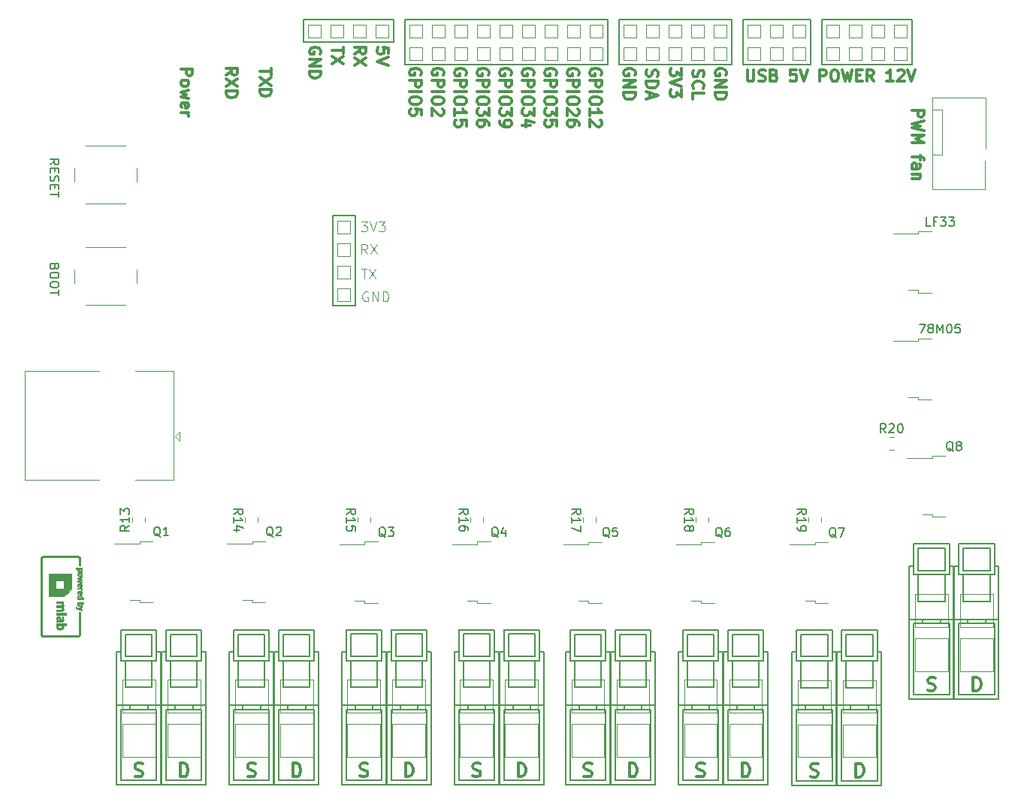
<source format=gbr>
G04 #@! TF.GenerationSoftware,KiCad,Pcbnew,5.1.10-88a1d61d58~88~ubuntu20.04.1*
G04 #@! TF.CreationDate,2021-07-01T12:33:08+02:00*
G04 #@! TF.ProjectId,chamber-board,6368616d-6265-4722-9d62-6f6172642e6b,rev?*
G04 #@! TF.SameCoordinates,Original*
G04 #@! TF.FileFunction,Legend,Top*
G04 #@! TF.FilePolarity,Positive*
%FSLAX46Y46*%
G04 Gerber Fmt 4.6, Leading zero omitted, Abs format (unit mm)*
G04 Created by KiCad (PCBNEW 5.1.10-88a1d61d58~88~ubuntu20.04.1) date 2021-07-01 12:33:08*
%MOMM*%
%LPD*%
G01*
G04 APERTURE LIST*
%ADD10C,0.300000*%
%ADD11C,0.100000*%
%ADD12C,0.150000*%
%ADD13C,0.120000*%
%ADD14C,0.010000*%
%ADD15C,0.304800*%
G04 APERTURE END LIST*
D10*
X166986809Y-53920428D02*
X166924904Y-54106142D01*
X166924904Y-54415666D01*
X166986809Y-54539476D01*
X167048714Y-54601380D01*
X167172523Y-54663285D01*
X167296333Y-54663285D01*
X167420142Y-54601380D01*
X167482047Y-54539476D01*
X167543952Y-54415666D01*
X167605857Y-54168047D01*
X167667761Y-54044238D01*
X167729666Y-53982333D01*
X167853476Y-53920428D01*
X167977285Y-53920428D01*
X168101095Y-53982333D01*
X168163000Y-54044238D01*
X168224904Y-54168047D01*
X168224904Y-54477571D01*
X168163000Y-54663285D01*
X166924904Y-55220428D02*
X168224904Y-55220428D01*
X168224904Y-55529952D01*
X168163000Y-55715666D01*
X168039190Y-55839476D01*
X167915380Y-55901380D01*
X167667761Y-55963285D01*
X167482047Y-55963285D01*
X167234428Y-55901380D01*
X167110619Y-55839476D01*
X166986809Y-55715666D01*
X166924904Y-55529952D01*
X166924904Y-55220428D01*
X167296333Y-56458523D02*
X167296333Y-57077571D01*
X166924904Y-56334714D02*
X168224904Y-56768047D01*
X166924904Y-57201380D01*
X172193809Y-53951380D02*
X172131904Y-54137095D01*
X172131904Y-54446619D01*
X172193809Y-54570428D01*
X172255714Y-54632333D01*
X172379523Y-54694238D01*
X172503333Y-54694238D01*
X172627142Y-54632333D01*
X172689047Y-54570428D01*
X172750952Y-54446619D01*
X172812857Y-54199000D01*
X172874761Y-54075190D01*
X172936666Y-54013285D01*
X173060476Y-53951380D01*
X173184285Y-53951380D01*
X173308095Y-54013285D01*
X173370000Y-54075190D01*
X173431904Y-54199000D01*
X173431904Y-54508523D01*
X173370000Y-54694238D01*
X172255714Y-55994238D02*
X172193809Y-55932333D01*
X172131904Y-55746619D01*
X172131904Y-55622809D01*
X172193809Y-55437095D01*
X172317619Y-55313285D01*
X172441428Y-55251380D01*
X172689047Y-55189476D01*
X172874761Y-55189476D01*
X173122380Y-55251380D01*
X173246190Y-55313285D01*
X173370000Y-55437095D01*
X173431904Y-55622809D01*
X173431904Y-55746619D01*
X173370000Y-55932333D01*
X173308095Y-55994238D01*
X172131904Y-57170428D02*
X172131904Y-56551380D01*
X173431904Y-56551380D01*
X170891904Y-53762476D02*
X170891904Y-54567238D01*
X170396666Y-54133904D01*
X170396666Y-54319619D01*
X170334761Y-54443428D01*
X170272857Y-54505333D01*
X170149047Y-54567238D01*
X169839523Y-54567238D01*
X169715714Y-54505333D01*
X169653809Y-54443428D01*
X169591904Y-54319619D01*
X169591904Y-53948190D01*
X169653809Y-53824380D01*
X169715714Y-53762476D01*
X170891904Y-54938666D02*
X169591904Y-55372000D01*
X170891904Y-55805333D01*
X170891904Y-56114857D02*
X170891904Y-56919619D01*
X170396666Y-56486285D01*
X170396666Y-56672000D01*
X170334761Y-56795809D01*
X170272857Y-56857714D01*
X170149047Y-56919619D01*
X169839523Y-56919619D01*
X169715714Y-56857714D01*
X169653809Y-56795809D01*
X169591904Y-56672000D01*
X169591904Y-56300571D01*
X169653809Y-56176761D01*
X169715714Y-56114857D01*
X165623000Y-54508523D02*
X165684904Y-54384714D01*
X165684904Y-54199000D01*
X165623000Y-54013285D01*
X165499190Y-53889476D01*
X165375380Y-53827571D01*
X165127761Y-53765666D01*
X164942047Y-53765666D01*
X164694428Y-53827571D01*
X164570619Y-53889476D01*
X164446809Y-54013285D01*
X164384904Y-54199000D01*
X164384904Y-54322809D01*
X164446809Y-54508523D01*
X164508714Y-54570428D01*
X164942047Y-54570428D01*
X164942047Y-54322809D01*
X164384904Y-55127571D02*
X165684904Y-55127571D01*
X164384904Y-55870428D01*
X165684904Y-55870428D01*
X164384904Y-56489476D02*
X165684904Y-56489476D01*
X165684904Y-56799000D01*
X165623000Y-56984714D01*
X165499190Y-57108523D01*
X165375380Y-57170428D01*
X165127761Y-57232333D01*
X164942047Y-57232333D01*
X164694428Y-57170428D01*
X164570619Y-57108523D01*
X164446809Y-56984714D01*
X164384904Y-56799000D01*
X164384904Y-56489476D01*
X175910000Y-54508523D02*
X175971904Y-54384714D01*
X175971904Y-54199000D01*
X175910000Y-54013285D01*
X175786190Y-53889476D01*
X175662380Y-53827571D01*
X175414761Y-53765666D01*
X175229047Y-53765666D01*
X174981428Y-53827571D01*
X174857619Y-53889476D01*
X174733809Y-54013285D01*
X174671904Y-54199000D01*
X174671904Y-54322809D01*
X174733809Y-54508523D01*
X174795714Y-54570428D01*
X175229047Y-54570428D01*
X175229047Y-54322809D01*
X174671904Y-55127571D02*
X175971904Y-55127571D01*
X174671904Y-55870428D01*
X175971904Y-55870428D01*
X174671904Y-56489476D02*
X175971904Y-56489476D01*
X175971904Y-56799000D01*
X175910000Y-56984714D01*
X175786190Y-57108523D01*
X175662380Y-57170428D01*
X175414761Y-57232333D01*
X175229047Y-57232333D01*
X174981428Y-57170428D01*
X174857619Y-57108523D01*
X174733809Y-56984714D01*
X174671904Y-56799000D01*
X174671904Y-56489476D01*
X161813000Y-54484904D02*
X161874904Y-54361095D01*
X161874904Y-54175380D01*
X161813000Y-53989666D01*
X161689190Y-53865857D01*
X161565380Y-53803952D01*
X161317761Y-53742047D01*
X161132047Y-53742047D01*
X160884428Y-53803952D01*
X160760619Y-53865857D01*
X160636809Y-53989666D01*
X160574904Y-54175380D01*
X160574904Y-54299190D01*
X160636809Y-54484904D01*
X160698714Y-54546809D01*
X161132047Y-54546809D01*
X161132047Y-54299190D01*
X160574904Y-55103952D02*
X161874904Y-55103952D01*
X161874904Y-55599190D01*
X161813000Y-55723000D01*
X161751095Y-55784904D01*
X161627285Y-55846809D01*
X161441571Y-55846809D01*
X161317761Y-55784904D01*
X161255857Y-55723000D01*
X161193952Y-55599190D01*
X161193952Y-55103952D01*
X160574904Y-56403952D02*
X161874904Y-56403952D01*
X161874904Y-57270619D02*
X161874904Y-57518238D01*
X161813000Y-57642047D01*
X161689190Y-57765857D01*
X161441571Y-57827761D01*
X161008238Y-57827761D01*
X160760619Y-57765857D01*
X160636809Y-57642047D01*
X160574904Y-57518238D01*
X160574904Y-57270619D01*
X160636809Y-57146809D01*
X160760619Y-57023000D01*
X161008238Y-56961095D01*
X161441571Y-56961095D01*
X161689190Y-57023000D01*
X161813000Y-57146809D01*
X161874904Y-57270619D01*
X160574904Y-59065857D02*
X160574904Y-58323000D01*
X160574904Y-58694428D02*
X161874904Y-58694428D01*
X161689190Y-58570619D01*
X161565380Y-58446809D01*
X161503476Y-58323000D01*
X161751095Y-59561095D02*
X161813000Y-59623000D01*
X161874904Y-59746809D01*
X161874904Y-60056333D01*
X161813000Y-60180142D01*
X161751095Y-60242047D01*
X161627285Y-60303952D01*
X161503476Y-60303952D01*
X161317761Y-60242047D01*
X160574904Y-59499190D01*
X160574904Y-60303952D01*
X159273000Y-54484904D02*
X159334904Y-54361095D01*
X159334904Y-54175380D01*
X159273000Y-53989666D01*
X159149190Y-53865857D01*
X159025380Y-53803952D01*
X158777761Y-53742047D01*
X158592047Y-53742047D01*
X158344428Y-53803952D01*
X158220619Y-53865857D01*
X158096809Y-53989666D01*
X158034904Y-54175380D01*
X158034904Y-54299190D01*
X158096809Y-54484904D01*
X158158714Y-54546809D01*
X158592047Y-54546809D01*
X158592047Y-54299190D01*
X158034904Y-55103952D02*
X159334904Y-55103952D01*
X159334904Y-55599190D01*
X159273000Y-55723000D01*
X159211095Y-55784904D01*
X159087285Y-55846809D01*
X158901571Y-55846809D01*
X158777761Y-55784904D01*
X158715857Y-55723000D01*
X158653952Y-55599190D01*
X158653952Y-55103952D01*
X158034904Y-56403952D02*
X159334904Y-56403952D01*
X159334904Y-57270619D02*
X159334904Y-57518238D01*
X159273000Y-57642047D01*
X159149190Y-57765857D01*
X158901571Y-57827761D01*
X158468238Y-57827761D01*
X158220619Y-57765857D01*
X158096809Y-57642047D01*
X158034904Y-57518238D01*
X158034904Y-57270619D01*
X158096809Y-57146809D01*
X158220619Y-57023000D01*
X158468238Y-56961095D01*
X158901571Y-56961095D01*
X159149190Y-57023000D01*
X159273000Y-57146809D01*
X159334904Y-57270619D01*
X159211095Y-58323000D02*
X159273000Y-58384904D01*
X159334904Y-58508714D01*
X159334904Y-58818238D01*
X159273000Y-58942047D01*
X159211095Y-59003952D01*
X159087285Y-59065857D01*
X158963476Y-59065857D01*
X158777761Y-59003952D01*
X158034904Y-58261095D01*
X158034904Y-59065857D01*
X159334904Y-60180142D02*
X159334904Y-59932523D01*
X159273000Y-59808714D01*
X159211095Y-59746809D01*
X159025380Y-59623000D01*
X158777761Y-59561095D01*
X158282523Y-59561095D01*
X158158714Y-59623000D01*
X158096809Y-59684904D01*
X158034904Y-59808714D01*
X158034904Y-60056333D01*
X158096809Y-60180142D01*
X158158714Y-60242047D01*
X158282523Y-60303952D01*
X158592047Y-60303952D01*
X158715857Y-60242047D01*
X158777761Y-60180142D01*
X158839666Y-60056333D01*
X158839666Y-59808714D01*
X158777761Y-59684904D01*
X158715857Y-59623000D01*
X158592047Y-59561095D01*
X156733000Y-54484904D02*
X156794904Y-54361095D01*
X156794904Y-54175380D01*
X156733000Y-53989666D01*
X156609190Y-53865857D01*
X156485380Y-53803952D01*
X156237761Y-53742047D01*
X156052047Y-53742047D01*
X155804428Y-53803952D01*
X155680619Y-53865857D01*
X155556809Y-53989666D01*
X155494904Y-54175380D01*
X155494904Y-54299190D01*
X155556809Y-54484904D01*
X155618714Y-54546809D01*
X156052047Y-54546809D01*
X156052047Y-54299190D01*
X155494904Y-55103952D02*
X156794904Y-55103952D01*
X156794904Y-55599190D01*
X156733000Y-55723000D01*
X156671095Y-55784904D01*
X156547285Y-55846809D01*
X156361571Y-55846809D01*
X156237761Y-55784904D01*
X156175857Y-55723000D01*
X156113952Y-55599190D01*
X156113952Y-55103952D01*
X155494904Y-56403952D02*
X156794904Y-56403952D01*
X156794904Y-57270619D02*
X156794904Y-57518238D01*
X156733000Y-57642047D01*
X156609190Y-57765857D01*
X156361571Y-57827761D01*
X155928238Y-57827761D01*
X155680619Y-57765857D01*
X155556809Y-57642047D01*
X155494904Y-57518238D01*
X155494904Y-57270619D01*
X155556809Y-57146809D01*
X155680619Y-57023000D01*
X155928238Y-56961095D01*
X156361571Y-56961095D01*
X156609190Y-57023000D01*
X156733000Y-57146809D01*
X156794904Y-57270619D01*
X156794904Y-58261095D02*
X156794904Y-59065857D01*
X156299666Y-58632523D01*
X156299666Y-58818238D01*
X156237761Y-58942047D01*
X156175857Y-59003952D01*
X156052047Y-59065857D01*
X155742523Y-59065857D01*
X155618714Y-59003952D01*
X155556809Y-58942047D01*
X155494904Y-58818238D01*
X155494904Y-58446809D01*
X155556809Y-58323000D01*
X155618714Y-58261095D01*
X156794904Y-60242047D02*
X156794904Y-59623000D01*
X156175857Y-59561095D01*
X156237761Y-59623000D01*
X156299666Y-59746809D01*
X156299666Y-60056333D01*
X156237761Y-60180142D01*
X156175857Y-60242047D01*
X156052047Y-60303952D01*
X155742523Y-60303952D01*
X155618714Y-60242047D01*
X155556809Y-60180142D01*
X155494904Y-60056333D01*
X155494904Y-59746809D01*
X155556809Y-59623000D01*
X155618714Y-59561095D01*
X154193000Y-54484904D02*
X154254904Y-54361095D01*
X154254904Y-54175380D01*
X154193000Y-53989666D01*
X154069190Y-53865857D01*
X153945380Y-53803952D01*
X153697761Y-53742047D01*
X153512047Y-53742047D01*
X153264428Y-53803952D01*
X153140619Y-53865857D01*
X153016809Y-53989666D01*
X152954904Y-54175380D01*
X152954904Y-54299190D01*
X153016809Y-54484904D01*
X153078714Y-54546809D01*
X153512047Y-54546809D01*
X153512047Y-54299190D01*
X152954904Y-55103952D02*
X154254904Y-55103952D01*
X154254904Y-55599190D01*
X154193000Y-55723000D01*
X154131095Y-55784904D01*
X154007285Y-55846809D01*
X153821571Y-55846809D01*
X153697761Y-55784904D01*
X153635857Y-55723000D01*
X153573952Y-55599190D01*
X153573952Y-55103952D01*
X152954904Y-56403952D02*
X154254904Y-56403952D01*
X154254904Y-57270619D02*
X154254904Y-57518238D01*
X154193000Y-57642047D01*
X154069190Y-57765857D01*
X153821571Y-57827761D01*
X153388238Y-57827761D01*
X153140619Y-57765857D01*
X153016809Y-57642047D01*
X152954904Y-57518238D01*
X152954904Y-57270619D01*
X153016809Y-57146809D01*
X153140619Y-57023000D01*
X153388238Y-56961095D01*
X153821571Y-56961095D01*
X154069190Y-57023000D01*
X154193000Y-57146809D01*
X154254904Y-57270619D01*
X154254904Y-58261095D02*
X154254904Y-59065857D01*
X153759666Y-58632523D01*
X153759666Y-58818238D01*
X153697761Y-58942047D01*
X153635857Y-59003952D01*
X153512047Y-59065857D01*
X153202523Y-59065857D01*
X153078714Y-59003952D01*
X153016809Y-58942047D01*
X152954904Y-58818238D01*
X152954904Y-58446809D01*
X153016809Y-58323000D01*
X153078714Y-58261095D01*
X153821571Y-60180142D02*
X152954904Y-60180142D01*
X154316809Y-59870619D02*
X153388238Y-59561095D01*
X153388238Y-60365857D01*
X151653000Y-54484904D02*
X151714904Y-54361095D01*
X151714904Y-54175380D01*
X151653000Y-53989666D01*
X151529190Y-53865857D01*
X151405380Y-53803952D01*
X151157761Y-53742047D01*
X150972047Y-53742047D01*
X150724428Y-53803952D01*
X150600619Y-53865857D01*
X150476809Y-53989666D01*
X150414904Y-54175380D01*
X150414904Y-54299190D01*
X150476809Y-54484904D01*
X150538714Y-54546809D01*
X150972047Y-54546809D01*
X150972047Y-54299190D01*
X150414904Y-55103952D02*
X151714904Y-55103952D01*
X151714904Y-55599190D01*
X151653000Y-55723000D01*
X151591095Y-55784904D01*
X151467285Y-55846809D01*
X151281571Y-55846809D01*
X151157761Y-55784904D01*
X151095857Y-55723000D01*
X151033952Y-55599190D01*
X151033952Y-55103952D01*
X150414904Y-56403952D02*
X151714904Y-56403952D01*
X151714904Y-57270619D02*
X151714904Y-57518238D01*
X151653000Y-57642047D01*
X151529190Y-57765857D01*
X151281571Y-57827761D01*
X150848238Y-57827761D01*
X150600619Y-57765857D01*
X150476809Y-57642047D01*
X150414904Y-57518238D01*
X150414904Y-57270619D01*
X150476809Y-57146809D01*
X150600619Y-57023000D01*
X150848238Y-56961095D01*
X151281571Y-56961095D01*
X151529190Y-57023000D01*
X151653000Y-57146809D01*
X151714904Y-57270619D01*
X151714904Y-58261095D02*
X151714904Y-59065857D01*
X151219666Y-58632523D01*
X151219666Y-58818238D01*
X151157761Y-58942047D01*
X151095857Y-59003952D01*
X150972047Y-59065857D01*
X150662523Y-59065857D01*
X150538714Y-59003952D01*
X150476809Y-58942047D01*
X150414904Y-58818238D01*
X150414904Y-58446809D01*
X150476809Y-58323000D01*
X150538714Y-58261095D01*
X150414904Y-59684904D02*
X150414904Y-59932523D01*
X150476809Y-60056333D01*
X150538714Y-60118238D01*
X150724428Y-60242047D01*
X150972047Y-60303952D01*
X151467285Y-60303952D01*
X151591095Y-60242047D01*
X151653000Y-60180142D01*
X151714904Y-60056333D01*
X151714904Y-59808714D01*
X151653000Y-59684904D01*
X151591095Y-59623000D01*
X151467285Y-59561095D01*
X151157761Y-59561095D01*
X151033952Y-59623000D01*
X150972047Y-59684904D01*
X150910142Y-59808714D01*
X150910142Y-60056333D01*
X150972047Y-60180142D01*
X151033952Y-60242047D01*
X151157761Y-60303952D01*
X149113000Y-54484904D02*
X149174904Y-54361095D01*
X149174904Y-54175380D01*
X149113000Y-53989666D01*
X148989190Y-53865857D01*
X148865380Y-53803952D01*
X148617761Y-53742047D01*
X148432047Y-53742047D01*
X148184428Y-53803952D01*
X148060619Y-53865857D01*
X147936809Y-53989666D01*
X147874904Y-54175380D01*
X147874904Y-54299190D01*
X147936809Y-54484904D01*
X147998714Y-54546809D01*
X148432047Y-54546809D01*
X148432047Y-54299190D01*
X147874904Y-55103952D02*
X149174904Y-55103952D01*
X149174904Y-55599190D01*
X149113000Y-55723000D01*
X149051095Y-55784904D01*
X148927285Y-55846809D01*
X148741571Y-55846809D01*
X148617761Y-55784904D01*
X148555857Y-55723000D01*
X148493952Y-55599190D01*
X148493952Y-55103952D01*
X147874904Y-56403952D02*
X149174904Y-56403952D01*
X149174904Y-57270619D02*
X149174904Y-57518238D01*
X149113000Y-57642047D01*
X148989190Y-57765857D01*
X148741571Y-57827761D01*
X148308238Y-57827761D01*
X148060619Y-57765857D01*
X147936809Y-57642047D01*
X147874904Y-57518238D01*
X147874904Y-57270619D01*
X147936809Y-57146809D01*
X148060619Y-57023000D01*
X148308238Y-56961095D01*
X148741571Y-56961095D01*
X148989190Y-57023000D01*
X149113000Y-57146809D01*
X149174904Y-57270619D01*
X149174904Y-58261095D02*
X149174904Y-59065857D01*
X148679666Y-58632523D01*
X148679666Y-58818238D01*
X148617761Y-58942047D01*
X148555857Y-59003952D01*
X148432047Y-59065857D01*
X148122523Y-59065857D01*
X147998714Y-59003952D01*
X147936809Y-58942047D01*
X147874904Y-58818238D01*
X147874904Y-58446809D01*
X147936809Y-58323000D01*
X147998714Y-58261095D01*
X149174904Y-60180142D02*
X149174904Y-59932523D01*
X149113000Y-59808714D01*
X149051095Y-59746809D01*
X148865380Y-59623000D01*
X148617761Y-59561095D01*
X148122523Y-59561095D01*
X147998714Y-59623000D01*
X147936809Y-59684904D01*
X147874904Y-59808714D01*
X147874904Y-60056333D01*
X147936809Y-60180142D01*
X147998714Y-60242047D01*
X148122523Y-60303952D01*
X148432047Y-60303952D01*
X148555857Y-60242047D01*
X148617761Y-60180142D01*
X148679666Y-60056333D01*
X148679666Y-59808714D01*
X148617761Y-59684904D01*
X148555857Y-59623000D01*
X148432047Y-59561095D01*
X146573000Y-54484904D02*
X146634904Y-54361095D01*
X146634904Y-54175380D01*
X146573000Y-53989666D01*
X146449190Y-53865857D01*
X146325380Y-53803952D01*
X146077761Y-53742047D01*
X145892047Y-53742047D01*
X145644428Y-53803952D01*
X145520619Y-53865857D01*
X145396809Y-53989666D01*
X145334904Y-54175380D01*
X145334904Y-54299190D01*
X145396809Y-54484904D01*
X145458714Y-54546809D01*
X145892047Y-54546809D01*
X145892047Y-54299190D01*
X145334904Y-55103952D02*
X146634904Y-55103952D01*
X146634904Y-55599190D01*
X146573000Y-55723000D01*
X146511095Y-55784904D01*
X146387285Y-55846809D01*
X146201571Y-55846809D01*
X146077761Y-55784904D01*
X146015857Y-55723000D01*
X145953952Y-55599190D01*
X145953952Y-55103952D01*
X145334904Y-56403952D02*
X146634904Y-56403952D01*
X146634904Y-57270619D02*
X146634904Y-57518238D01*
X146573000Y-57642047D01*
X146449190Y-57765857D01*
X146201571Y-57827761D01*
X145768238Y-57827761D01*
X145520619Y-57765857D01*
X145396809Y-57642047D01*
X145334904Y-57518238D01*
X145334904Y-57270619D01*
X145396809Y-57146809D01*
X145520619Y-57023000D01*
X145768238Y-56961095D01*
X146201571Y-56961095D01*
X146449190Y-57023000D01*
X146573000Y-57146809D01*
X146634904Y-57270619D01*
X145334904Y-59065857D02*
X145334904Y-58323000D01*
X145334904Y-58694428D02*
X146634904Y-58694428D01*
X146449190Y-58570619D01*
X146325380Y-58446809D01*
X146263476Y-58323000D01*
X146634904Y-60242047D02*
X146634904Y-59623000D01*
X146015857Y-59561095D01*
X146077761Y-59623000D01*
X146139666Y-59746809D01*
X146139666Y-60056333D01*
X146077761Y-60180142D01*
X146015857Y-60242047D01*
X145892047Y-60303952D01*
X145582523Y-60303952D01*
X145458714Y-60242047D01*
X145396809Y-60180142D01*
X145334904Y-60056333D01*
X145334904Y-59746809D01*
X145396809Y-59623000D01*
X145458714Y-59561095D01*
X144033000Y-54468952D02*
X144094904Y-54345142D01*
X144094904Y-54159428D01*
X144033000Y-53973714D01*
X143909190Y-53849904D01*
X143785380Y-53788000D01*
X143537761Y-53726095D01*
X143352047Y-53726095D01*
X143104428Y-53788000D01*
X142980619Y-53849904D01*
X142856809Y-53973714D01*
X142794904Y-54159428D01*
X142794904Y-54283238D01*
X142856809Y-54468952D01*
X142918714Y-54530857D01*
X143352047Y-54530857D01*
X143352047Y-54283238D01*
X142794904Y-55088000D02*
X144094904Y-55088000D01*
X144094904Y-55583238D01*
X144033000Y-55707047D01*
X143971095Y-55768952D01*
X143847285Y-55830857D01*
X143661571Y-55830857D01*
X143537761Y-55768952D01*
X143475857Y-55707047D01*
X143413952Y-55583238D01*
X143413952Y-55088000D01*
X142794904Y-56388000D02*
X144094904Y-56388000D01*
X144094904Y-57254666D02*
X144094904Y-57502285D01*
X144033000Y-57626095D01*
X143909190Y-57749904D01*
X143661571Y-57811809D01*
X143228238Y-57811809D01*
X142980619Y-57749904D01*
X142856809Y-57626095D01*
X142794904Y-57502285D01*
X142794904Y-57254666D01*
X142856809Y-57130857D01*
X142980619Y-57007047D01*
X143228238Y-56945142D01*
X143661571Y-56945142D01*
X143909190Y-57007047D01*
X144033000Y-57130857D01*
X144094904Y-57254666D01*
X143971095Y-58307047D02*
X144033000Y-58368952D01*
X144094904Y-58492761D01*
X144094904Y-58802285D01*
X144033000Y-58926095D01*
X143971095Y-58988000D01*
X143847285Y-59049904D01*
X143723476Y-59049904D01*
X143537761Y-58988000D01*
X142794904Y-58245142D01*
X142794904Y-59049904D01*
X141493000Y-54468952D02*
X141554904Y-54345142D01*
X141554904Y-54159428D01*
X141493000Y-53973714D01*
X141369190Y-53849904D01*
X141245380Y-53788000D01*
X140997761Y-53726095D01*
X140812047Y-53726095D01*
X140564428Y-53788000D01*
X140440619Y-53849904D01*
X140316809Y-53973714D01*
X140254904Y-54159428D01*
X140254904Y-54283238D01*
X140316809Y-54468952D01*
X140378714Y-54530857D01*
X140812047Y-54530857D01*
X140812047Y-54283238D01*
X140254904Y-55088000D02*
X141554904Y-55088000D01*
X141554904Y-55583238D01*
X141493000Y-55707047D01*
X141431095Y-55768952D01*
X141307285Y-55830857D01*
X141121571Y-55830857D01*
X140997761Y-55768952D01*
X140935857Y-55707047D01*
X140873952Y-55583238D01*
X140873952Y-55088000D01*
X140254904Y-56388000D02*
X141554904Y-56388000D01*
X141554904Y-57254666D02*
X141554904Y-57502285D01*
X141493000Y-57626095D01*
X141369190Y-57749904D01*
X141121571Y-57811809D01*
X140688238Y-57811809D01*
X140440619Y-57749904D01*
X140316809Y-57626095D01*
X140254904Y-57502285D01*
X140254904Y-57254666D01*
X140316809Y-57130857D01*
X140440619Y-57007047D01*
X140688238Y-56945142D01*
X141121571Y-56945142D01*
X141369190Y-57007047D01*
X141493000Y-57130857D01*
X141554904Y-57254666D01*
X141554904Y-58988000D02*
X141554904Y-58368952D01*
X140935857Y-58307047D01*
X140997761Y-58368952D01*
X141059666Y-58492761D01*
X141059666Y-58802285D01*
X140997761Y-58926095D01*
X140935857Y-58988000D01*
X140812047Y-59049904D01*
X140502523Y-59049904D01*
X140378714Y-58988000D01*
X140316809Y-58926095D01*
X140254904Y-58802285D01*
X140254904Y-58492761D01*
X140316809Y-58368952D01*
X140378714Y-58307047D01*
X114473904Y-53818952D02*
X115773904Y-53818952D01*
X115773904Y-54314190D01*
X115712000Y-54438000D01*
X115650095Y-54499904D01*
X115526285Y-54561809D01*
X115340571Y-54561809D01*
X115216761Y-54499904D01*
X115154857Y-54438000D01*
X115092952Y-54314190D01*
X115092952Y-53818952D01*
X114473904Y-55304666D02*
X114535809Y-55180857D01*
X114597714Y-55118952D01*
X114721523Y-55057047D01*
X115092952Y-55057047D01*
X115216761Y-55118952D01*
X115278666Y-55180857D01*
X115340571Y-55304666D01*
X115340571Y-55490380D01*
X115278666Y-55614190D01*
X115216761Y-55676095D01*
X115092952Y-55738000D01*
X114721523Y-55738000D01*
X114597714Y-55676095D01*
X114535809Y-55614190D01*
X114473904Y-55490380D01*
X114473904Y-55304666D01*
X115340571Y-56171333D02*
X114473904Y-56418952D01*
X115092952Y-56666571D01*
X114473904Y-56914190D01*
X115340571Y-57161809D01*
X114535809Y-58152285D02*
X114473904Y-58028476D01*
X114473904Y-57780857D01*
X114535809Y-57657047D01*
X114659619Y-57595142D01*
X115154857Y-57595142D01*
X115278666Y-57657047D01*
X115340571Y-57780857D01*
X115340571Y-58028476D01*
X115278666Y-58152285D01*
X115154857Y-58214190D01*
X115031047Y-58214190D01*
X114907238Y-57595142D01*
X114473904Y-58771333D02*
X115340571Y-58771333D01*
X115092952Y-58771333D02*
X115216761Y-58833238D01*
X115278666Y-58895142D01*
X115340571Y-59018952D01*
X115340571Y-59142761D01*
X119553904Y-54505333D02*
X120172952Y-54072000D01*
X119553904Y-53762476D02*
X120853904Y-53762476D01*
X120853904Y-54257714D01*
X120792000Y-54381523D01*
X120730095Y-54443428D01*
X120606285Y-54505333D01*
X120420571Y-54505333D01*
X120296761Y-54443428D01*
X120234857Y-54381523D01*
X120172952Y-54257714D01*
X120172952Y-53762476D01*
X120853904Y-54938666D02*
X119553904Y-55805333D01*
X120853904Y-55805333D02*
X119553904Y-54938666D01*
X119553904Y-56300571D02*
X120853904Y-56300571D01*
X120853904Y-56610095D01*
X120792000Y-56795809D01*
X120668190Y-56919619D01*
X120544380Y-56981523D01*
X120296761Y-57043428D01*
X120111047Y-57043428D01*
X119863428Y-56981523D01*
X119739619Y-56919619D01*
X119615809Y-56795809D01*
X119553904Y-56610095D01*
X119553904Y-56300571D01*
X124663904Y-53731523D02*
X124663904Y-54474380D01*
X123363904Y-54102952D02*
X124663904Y-54102952D01*
X124663904Y-54783904D02*
X123363904Y-55650571D01*
X124663904Y-55650571D02*
X123363904Y-54783904D01*
X123363904Y-56145809D02*
X124663904Y-56145809D01*
X124663904Y-56455333D01*
X124602000Y-56641047D01*
X124478190Y-56764857D01*
X124354380Y-56826761D01*
X124106761Y-56888666D01*
X123921047Y-56888666D01*
X123673428Y-56826761D01*
X123549619Y-56764857D01*
X123425809Y-56641047D01*
X123363904Y-56455333D01*
X123363904Y-56145809D01*
X186477142Y-55198095D02*
X186477142Y-53898095D01*
X186972380Y-53898095D01*
X187096190Y-53960000D01*
X187158095Y-54021904D01*
X187220000Y-54145714D01*
X187220000Y-54331428D01*
X187158095Y-54455238D01*
X187096190Y-54517142D01*
X186972380Y-54579047D01*
X186477142Y-54579047D01*
X188024761Y-53898095D02*
X188272380Y-53898095D01*
X188396190Y-53960000D01*
X188520000Y-54083809D01*
X188581904Y-54331428D01*
X188581904Y-54764761D01*
X188520000Y-55012380D01*
X188396190Y-55136190D01*
X188272380Y-55198095D01*
X188024761Y-55198095D01*
X187900952Y-55136190D01*
X187777142Y-55012380D01*
X187715238Y-54764761D01*
X187715238Y-54331428D01*
X187777142Y-54083809D01*
X187900952Y-53960000D01*
X188024761Y-53898095D01*
X189015238Y-53898095D02*
X189324761Y-55198095D01*
X189572380Y-54269523D01*
X189820000Y-55198095D01*
X190129523Y-53898095D01*
X190624761Y-54517142D02*
X191058095Y-54517142D01*
X191243809Y-55198095D02*
X190624761Y-55198095D01*
X190624761Y-53898095D01*
X191243809Y-53898095D01*
X192543809Y-55198095D02*
X192110476Y-54579047D01*
X191800952Y-55198095D02*
X191800952Y-53898095D01*
X192296190Y-53898095D01*
X192420000Y-53960000D01*
X192481904Y-54021904D01*
X192543809Y-54145714D01*
X192543809Y-54331428D01*
X192481904Y-54455238D01*
X192420000Y-54517142D01*
X192296190Y-54579047D01*
X191800952Y-54579047D01*
X194772380Y-55198095D02*
X194029523Y-55198095D01*
X194400952Y-55198095D02*
X194400952Y-53898095D01*
X194277142Y-54083809D01*
X194153333Y-54207619D01*
X194029523Y-54269523D01*
X195267619Y-54021904D02*
X195329523Y-53960000D01*
X195453333Y-53898095D01*
X195762857Y-53898095D01*
X195886666Y-53960000D01*
X195948571Y-54021904D01*
X196010476Y-54145714D01*
X196010476Y-54269523D01*
X195948571Y-54455238D01*
X195205714Y-55198095D01*
X196010476Y-55198095D01*
X196381904Y-53898095D02*
X196815238Y-55198095D01*
X197248571Y-53898095D01*
X178298095Y-53898095D02*
X178298095Y-54950476D01*
X178360000Y-55074285D01*
X178421904Y-55136190D01*
X178545714Y-55198095D01*
X178793333Y-55198095D01*
X178917142Y-55136190D01*
X178979047Y-55074285D01*
X179040952Y-54950476D01*
X179040952Y-53898095D01*
X179598095Y-55136190D02*
X179783809Y-55198095D01*
X180093333Y-55198095D01*
X180217142Y-55136190D01*
X180279047Y-55074285D01*
X180340952Y-54950476D01*
X180340952Y-54826666D01*
X180279047Y-54702857D01*
X180217142Y-54640952D01*
X180093333Y-54579047D01*
X179845714Y-54517142D01*
X179721904Y-54455238D01*
X179660000Y-54393333D01*
X179598095Y-54269523D01*
X179598095Y-54145714D01*
X179660000Y-54021904D01*
X179721904Y-53960000D01*
X179845714Y-53898095D01*
X180155238Y-53898095D01*
X180340952Y-53960000D01*
X181331428Y-54517142D02*
X181517142Y-54579047D01*
X181579047Y-54640952D01*
X181640952Y-54764761D01*
X181640952Y-54950476D01*
X181579047Y-55074285D01*
X181517142Y-55136190D01*
X181393333Y-55198095D01*
X180898095Y-55198095D01*
X180898095Y-53898095D01*
X181331428Y-53898095D01*
X181455238Y-53960000D01*
X181517142Y-54021904D01*
X181579047Y-54145714D01*
X181579047Y-54269523D01*
X181517142Y-54393333D01*
X181455238Y-54455238D01*
X181331428Y-54517142D01*
X180898095Y-54517142D01*
X183807619Y-53898095D02*
X183188571Y-53898095D01*
X183126666Y-54517142D01*
X183188571Y-54455238D01*
X183312380Y-54393333D01*
X183621904Y-54393333D01*
X183745714Y-54455238D01*
X183807619Y-54517142D01*
X183869523Y-54640952D01*
X183869523Y-54950476D01*
X183807619Y-55074285D01*
X183745714Y-55136190D01*
X183621904Y-55198095D01*
X183312380Y-55198095D01*
X183188571Y-55136190D01*
X183126666Y-55074285D01*
X184240952Y-53898095D02*
X184674285Y-55198095D01*
X185107619Y-53898095D01*
D11*
X135559904Y-78952000D02*
X135455142Y-78899619D01*
X135298000Y-78899619D01*
X135140857Y-78952000D01*
X135036095Y-79056761D01*
X134983714Y-79161523D01*
X134931333Y-79371047D01*
X134931333Y-79528190D01*
X134983714Y-79737714D01*
X135036095Y-79842476D01*
X135140857Y-79947238D01*
X135298000Y-79999619D01*
X135402761Y-79999619D01*
X135559904Y-79947238D01*
X135612285Y-79894857D01*
X135612285Y-79528190D01*
X135402761Y-79528190D01*
X136083714Y-79999619D02*
X136083714Y-78899619D01*
X136712285Y-79999619D01*
X136712285Y-78899619D01*
X137236095Y-79999619D02*
X137236095Y-78899619D01*
X137498000Y-78899619D01*
X137655142Y-78952000D01*
X137759904Y-79056761D01*
X137812285Y-79161523D01*
X137864666Y-79371047D01*
X137864666Y-79528190D01*
X137812285Y-79737714D01*
X137759904Y-79842476D01*
X137655142Y-79947238D01*
X137498000Y-79999619D01*
X137236095Y-79999619D01*
X134782095Y-71025619D02*
X135463047Y-71025619D01*
X135096380Y-71444666D01*
X135253523Y-71444666D01*
X135358285Y-71497047D01*
X135410666Y-71549428D01*
X135463047Y-71654190D01*
X135463047Y-71916095D01*
X135410666Y-72020857D01*
X135358285Y-72073238D01*
X135253523Y-72125619D01*
X134939238Y-72125619D01*
X134834476Y-72073238D01*
X134782095Y-72020857D01*
X135777333Y-71025619D02*
X136144000Y-72125619D01*
X136510666Y-71025619D01*
X136772571Y-71025619D02*
X137453523Y-71025619D01*
X137086857Y-71444666D01*
X137244000Y-71444666D01*
X137348761Y-71497047D01*
X137401142Y-71549428D01*
X137453523Y-71654190D01*
X137453523Y-71916095D01*
X137401142Y-72020857D01*
X137348761Y-72073238D01*
X137244000Y-72125619D01*
X136929714Y-72125619D01*
X136824952Y-72073238D01*
X136772571Y-72020857D01*
X134797904Y-76359619D02*
X135426476Y-76359619D01*
X135112190Y-77459619D02*
X135112190Y-76359619D01*
X135688380Y-76359619D02*
X136421714Y-77459619D01*
X136421714Y-76359619D02*
X135688380Y-77459619D01*
X135452666Y-74665619D02*
X135086000Y-74141809D01*
X134824095Y-74665619D02*
X134824095Y-73565619D01*
X135243142Y-73565619D01*
X135347904Y-73618000D01*
X135400285Y-73670380D01*
X135452666Y-73775142D01*
X135452666Y-73932285D01*
X135400285Y-74037047D01*
X135347904Y-74089428D01*
X135243142Y-74141809D01*
X134824095Y-74141809D01*
X135819333Y-73565619D02*
X136552666Y-74665619D01*
X136552666Y-73565619D02*
X135819333Y-74665619D01*
D10*
X130190000Y-52095523D02*
X130251904Y-51971714D01*
X130251904Y-51786000D01*
X130190000Y-51600285D01*
X130066190Y-51476476D01*
X129942380Y-51414571D01*
X129694761Y-51352666D01*
X129509047Y-51352666D01*
X129261428Y-51414571D01*
X129137619Y-51476476D01*
X129013809Y-51600285D01*
X128951904Y-51786000D01*
X128951904Y-51909809D01*
X129013809Y-52095523D01*
X129075714Y-52157428D01*
X129509047Y-52157428D01*
X129509047Y-51909809D01*
X128951904Y-52714571D02*
X130251904Y-52714571D01*
X128951904Y-53457428D01*
X130251904Y-53457428D01*
X128951904Y-54076476D02*
X130251904Y-54076476D01*
X130251904Y-54386000D01*
X130190000Y-54571714D01*
X130066190Y-54695523D01*
X129942380Y-54757428D01*
X129694761Y-54819333D01*
X129509047Y-54819333D01*
X129261428Y-54757428D01*
X129137619Y-54695523D01*
X129013809Y-54571714D01*
X128951904Y-54386000D01*
X128951904Y-54076476D01*
X137871904Y-52076380D02*
X137871904Y-51457333D01*
X137252857Y-51395428D01*
X137314761Y-51457333D01*
X137376666Y-51581142D01*
X137376666Y-51890666D01*
X137314761Y-52014476D01*
X137252857Y-52076380D01*
X137129047Y-52138285D01*
X136819523Y-52138285D01*
X136695714Y-52076380D01*
X136633809Y-52014476D01*
X136571904Y-51890666D01*
X136571904Y-51581142D01*
X136633809Y-51457333D01*
X136695714Y-51395428D01*
X137871904Y-52509714D02*
X136571904Y-52943047D01*
X137871904Y-53376380D01*
X132791904Y-51333523D02*
X132791904Y-52076380D01*
X131491904Y-51704952D02*
X132791904Y-51704952D01*
X132791904Y-52385904D02*
X131491904Y-53252571D01*
X132791904Y-53252571D02*
X131491904Y-52385904D01*
X134031904Y-52107333D02*
X134650952Y-51674000D01*
X134031904Y-51364476D02*
X135331904Y-51364476D01*
X135331904Y-51859714D01*
X135270000Y-51983523D01*
X135208095Y-52045428D01*
X135084285Y-52107333D01*
X134898571Y-52107333D01*
X134774761Y-52045428D01*
X134712857Y-51983523D01*
X134650952Y-51859714D01*
X134650952Y-51364476D01*
X135331904Y-52540666D02*
X134031904Y-53407333D01*
X135331904Y-53407333D02*
X134031904Y-52540666D01*
D12*
X131572000Y-80518000D02*
X131572000Y-70358000D01*
X134112000Y-80518000D02*
X131572000Y-80518000D01*
X134112000Y-70358000D02*
X134112000Y-80518000D01*
X131572000Y-70358000D02*
X134112000Y-70358000D01*
X150293253Y-119527625D02*
X149793253Y-119527625D01*
X145793253Y-119527625D02*
X145293253Y-119527625D01*
X150293353Y-125527625D02*
X145293153Y-125527625D01*
X150293353Y-134527625D02*
X145293153Y-134527625D01*
X149294253Y-117527625D02*
X146292253Y-117527625D01*
X149294253Y-120027525D02*
X146292253Y-120027525D01*
X145793253Y-117027525D02*
X149793253Y-117027525D01*
X145793253Y-120527625D02*
X149793253Y-120527625D01*
X149293353Y-123527625D02*
X146293153Y-123527625D01*
X145793253Y-126027725D02*
X149793253Y-126027725D01*
X149793253Y-134027725D02*
X145793253Y-134027725D01*
X148793253Y-126027725D02*
X148793253Y-125527625D01*
X149293253Y-120027525D02*
X149293253Y-117527625D01*
X149793253Y-120527625D02*
X149793253Y-117027525D01*
X146793253Y-126027725D02*
X146793253Y-125527625D01*
X146293253Y-120027525D02*
X146293253Y-117527625D01*
X145793253Y-120527625D02*
X145793253Y-117026625D01*
X149293253Y-123527625D02*
X149293253Y-120527625D01*
X149793253Y-134027725D02*
X149793253Y-126027725D01*
X150293253Y-125527625D02*
X150293253Y-119527625D01*
X146293253Y-123527625D02*
X146293253Y-120527625D01*
X145793253Y-134027725D02*
X145793253Y-126027725D01*
X145293253Y-125527625D02*
X145293253Y-119527625D01*
X150293253Y-125527625D02*
X150293253Y-134527625D01*
X145293253Y-134527625D02*
X145293253Y-125527625D01*
X137673253Y-134527625D02*
X137673253Y-125527625D01*
X142673253Y-125527625D02*
X142673253Y-134527625D01*
X137673253Y-125527625D02*
X137673253Y-119527625D01*
X138173253Y-134027725D02*
X138173253Y-126027725D01*
X138673253Y-123527625D02*
X138673253Y-120527625D01*
X142673253Y-125527625D02*
X142673253Y-119527625D01*
X142173253Y-134027725D02*
X142173253Y-126027725D01*
X141673253Y-123527625D02*
X141673253Y-120527625D01*
X138173253Y-120527625D02*
X138173253Y-117026625D01*
X138673253Y-120027525D02*
X138673253Y-117527625D01*
X139173253Y-126027725D02*
X139173253Y-125527625D01*
X142173253Y-120527625D02*
X142173253Y-117027525D01*
X141673253Y-120027525D02*
X141673253Y-117527625D01*
X141173253Y-126027725D02*
X141173253Y-125527625D01*
X142173253Y-134027725D02*
X138173253Y-134027725D01*
X138173253Y-126027725D02*
X142173253Y-126027725D01*
X141673353Y-123527625D02*
X138673153Y-123527625D01*
X138173253Y-120527625D02*
X142173253Y-120527625D01*
X138173253Y-117027525D02*
X142173253Y-117027525D01*
X141674253Y-120027525D02*
X138672253Y-120027525D01*
X141674253Y-117527625D02*
X138672253Y-117527625D01*
X142673353Y-134527625D02*
X137673153Y-134527625D01*
X142673353Y-125527625D02*
X137673153Y-125527625D01*
X138173253Y-119527625D02*
X137673253Y-119527625D01*
X142673253Y-119527625D02*
X142173253Y-119527625D01*
X137593253Y-119527625D02*
X137093253Y-119527625D01*
X133093253Y-119527625D02*
X132593253Y-119527625D01*
X137593353Y-125527625D02*
X132593153Y-125527625D01*
X137593353Y-134527625D02*
X132593153Y-134527625D01*
X136594253Y-117527625D02*
X133592253Y-117527625D01*
X136594253Y-120027525D02*
X133592253Y-120027525D01*
X133093253Y-117027525D02*
X137093253Y-117027525D01*
X133093253Y-120527625D02*
X137093253Y-120527625D01*
X136593353Y-123527625D02*
X133593153Y-123527625D01*
X133093253Y-126027725D02*
X137093253Y-126027725D01*
X137093253Y-134027725D02*
X133093253Y-134027725D01*
X136093253Y-126027725D02*
X136093253Y-125527625D01*
X136593253Y-120027525D02*
X136593253Y-117527625D01*
X137093253Y-120527625D02*
X137093253Y-117027525D01*
X134093253Y-126027725D02*
X134093253Y-125527625D01*
X133593253Y-120027525D02*
X133593253Y-117527625D01*
X133093253Y-120527625D02*
X133093253Y-117026625D01*
X136593253Y-123527625D02*
X136593253Y-120527625D01*
X137093253Y-134027725D02*
X137093253Y-126027725D01*
X137593253Y-125527625D02*
X137593253Y-119527625D01*
X133593253Y-123527625D02*
X133593253Y-120527625D01*
X133093253Y-134027725D02*
X133093253Y-126027725D01*
X132593253Y-125527625D02*
X132593253Y-119527625D01*
X137593253Y-125527625D02*
X137593253Y-134527625D01*
X132593253Y-134527625D02*
X132593253Y-125527625D01*
X150373253Y-134527625D02*
X150373253Y-125527625D01*
X155373253Y-125527625D02*
X155373253Y-134527625D01*
X150373253Y-125527625D02*
X150373253Y-119527625D01*
X150873253Y-134027725D02*
X150873253Y-126027725D01*
X151373253Y-123527625D02*
X151373253Y-120527625D01*
X155373253Y-125527625D02*
X155373253Y-119527625D01*
X154873253Y-134027725D02*
X154873253Y-126027725D01*
X154373253Y-123527625D02*
X154373253Y-120527625D01*
X150873253Y-120527625D02*
X150873253Y-117026625D01*
X151373253Y-120027525D02*
X151373253Y-117527625D01*
X151873253Y-126027725D02*
X151873253Y-125527625D01*
X154873253Y-120527625D02*
X154873253Y-117027525D01*
X154373253Y-120027525D02*
X154373253Y-117527625D01*
X153873253Y-126027725D02*
X153873253Y-125527625D01*
X154873253Y-134027725D02*
X150873253Y-134027725D01*
X150873253Y-126027725D02*
X154873253Y-126027725D01*
X154373353Y-123527625D02*
X151373153Y-123527625D01*
X150873253Y-120527625D02*
X154873253Y-120527625D01*
X150873253Y-117027525D02*
X154873253Y-117027525D01*
X154374253Y-120027525D02*
X151372253Y-120027525D01*
X154374253Y-117527625D02*
X151372253Y-117527625D01*
X155373353Y-134527625D02*
X150373153Y-134527625D01*
X155373353Y-125527625D02*
X150373153Y-125527625D01*
X150873253Y-119527625D02*
X150373253Y-119527625D01*
X155373253Y-119527625D02*
X154873253Y-119527625D01*
X188361012Y-119560028D02*
X187861012Y-119560028D01*
X183861012Y-119560028D02*
X183361012Y-119560028D01*
X188361112Y-125560028D02*
X183360912Y-125560028D01*
X188361112Y-134560028D02*
X183360912Y-134560028D01*
X187362012Y-117560028D02*
X184360012Y-117560028D01*
X187362012Y-120059928D02*
X184360012Y-120059928D01*
X183861012Y-117059928D02*
X187861012Y-117059928D01*
X183861012Y-120560028D02*
X187861012Y-120560028D01*
X187361112Y-123560028D02*
X184360912Y-123560028D01*
X183861012Y-126060128D02*
X187861012Y-126060128D01*
X187861012Y-134060128D02*
X183861012Y-134060128D01*
X186861012Y-126060128D02*
X186861012Y-125560028D01*
X187361012Y-120059928D02*
X187361012Y-117560028D01*
X187861012Y-120560028D02*
X187861012Y-117059928D01*
X184861012Y-126060128D02*
X184861012Y-125560028D01*
X184361012Y-120059928D02*
X184361012Y-117560028D01*
X183861012Y-120560028D02*
X183861012Y-117059028D01*
X187361012Y-123560028D02*
X187361012Y-120560028D01*
X187861012Y-134060128D02*
X187861012Y-126060128D01*
X188361012Y-125560028D02*
X188361012Y-119560028D01*
X184361012Y-123560028D02*
X184361012Y-120560028D01*
X183861012Y-134060128D02*
X183861012Y-126060128D01*
X183361012Y-125560028D02*
X183361012Y-119560028D01*
X188361012Y-125560028D02*
X188361012Y-134560028D01*
X183361012Y-134560028D02*
X183361012Y-125560028D01*
X201649012Y-124844528D02*
X201649012Y-115844528D01*
X206649012Y-115844528D02*
X206649012Y-124844528D01*
X201649012Y-115844528D02*
X201649012Y-109844528D01*
X202149012Y-124344628D02*
X202149012Y-116344628D01*
X202649012Y-113844528D02*
X202649012Y-110844528D01*
X206649012Y-115844528D02*
X206649012Y-109844528D01*
X206149012Y-124344628D02*
X206149012Y-116344628D01*
X205649012Y-113844528D02*
X205649012Y-110844528D01*
X202149012Y-110844528D02*
X202149012Y-107343528D01*
X202649012Y-110344428D02*
X202649012Y-107844528D01*
X203149012Y-116344628D02*
X203149012Y-115844528D01*
X206149012Y-110844528D02*
X206149012Y-107344428D01*
X205649012Y-110344428D02*
X205649012Y-107844528D01*
X205149012Y-116344628D02*
X205149012Y-115844528D01*
X206149012Y-124344628D02*
X202149012Y-124344628D01*
X202149012Y-116344628D02*
X206149012Y-116344628D01*
X205649112Y-113844528D02*
X202648912Y-113844528D01*
X202149012Y-110844528D02*
X206149012Y-110844528D01*
X202149012Y-107344428D02*
X206149012Y-107344428D01*
X205650012Y-110344428D02*
X202648012Y-110344428D01*
X205650012Y-107844528D02*
X202648012Y-107844528D01*
X206649112Y-124844528D02*
X201648912Y-124844528D01*
X206649112Y-115844528D02*
X201648912Y-115844528D01*
X202149012Y-109844528D02*
X201649012Y-109844528D01*
X206649012Y-109844528D02*
X206149012Y-109844528D01*
X201569012Y-109844528D02*
X201069012Y-109844528D01*
X197069012Y-109844528D02*
X196569012Y-109844528D01*
X201569112Y-115844528D02*
X196568912Y-115844528D01*
X201569112Y-124844528D02*
X196568912Y-124844528D01*
X200570012Y-107844528D02*
X197568012Y-107844528D01*
X200570012Y-110344428D02*
X197568012Y-110344428D01*
X197069012Y-107344428D02*
X201069012Y-107344428D01*
X197069012Y-110844528D02*
X201069012Y-110844528D01*
X200569112Y-113844528D02*
X197568912Y-113844528D01*
X197069012Y-116344628D02*
X201069012Y-116344628D01*
X201069012Y-124344628D02*
X197069012Y-124344628D01*
X200069012Y-116344628D02*
X200069012Y-115844528D01*
X200569012Y-110344428D02*
X200569012Y-107844528D01*
X201069012Y-110844528D02*
X201069012Y-107344428D01*
X198069012Y-116344628D02*
X198069012Y-115844528D01*
X197569012Y-110344428D02*
X197569012Y-107844528D01*
X197069012Y-110844528D02*
X197069012Y-107343528D01*
X200569012Y-113844528D02*
X200569012Y-110844528D01*
X201069012Y-124344628D02*
X201069012Y-116344628D01*
X201569012Y-115844528D02*
X201569012Y-109844528D01*
X197569012Y-113844528D02*
X197569012Y-110844528D01*
X197069012Y-124344628D02*
X197069012Y-116344628D01*
X196569012Y-115844528D02*
X196569012Y-109844528D01*
X201569012Y-115844528D02*
X201569012Y-124844528D01*
X196569012Y-124844528D02*
X196569012Y-115844528D01*
X162916052Y-134544337D02*
X162916052Y-125544337D01*
X167916052Y-125544337D02*
X167916052Y-134544337D01*
X162916052Y-125544337D02*
X162916052Y-119544337D01*
X163416052Y-134044437D02*
X163416052Y-126044437D01*
X163916052Y-123544337D02*
X163916052Y-120544337D01*
X167916052Y-125544337D02*
X167916052Y-119544337D01*
X167416052Y-134044437D02*
X167416052Y-126044437D01*
X166916052Y-123544337D02*
X166916052Y-120544337D01*
X163416052Y-120544337D02*
X163416052Y-117043337D01*
X163916052Y-120044237D02*
X163916052Y-117544337D01*
X164416052Y-126044437D02*
X164416052Y-125544337D01*
X167416052Y-120544337D02*
X167416052Y-117044237D01*
X166916052Y-120044237D02*
X166916052Y-117544337D01*
X166416052Y-126044437D02*
X166416052Y-125544337D01*
X167416052Y-134044437D02*
X163416052Y-134044437D01*
X163416052Y-126044437D02*
X167416052Y-126044437D01*
X166916152Y-123544337D02*
X163915952Y-123544337D01*
X163416052Y-120544337D02*
X167416052Y-120544337D01*
X163416052Y-117044237D02*
X167416052Y-117044237D01*
X166917052Y-120044237D02*
X163915052Y-120044237D01*
X166917052Y-117544337D02*
X163915052Y-117544337D01*
X167916152Y-134544337D02*
X162915952Y-134544337D01*
X167916152Y-125544337D02*
X162915952Y-125544337D01*
X163416052Y-119544337D02*
X162916052Y-119544337D01*
X167916052Y-119544337D02*
X167416052Y-119544337D01*
X180616052Y-119544337D02*
X180116052Y-119544337D01*
X176116052Y-119544337D02*
X175616052Y-119544337D01*
X180616152Y-125544337D02*
X175615952Y-125544337D01*
X180616152Y-134544337D02*
X175615952Y-134544337D01*
X179617052Y-117544337D02*
X176615052Y-117544337D01*
X179617052Y-120044237D02*
X176615052Y-120044237D01*
X176116052Y-117044237D02*
X180116052Y-117044237D01*
X176116052Y-120544337D02*
X180116052Y-120544337D01*
X179616152Y-123544337D02*
X176615952Y-123544337D01*
X176116052Y-126044437D02*
X180116052Y-126044437D01*
X180116052Y-134044437D02*
X176116052Y-134044437D01*
X179116052Y-126044437D02*
X179116052Y-125544337D01*
X179616052Y-120044237D02*
X179616052Y-117544337D01*
X180116052Y-120544337D02*
X180116052Y-117044237D01*
X177116052Y-126044437D02*
X177116052Y-125544337D01*
X176616052Y-120044237D02*
X176616052Y-117544337D01*
X176116052Y-120544337D02*
X176116052Y-117043337D01*
X179616052Y-123544337D02*
X179616052Y-120544337D01*
X180116052Y-134044437D02*
X180116052Y-126044437D01*
X180616052Y-125544337D02*
X180616052Y-119544337D01*
X176616052Y-123544337D02*
X176616052Y-120544337D01*
X176116052Y-134044437D02*
X176116052Y-126044437D01*
X175616052Y-125544337D02*
X175616052Y-119544337D01*
X180616052Y-125544337D02*
X180616052Y-134544337D01*
X175616052Y-134544337D02*
X175616052Y-125544337D01*
X170536052Y-134544337D02*
X170536052Y-125544337D01*
X175536052Y-125544337D02*
X175536052Y-134544337D01*
X170536052Y-125544337D02*
X170536052Y-119544337D01*
X171036052Y-134044437D02*
X171036052Y-126044437D01*
X171536052Y-123544337D02*
X171536052Y-120544337D01*
X175536052Y-125544337D02*
X175536052Y-119544337D01*
X175036052Y-134044437D02*
X175036052Y-126044437D01*
X174536052Y-123544337D02*
X174536052Y-120544337D01*
X171036052Y-120544337D02*
X171036052Y-117043337D01*
X171536052Y-120044237D02*
X171536052Y-117544337D01*
X172036052Y-126044437D02*
X172036052Y-125544337D01*
X175036052Y-120544337D02*
X175036052Y-117044237D01*
X174536052Y-120044237D02*
X174536052Y-117544337D01*
X174036052Y-126044437D02*
X174036052Y-125544337D01*
X175036052Y-134044437D02*
X171036052Y-134044437D01*
X171036052Y-126044437D02*
X175036052Y-126044437D01*
X174536152Y-123544337D02*
X171535952Y-123544337D01*
X171036052Y-120544337D02*
X175036052Y-120544337D01*
X171036052Y-117044237D02*
X175036052Y-117044237D01*
X174537052Y-120044237D02*
X171535052Y-120044237D01*
X174537052Y-117544337D02*
X171535052Y-117544337D01*
X175536152Y-134544337D02*
X170535952Y-134544337D01*
X175536152Y-125544337D02*
X170535952Y-125544337D01*
X171036052Y-119544337D02*
X170536052Y-119544337D01*
X175536052Y-119544337D02*
X175036052Y-119544337D01*
X193441012Y-119560028D02*
X192941012Y-119560028D01*
X188941012Y-119560028D02*
X188441012Y-119560028D01*
X193441112Y-125560028D02*
X188440912Y-125560028D01*
X193441112Y-134560028D02*
X188440912Y-134560028D01*
X192442012Y-117560028D02*
X189440012Y-117560028D01*
X192442012Y-120059928D02*
X189440012Y-120059928D01*
X188941012Y-117059928D02*
X192941012Y-117059928D01*
X188941012Y-120560028D02*
X192941012Y-120560028D01*
X192441112Y-123560028D02*
X189440912Y-123560028D01*
X188941012Y-126060128D02*
X192941012Y-126060128D01*
X192941012Y-134060128D02*
X188941012Y-134060128D01*
X191941012Y-126060128D02*
X191941012Y-125560028D01*
X192441012Y-120059928D02*
X192441012Y-117560028D01*
X192941012Y-120560028D02*
X192941012Y-117059928D01*
X189941012Y-126060128D02*
X189941012Y-125560028D01*
X189441012Y-120059928D02*
X189441012Y-117560028D01*
X188941012Y-120560028D02*
X188941012Y-117059028D01*
X192441012Y-123560028D02*
X192441012Y-120560028D01*
X192941012Y-134060128D02*
X192941012Y-126060128D01*
X193441012Y-125560028D02*
X193441012Y-119560028D01*
X189441012Y-123560028D02*
X189441012Y-120560028D01*
X188941012Y-134060128D02*
X188941012Y-126060128D01*
X188441012Y-125560028D02*
X188441012Y-119560028D01*
X193441012Y-125560028D02*
X193441012Y-134560028D01*
X188441012Y-134560028D02*
X188441012Y-125560028D01*
X157836052Y-134544337D02*
X157836052Y-125544337D01*
X162836052Y-125544337D02*
X162836052Y-134544337D01*
X157836052Y-125544337D02*
X157836052Y-119544337D01*
X158336052Y-134044437D02*
X158336052Y-126044437D01*
X158836052Y-123544337D02*
X158836052Y-120544337D01*
X162836052Y-125544337D02*
X162836052Y-119544337D01*
X162336052Y-134044437D02*
X162336052Y-126044437D01*
X161836052Y-123544337D02*
X161836052Y-120544337D01*
X158336052Y-120544337D02*
X158336052Y-117043337D01*
X158836052Y-120044237D02*
X158836052Y-117544337D01*
X159336052Y-126044437D02*
X159336052Y-125544337D01*
X162336052Y-120544337D02*
X162336052Y-117044237D01*
X161836052Y-120044237D02*
X161836052Y-117544337D01*
X161336052Y-126044437D02*
X161336052Y-125544337D01*
X162336052Y-134044437D02*
X158336052Y-134044437D01*
X158336052Y-126044437D02*
X162336052Y-126044437D01*
X161836152Y-123544337D02*
X158835952Y-123544337D01*
X158336052Y-120544337D02*
X162336052Y-120544337D01*
X158336052Y-117044237D02*
X162336052Y-117044237D01*
X161837052Y-120044237D02*
X158835052Y-120044237D01*
X161837052Y-117544337D02*
X158835052Y-117544337D01*
X162836152Y-134544337D02*
X157835952Y-134544337D01*
X162836152Y-125544337D02*
X157835952Y-125544337D01*
X158336052Y-119544337D02*
X157836052Y-119544337D01*
X162836052Y-119544337D02*
X162336052Y-119544337D01*
D13*
X103720000Y-80430000D02*
X108220000Y-80430000D01*
X102470000Y-76430000D02*
X102470000Y-77930000D01*
X108220000Y-73930000D02*
X103720000Y-73930000D01*
X109470000Y-77930000D02*
X109470000Y-76430000D01*
X109470000Y-66500000D02*
X109470000Y-65000000D01*
X108220000Y-62500000D02*
X103720000Y-62500000D01*
X102470000Y-65000000D02*
X102470000Y-66500000D01*
X103720000Y-69000000D02*
X108220000Y-69000000D01*
X200275000Y-63500000D02*
X199265000Y-63500000D01*
X200275000Y-58420000D02*
X200275000Y-63500000D01*
X199265000Y-58420000D02*
X200275000Y-58420000D01*
X199165000Y-57070000D02*
X205165000Y-57070000D01*
X199165000Y-67370000D02*
X199165000Y-57070000D01*
X205115000Y-67370000D02*
X199165000Y-67370000D01*
X205115000Y-64170000D02*
X205115000Y-67370000D01*
X205165000Y-57070000D02*
X205165000Y-62820000D01*
X114334000Y-94750000D02*
X113834000Y-95250000D01*
X114334000Y-95750000D02*
X114334000Y-94750000D01*
X113834000Y-95250000D02*
X114334000Y-95750000D01*
X96894000Y-87840000D02*
X105254000Y-87840000D01*
X96894000Y-100160000D02*
X96894000Y-87840000D01*
X105254000Y-100160000D02*
X96894000Y-100160000D01*
X113614000Y-87840000D02*
X109354000Y-87840000D01*
X113614000Y-100160000D02*
X113614000Y-87840000D01*
X109354000Y-100160000D02*
X113614000Y-100160000D01*
D12*
X112308000Y-134540000D02*
X112308000Y-125540000D01*
X117308000Y-125540000D02*
X117308000Y-134540000D01*
X112308000Y-125540000D02*
X112308000Y-119540000D01*
X112808000Y-134040100D02*
X112808000Y-126040100D01*
X113308000Y-123540000D02*
X113308000Y-120540000D01*
X117308000Y-125540000D02*
X117308000Y-119540000D01*
X116808000Y-134040100D02*
X116808000Y-126040100D01*
X116308000Y-123540000D02*
X116308000Y-120540000D01*
X112808000Y-120540000D02*
X112808000Y-117039000D01*
X113308000Y-120039900D02*
X113308000Y-117540000D01*
X113808000Y-126040100D02*
X113808000Y-125540000D01*
X116808000Y-120540000D02*
X116808000Y-117039900D01*
X116308000Y-120039900D02*
X116308000Y-117540000D01*
X115808000Y-126040100D02*
X115808000Y-125540000D01*
X116808000Y-134040100D02*
X112808000Y-134040100D01*
X112808000Y-126040100D02*
X116808000Y-126040100D01*
X116308100Y-123540000D02*
X113307900Y-123540000D01*
X112808000Y-120540000D02*
X116808000Y-120540000D01*
X112808000Y-117039900D02*
X116808000Y-117039900D01*
X116309000Y-120039900D02*
X113307000Y-120039900D01*
X116309000Y-117540000D02*
X113307000Y-117540000D01*
X117308100Y-134540000D02*
X112307900Y-134540000D01*
X117308100Y-125540000D02*
X112307900Y-125540000D01*
X112808000Y-119540000D02*
X112308000Y-119540000D01*
X117308000Y-119540000D02*
X116808000Y-119540000D01*
X112228000Y-119540000D02*
X111728000Y-119540000D01*
X107728000Y-119540000D02*
X107228000Y-119540000D01*
X112228100Y-125540000D02*
X107227900Y-125540000D01*
X112228100Y-134540000D02*
X107227900Y-134540000D01*
X111229000Y-117540000D02*
X108227000Y-117540000D01*
X111229000Y-120039900D02*
X108227000Y-120039900D01*
X107728000Y-117039900D02*
X111728000Y-117039900D01*
X107728000Y-120540000D02*
X111728000Y-120540000D01*
X111228100Y-123540000D02*
X108227900Y-123540000D01*
X107728000Y-126040100D02*
X111728000Y-126040100D01*
X111728000Y-134040100D02*
X107728000Y-134040100D01*
X110728000Y-126040100D02*
X110728000Y-125540000D01*
X111228000Y-120039900D02*
X111228000Y-117540000D01*
X111728000Y-120540000D02*
X111728000Y-117039900D01*
X108728000Y-126040100D02*
X108728000Y-125540000D01*
X108228000Y-120039900D02*
X108228000Y-117540000D01*
X107728000Y-120540000D02*
X107728000Y-117039000D01*
X111228000Y-123540000D02*
X111228000Y-120540000D01*
X111728000Y-134040100D02*
X111728000Y-126040100D01*
X112228000Y-125540000D02*
X112228000Y-119540000D01*
X108228000Y-123540000D02*
X108228000Y-120540000D01*
X107728000Y-134040100D02*
X107728000Y-126040100D01*
X107228000Y-125540000D02*
X107228000Y-119540000D01*
X112228000Y-125540000D02*
X112228000Y-134540000D01*
X107228000Y-134540000D02*
X107228000Y-125540000D01*
X125008000Y-134540000D02*
X125008000Y-125540000D01*
X130008000Y-125540000D02*
X130008000Y-134540000D01*
X125008000Y-125540000D02*
X125008000Y-119540000D01*
X125508000Y-134040100D02*
X125508000Y-126040100D01*
X126008000Y-123540000D02*
X126008000Y-120540000D01*
X130008000Y-125540000D02*
X130008000Y-119540000D01*
X129508000Y-134040100D02*
X129508000Y-126040100D01*
X129008000Y-123540000D02*
X129008000Y-120540000D01*
X125508000Y-120540000D02*
X125508000Y-117039000D01*
X126008000Y-120039900D02*
X126008000Y-117540000D01*
X126508000Y-126040100D02*
X126508000Y-125540000D01*
X129508000Y-120540000D02*
X129508000Y-117039900D01*
X129008000Y-120039900D02*
X129008000Y-117540000D01*
X128508000Y-126040100D02*
X128508000Y-125540000D01*
X129508000Y-134040100D02*
X125508000Y-134040100D01*
X125508000Y-126040100D02*
X129508000Y-126040100D01*
X129008100Y-123540000D02*
X126007900Y-123540000D01*
X125508000Y-120540000D02*
X129508000Y-120540000D01*
X125508000Y-117039900D02*
X129508000Y-117039900D01*
X129009000Y-120039900D02*
X126007000Y-120039900D01*
X129009000Y-117540000D02*
X126007000Y-117540000D01*
X130008100Y-134540000D02*
X125007900Y-134540000D01*
X130008100Y-125540000D02*
X125007900Y-125540000D01*
X125508000Y-119540000D02*
X125008000Y-119540000D01*
X130008000Y-119540000D02*
X129508000Y-119540000D01*
X124928000Y-119540000D02*
X124428000Y-119540000D01*
X120428000Y-119540000D02*
X119928000Y-119540000D01*
X124928100Y-125540000D02*
X119927900Y-125540000D01*
X124928100Y-134540000D02*
X119927900Y-134540000D01*
X123929000Y-117540000D02*
X120927000Y-117540000D01*
X123929000Y-120039900D02*
X120927000Y-120039900D01*
X120428000Y-117039900D02*
X124428000Y-117039900D01*
X120428000Y-120540000D02*
X124428000Y-120540000D01*
X123928100Y-123540000D02*
X120927900Y-123540000D01*
X120428000Y-126040100D02*
X124428000Y-126040100D01*
X124428000Y-134040100D02*
X120428000Y-134040100D01*
X123428000Y-126040100D02*
X123428000Y-125540000D01*
X123928000Y-120039900D02*
X123928000Y-117540000D01*
X124428000Y-120540000D02*
X124428000Y-117039900D01*
X121428000Y-126040100D02*
X121428000Y-125540000D01*
X120928000Y-120039900D02*
X120928000Y-117540000D01*
X120428000Y-120540000D02*
X120428000Y-117039000D01*
X123928000Y-123540000D02*
X123928000Y-120540000D01*
X124428000Y-134040100D02*
X124428000Y-126040100D01*
X124928000Y-125540000D02*
X124928000Y-119540000D01*
X120928000Y-123540000D02*
X120928000Y-120540000D01*
X120428000Y-134040100D02*
X120428000Y-126040100D01*
X119928000Y-125540000D02*
X119928000Y-119540000D01*
X124928000Y-125540000D02*
X124928000Y-134540000D01*
X119928000Y-134540000D02*
X119928000Y-125540000D01*
X138430000Y-50800000D02*
X128270000Y-50800000D01*
X138430000Y-48260000D02*
X138430000Y-50800000D01*
X128270000Y-48260000D02*
X138430000Y-48260000D01*
X128270000Y-50800000D02*
X128270000Y-48260000D01*
X185420000Y-53340000D02*
X177800000Y-53340000D01*
X185420000Y-48260000D02*
X185420000Y-53340000D01*
X177800000Y-48260000D02*
X185420000Y-48260000D01*
X177800000Y-53340000D02*
X177800000Y-48260000D01*
X196850000Y-53340000D02*
X186690000Y-53340000D01*
X196850000Y-48260000D02*
X196850000Y-53340000D01*
X186690000Y-48260000D02*
X196850000Y-48260000D01*
X186690000Y-53340000D02*
X186690000Y-48260000D01*
X176530000Y-53340000D02*
X163830000Y-53340000D01*
X176530000Y-48260000D02*
X176530000Y-53340000D01*
X163830000Y-48260000D02*
X176530000Y-48260000D01*
X163830000Y-53340000D02*
X163830000Y-48260000D01*
X162560000Y-53340000D02*
X139700000Y-53340000D01*
X162560000Y-48260000D02*
X162560000Y-53340000D01*
X139700000Y-48260000D02*
X162560000Y-48260000D01*
X139700000Y-53340000D02*
X139700000Y-48260000D01*
D13*
X199055000Y-72115000D02*
X197555000Y-72115000D01*
X197555000Y-72115000D02*
X197555000Y-72385000D01*
X197555000Y-72385000D02*
X194725000Y-72385000D01*
X199055000Y-79015000D02*
X197555000Y-79015000D01*
X197555000Y-79015000D02*
X197555000Y-78745000D01*
X197555000Y-78745000D02*
X196455000Y-78745000D01*
X160406052Y-113754337D02*
X159306052Y-113754337D01*
X160406052Y-114024337D02*
X160406052Y-113754337D01*
X161906052Y-114024337D02*
X160406052Y-114024337D01*
X160406052Y-107394337D02*
X157576052Y-107394337D01*
X160406052Y-107124337D02*
X160406052Y-107394337D01*
X161906052Y-107124337D02*
X160406052Y-107124337D01*
X149363253Y-107107625D02*
X147863253Y-107107625D01*
X147863253Y-107107625D02*
X147863253Y-107377625D01*
X147863253Y-107377625D02*
X145033253Y-107377625D01*
X149363253Y-114007625D02*
X147863253Y-114007625D01*
X147863253Y-114007625D02*
X147863253Y-113737625D01*
X147863253Y-113737625D02*
X146763253Y-113737625D01*
X135163253Y-113737625D02*
X134063253Y-113737625D01*
X135163253Y-114007625D02*
X135163253Y-113737625D01*
X136663253Y-114007625D02*
X135163253Y-114007625D01*
X135163253Y-107377625D02*
X132333253Y-107377625D01*
X135163253Y-107107625D02*
X135163253Y-107377625D01*
X136663253Y-107107625D02*
X135163253Y-107107625D01*
X200639012Y-97424528D02*
X199139012Y-97424528D01*
X199139012Y-97424528D02*
X199139012Y-97694528D01*
X199139012Y-97694528D02*
X196309012Y-97694528D01*
X200639012Y-104324528D02*
X199139012Y-104324528D01*
X199139012Y-104324528D02*
X199139012Y-104054528D01*
X199139012Y-104054528D02*
X198039012Y-104054528D01*
X185931012Y-113770028D02*
X184831012Y-113770028D01*
X185931012Y-114040028D02*
X185931012Y-113770028D01*
X187431012Y-114040028D02*
X185931012Y-114040028D01*
X185931012Y-107410028D02*
X183101012Y-107410028D01*
X185931012Y-107140028D02*
X185931012Y-107410028D01*
X187431012Y-107140028D02*
X185931012Y-107140028D01*
X174606052Y-107124337D02*
X173106052Y-107124337D01*
X173106052Y-107124337D02*
X173106052Y-107394337D01*
X173106052Y-107394337D02*
X170276052Y-107394337D01*
X174606052Y-114024337D02*
X173106052Y-114024337D01*
X173106052Y-114024337D02*
X173106052Y-113754337D01*
X173106052Y-113754337D02*
X172006052Y-113754337D01*
X197555000Y-90810000D02*
X196455000Y-90810000D01*
X197555000Y-91080000D02*
X197555000Y-90810000D01*
X199055000Y-91080000D02*
X197555000Y-91080000D01*
X197555000Y-84450000D02*
X194725000Y-84450000D01*
X197555000Y-84180000D02*
X197555000Y-84450000D01*
X199055000Y-84180000D02*
X197555000Y-84180000D01*
X123998000Y-107040000D02*
X122498000Y-107040000D01*
X122498000Y-107040000D02*
X122498000Y-107310000D01*
X122498000Y-107310000D02*
X119668000Y-107310000D01*
X123998000Y-113940000D02*
X122498000Y-113940000D01*
X122498000Y-113940000D02*
X122498000Y-113670000D01*
X122498000Y-113670000D02*
X121398000Y-113670000D01*
X109798000Y-113670000D02*
X108698000Y-113670000D01*
X109798000Y-113940000D02*
X109798000Y-113670000D01*
X111298000Y-113940000D02*
X109798000Y-113940000D01*
X109798000Y-107310000D02*
X106968000Y-107310000D01*
X109798000Y-107040000D02*
X109798000Y-107310000D01*
X111298000Y-107040000D02*
X109798000Y-107040000D01*
X110438000Y-104386748D02*
X110438000Y-104909252D01*
X109018000Y-104386748D02*
X109018000Y-104909252D01*
X121718000Y-104386748D02*
X121718000Y-104909252D01*
X123138000Y-104386748D02*
X123138000Y-104909252D01*
X135838000Y-104386748D02*
X135838000Y-104909252D01*
X134418000Y-104386748D02*
X134418000Y-104909252D01*
X194302748Y-96722000D02*
X194825252Y-96722000D01*
X194302748Y-95302000D02*
X194825252Y-95302000D01*
X186638000Y-104386748D02*
X186638000Y-104909252D01*
X185218000Y-104386748D02*
X185218000Y-104909252D01*
X172518000Y-104386748D02*
X172518000Y-104909252D01*
X173938000Y-104386748D02*
X173938000Y-104909252D01*
X148538000Y-104386748D02*
X148538000Y-104909252D01*
X147118000Y-104386748D02*
X147118000Y-104909252D01*
X159818000Y-104386748D02*
X159818000Y-104909252D01*
X161238000Y-104386748D02*
X161238000Y-104909252D01*
D14*
G36*
X103145167Y-117640100D02*
G01*
X103125331Y-117677286D01*
X103088252Y-117731746D01*
X103040475Y-117779020D01*
X102986693Y-117814601D01*
X102977817Y-117818920D01*
X102925033Y-117843300D01*
X100927447Y-117845504D01*
X100706771Y-117845759D01*
X100502383Y-117846010D01*
X100313638Y-117846240D01*
X100139890Y-117846432D01*
X99980495Y-117846572D01*
X99834806Y-117846643D01*
X99702179Y-117846628D01*
X99581969Y-117846512D01*
X99473529Y-117846279D01*
X99376216Y-117845912D01*
X99289383Y-117845396D01*
X99212385Y-117844715D01*
X99144577Y-117843852D01*
X99085314Y-117842791D01*
X99033950Y-117841517D01*
X98989841Y-117840014D01*
X98952340Y-117838264D01*
X98920803Y-117836253D01*
X98894584Y-117833964D01*
X98873038Y-117831381D01*
X98855520Y-117828488D01*
X98841384Y-117825270D01*
X98829986Y-117821709D01*
X98820679Y-117817790D01*
X98812819Y-117813497D01*
X98805761Y-117808814D01*
X98798858Y-117803724D01*
X98791466Y-117798213D01*
X98782940Y-117792262D01*
X98782769Y-117792149D01*
X98736259Y-117751899D01*
X98698203Y-117699820D01*
X98671462Y-117640066D01*
X98666643Y-117623504D01*
X98665658Y-117618486D01*
X98664723Y-117610968D01*
X98663837Y-117600522D01*
X98663000Y-117586717D01*
X98662210Y-117569125D01*
X98661465Y-117547316D01*
X98660764Y-117520860D01*
X98660107Y-117489329D01*
X98659492Y-117452293D01*
X98658917Y-117409322D01*
X98658382Y-117359987D01*
X98657885Y-117303858D01*
X98657426Y-117240507D01*
X98657002Y-117169504D01*
X98656612Y-117090419D01*
X98656256Y-117002823D01*
X98655932Y-116906286D01*
X98655638Y-116800380D01*
X98655375Y-116684674D01*
X98655139Y-116558740D01*
X98654931Y-116422148D01*
X98654749Y-116274468D01*
X98654591Y-116115271D01*
X98654457Y-115944129D01*
X98654345Y-115760610D01*
X98654254Y-115564286D01*
X98654183Y-115354728D01*
X98654130Y-115131506D01*
X98654095Y-114894190D01*
X98654075Y-114642352D01*
X98654070Y-114375561D01*
X98654079Y-114093389D01*
X98654100Y-113795406D01*
X98654133Y-113481183D01*
X98654157Y-113280104D01*
X98654204Y-112954440D01*
X98654258Y-112645285D01*
X98654321Y-112352219D01*
X98654394Y-112074817D01*
X98654477Y-111812657D01*
X98654574Y-111565317D01*
X98654684Y-111332372D01*
X98654809Y-111113401D01*
X98654951Y-110907980D01*
X98655110Y-110715687D01*
X98655288Y-110536099D01*
X98655486Y-110368792D01*
X98655705Y-110213345D01*
X98655947Y-110069334D01*
X98656213Y-109936336D01*
X98656504Y-109813929D01*
X98656821Y-109701690D01*
X98657166Y-109599195D01*
X98657540Y-109506022D01*
X98657944Y-109421749D01*
X98658380Y-109345952D01*
X98658849Y-109278208D01*
X98659351Y-109218094D01*
X98659889Y-109165189D01*
X98660463Y-109119068D01*
X98661075Y-109079309D01*
X98661727Y-109045490D01*
X98662418Y-109017186D01*
X98663152Y-108993976D01*
X98663928Y-108975437D01*
X98664748Y-108961145D01*
X98665614Y-108950678D01*
X98666526Y-108943614D01*
X98667157Y-108940600D01*
X98690239Y-108882056D01*
X98725383Y-108828773D01*
X98769171Y-108785622D01*
X98782769Y-108775851D01*
X98791322Y-108769892D01*
X98798729Y-108764373D01*
X98805635Y-108759276D01*
X98812685Y-108754585D01*
X98820524Y-108750285D01*
X98829798Y-108746359D01*
X98841152Y-108742792D01*
X98855232Y-108739567D01*
X98872682Y-108736669D01*
X98894148Y-108734080D01*
X98920276Y-108731786D01*
X98951709Y-108729770D01*
X98989095Y-108728016D01*
X99033077Y-108726508D01*
X99084302Y-108725230D01*
X99143414Y-108724165D01*
X99211059Y-108723299D01*
X99287882Y-108722614D01*
X99374529Y-108722096D01*
X99471644Y-108721726D01*
X99579874Y-108721491D01*
X99699862Y-108721373D01*
X99832255Y-108721357D01*
X99977698Y-108721426D01*
X100136836Y-108721564D01*
X100310314Y-108721756D01*
X100498778Y-108721985D01*
X100702873Y-108722236D01*
X100923244Y-108722491D01*
X100927447Y-108722496D01*
X102925033Y-108724700D01*
X102978301Y-108749297D01*
X103031519Y-108781768D01*
X103078551Y-108825572D01*
X103115343Y-108876434D01*
X103131869Y-108911312D01*
X103135911Y-108922719D01*
X103139280Y-108934477D01*
X103142036Y-108948170D01*
X103144241Y-108965379D01*
X103145957Y-108987686D01*
X103147244Y-109016673D01*
X103148164Y-109053923D01*
X103148778Y-109101017D01*
X103149147Y-109159537D01*
X103149332Y-109231066D01*
X103149395Y-109317186D01*
X103149400Y-109364251D01*
X103149400Y-109770333D01*
X102989016Y-109770333D01*
X102986658Y-109373012D01*
X102986090Y-109280665D01*
X102985532Y-109203735D01*
X102984912Y-109140709D01*
X102984157Y-109090071D01*
X102983196Y-109050307D01*
X102981955Y-109019900D01*
X102980364Y-108997338D01*
X102978349Y-108981103D01*
X102975839Y-108969682D01*
X102972761Y-108961560D01*
X102969043Y-108955221D01*
X102966588Y-108951796D01*
X102947073Y-108930479D01*
X102923160Y-108910437D01*
X102920808Y-108908797D01*
X102892740Y-108889695D01*
X100898054Y-108891864D01*
X98903367Y-108894033D01*
X98876894Y-108912916D01*
X98854762Y-108934049D01*
X98837323Y-108959440D01*
X98836677Y-108960763D01*
X98835643Y-108963839D01*
X98834661Y-108968881D01*
X98833731Y-108976320D01*
X98832850Y-108986588D01*
X98832019Y-109000117D01*
X98831235Y-109017338D01*
X98830497Y-109038683D01*
X98829803Y-109064584D01*
X98829153Y-109095472D01*
X98828545Y-109131778D01*
X98827977Y-109173935D01*
X98827448Y-109222373D01*
X98826957Y-109277525D01*
X98826503Y-109339823D01*
X98826083Y-109409697D01*
X98825698Y-109487580D01*
X98825344Y-109573902D01*
X98825021Y-109669096D01*
X98824728Y-109773594D01*
X98824463Y-109887826D01*
X98824225Y-110012225D01*
X98824012Y-110147222D01*
X98823824Y-110293249D01*
X98823657Y-110450737D01*
X98823513Y-110620118D01*
X98823388Y-110801823D01*
X98823282Y-110996285D01*
X98823193Y-111203934D01*
X98823119Y-111425203D01*
X98823060Y-111660523D01*
X98823015Y-111910325D01*
X98822981Y-112175042D01*
X98822957Y-112455104D01*
X98822942Y-112750944D01*
X98822935Y-113062993D01*
X98822933Y-113284000D01*
X98822936Y-113607284D01*
X98822946Y-113914067D01*
X98822963Y-114204779D01*
X98822990Y-114479853D01*
X98823028Y-114739720D01*
X98823078Y-114984812D01*
X98823141Y-115215560D01*
X98823219Y-115432396D01*
X98823314Y-115635752D01*
X98823426Y-115826059D01*
X98823557Y-116003749D01*
X98823709Y-116169253D01*
X98823882Y-116323003D01*
X98824078Y-116465431D01*
X98824299Y-116596968D01*
X98824546Y-116718046D01*
X98824819Y-116829097D01*
X98825122Y-116930551D01*
X98825454Y-117022842D01*
X98825818Y-117106399D01*
X98826215Y-117181656D01*
X98826645Y-117249043D01*
X98827111Y-117308993D01*
X98827614Y-117361936D01*
X98828155Y-117408305D01*
X98828736Y-117448531D01*
X98829358Y-117483045D01*
X98830022Y-117512280D01*
X98830729Y-117536666D01*
X98831482Y-117556636D01*
X98832281Y-117572621D01*
X98833128Y-117585053D01*
X98834025Y-117594363D01*
X98834971Y-117600984D01*
X98835970Y-117605345D01*
X98836677Y-117607237D01*
X98853563Y-117632524D01*
X98875689Y-117654204D01*
X98876894Y-117655083D01*
X98903367Y-117673967D01*
X100898054Y-117676136D01*
X102892740Y-117678305D01*
X102920808Y-117659202D01*
X102944585Y-117639855D01*
X102965049Y-117618212D01*
X102966588Y-117616197D01*
X102984300Y-117592294D01*
X102986499Y-116327147D01*
X102988697Y-115062000D01*
X103149613Y-115062000D01*
X103145167Y-117640100D01*
G37*
X103145167Y-117640100D02*
X103125331Y-117677286D01*
X103088252Y-117731746D01*
X103040475Y-117779020D01*
X102986693Y-117814601D01*
X102977817Y-117818920D01*
X102925033Y-117843300D01*
X100927447Y-117845504D01*
X100706771Y-117845759D01*
X100502383Y-117846010D01*
X100313638Y-117846240D01*
X100139890Y-117846432D01*
X99980495Y-117846572D01*
X99834806Y-117846643D01*
X99702179Y-117846628D01*
X99581969Y-117846512D01*
X99473529Y-117846279D01*
X99376216Y-117845912D01*
X99289383Y-117845396D01*
X99212385Y-117844715D01*
X99144577Y-117843852D01*
X99085314Y-117842791D01*
X99033950Y-117841517D01*
X98989841Y-117840014D01*
X98952340Y-117838264D01*
X98920803Y-117836253D01*
X98894584Y-117833964D01*
X98873038Y-117831381D01*
X98855520Y-117828488D01*
X98841384Y-117825270D01*
X98829986Y-117821709D01*
X98820679Y-117817790D01*
X98812819Y-117813497D01*
X98805761Y-117808814D01*
X98798858Y-117803724D01*
X98791466Y-117798213D01*
X98782940Y-117792262D01*
X98782769Y-117792149D01*
X98736259Y-117751899D01*
X98698203Y-117699820D01*
X98671462Y-117640066D01*
X98666643Y-117623504D01*
X98665658Y-117618486D01*
X98664723Y-117610968D01*
X98663837Y-117600522D01*
X98663000Y-117586717D01*
X98662210Y-117569125D01*
X98661465Y-117547316D01*
X98660764Y-117520860D01*
X98660107Y-117489329D01*
X98659492Y-117452293D01*
X98658917Y-117409322D01*
X98658382Y-117359987D01*
X98657885Y-117303858D01*
X98657426Y-117240507D01*
X98657002Y-117169504D01*
X98656612Y-117090419D01*
X98656256Y-117002823D01*
X98655932Y-116906286D01*
X98655638Y-116800380D01*
X98655375Y-116684674D01*
X98655139Y-116558740D01*
X98654931Y-116422148D01*
X98654749Y-116274468D01*
X98654591Y-116115271D01*
X98654457Y-115944129D01*
X98654345Y-115760610D01*
X98654254Y-115564286D01*
X98654183Y-115354728D01*
X98654130Y-115131506D01*
X98654095Y-114894190D01*
X98654075Y-114642352D01*
X98654070Y-114375561D01*
X98654079Y-114093389D01*
X98654100Y-113795406D01*
X98654133Y-113481183D01*
X98654157Y-113280104D01*
X98654204Y-112954440D01*
X98654258Y-112645285D01*
X98654321Y-112352219D01*
X98654394Y-112074817D01*
X98654477Y-111812657D01*
X98654574Y-111565317D01*
X98654684Y-111332372D01*
X98654809Y-111113401D01*
X98654951Y-110907980D01*
X98655110Y-110715687D01*
X98655288Y-110536099D01*
X98655486Y-110368792D01*
X98655705Y-110213345D01*
X98655947Y-110069334D01*
X98656213Y-109936336D01*
X98656504Y-109813929D01*
X98656821Y-109701690D01*
X98657166Y-109599195D01*
X98657540Y-109506022D01*
X98657944Y-109421749D01*
X98658380Y-109345952D01*
X98658849Y-109278208D01*
X98659351Y-109218094D01*
X98659889Y-109165189D01*
X98660463Y-109119068D01*
X98661075Y-109079309D01*
X98661727Y-109045490D01*
X98662418Y-109017186D01*
X98663152Y-108993976D01*
X98663928Y-108975437D01*
X98664748Y-108961145D01*
X98665614Y-108950678D01*
X98666526Y-108943614D01*
X98667157Y-108940600D01*
X98690239Y-108882056D01*
X98725383Y-108828773D01*
X98769171Y-108785622D01*
X98782769Y-108775851D01*
X98791322Y-108769892D01*
X98798729Y-108764373D01*
X98805635Y-108759276D01*
X98812685Y-108754585D01*
X98820524Y-108750285D01*
X98829798Y-108746359D01*
X98841152Y-108742792D01*
X98855232Y-108739567D01*
X98872682Y-108736669D01*
X98894148Y-108734080D01*
X98920276Y-108731786D01*
X98951709Y-108729770D01*
X98989095Y-108728016D01*
X99033077Y-108726508D01*
X99084302Y-108725230D01*
X99143414Y-108724165D01*
X99211059Y-108723299D01*
X99287882Y-108722614D01*
X99374529Y-108722096D01*
X99471644Y-108721726D01*
X99579874Y-108721491D01*
X99699862Y-108721373D01*
X99832255Y-108721357D01*
X99977698Y-108721426D01*
X100136836Y-108721564D01*
X100310314Y-108721756D01*
X100498778Y-108721985D01*
X100702873Y-108722236D01*
X100923244Y-108722491D01*
X100927447Y-108722496D01*
X102925033Y-108724700D01*
X102978301Y-108749297D01*
X103031519Y-108781768D01*
X103078551Y-108825572D01*
X103115343Y-108876434D01*
X103131869Y-108911312D01*
X103135911Y-108922719D01*
X103139280Y-108934477D01*
X103142036Y-108948170D01*
X103144241Y-108965379D01*
X103145957Y-108987686D01*
X103147244Y-109016673D01*
X103148164Y-109053923D01*
X103148778Y-109101017D01*
X103149147Y-109159537D01*
X103149332Y-109231066D01*
X103149395Y-109317186D01*
X103149400Y-109364251D01*
X103149400Y-109770333D01*
X102989016Y-109770333D01*
X102986658Y-109373012D01*
X102986090Y-109280665D01*
X102985532Y-109203735D01*
X102984912Y-109140709D01*
X102984157Y-109090071D01*
X102983196Y-109050307D01*
X102981955Y-109019900D01*
X102980364Y-108997338D01*
X102978349Y-108981103D01*
X102975839Y-108969682D01*
X102972761Y-108961560D01*
X102969043Y-108955221D01*
X102966588Y-108951796D01*
X102947073Y-108930479D01*
X102923160Y-108910437D01*
X102920808Y-108908797D01*
X102892740Y-108889695D01*
X100898054Y-108891864D01*
X98903367Y-108894033D01*
X98876894Y-108912916D01*
X98854762Y-108934049D01*
X98837323Y-108959440D01*
X98836677Y-108960763D01*
X98835643Y-108963839D01*
X98834661Y-108968881D01*
X98833731Y-108976320D01*
X98832850Y-108986588D01*
X98832019Y-109000117D01*
X98831235Y-109017338D01*
X98830497Y-109038683D01*
X98829803Y-109064584D01*
X98829153Y-109095472D01*
X98828545Y-109131778D01*
X98827977Y-109173935D01*
X98827448Y-109222373D01*
X98826957Y-109277525D01*
X98826503Y-109339823D01*
X98826083Y-109409697D01*
X98825698Y-109487580D01*
X98825344Y-109573902D01*
X98825021Y-109669096D01*
X98824728Y-109773594D01*
X98824463Y-109887826D01*
X98824225Y-110012225D01*
X98824012Y-110147222D01*
X98823824Y-110293249D01*
X98823657Y-110450737D01*
X98823513Y-110620118D01*
X98823388Y-110801823D01*
X98823282Y-110996285D01*
X98823193Y-111203934D01*
X98823119Y-111425203D01*
X98823060Y-111660523D01*
X98823015Y-111910325D01*
X98822981Y-112175042D01*
X98822957Y-112455104D01*
X98822942Y-112750944D01*
X98822935Y-113062993D01*
X98822933Y-113284000D01*
X98822936Y-113607284D01*
X98822946Y-113914067D01*
X98822963Y-114204779D01*
X98822990Y-114479853D01*
X98823028Y-114739720D01*
X98823078Y-114984812D01*
X98823141Y-115215560D01*
X98823219Y-115432396D01*
X98823314Y-115635752D01*
X98823426Y-115826059D01*
X98823557Y-116003749D01*
X98823709Y-116169253D01*
X98823882Y-116323003D01*
X98824078Y-116465431D01*
X98824299Y-116596968D01*
X98824546Y-116718046D01*
X98824819Y-116829097D01*
X98825122Y-116930551D01*
X98825454Y-117022842D01*
X98825818Y-117106399D01*
X98826215Y-117181656D01*
X98826645Y-117249043D01*
X98827111Y-117308993D01*
X98827614Y-117361936D01*
X98828155Y-117408305D01*
X98828736Y-117448531D01*
X98829358Y-117483045D01*
X98830022Y-117512280D01*
X98830729Y-117536666D01*
X98831482Y-117556636D01*
X98832281Y-117572621D01*
X98833128Y-117585053D01*
X98834025Y-117594363D01*
X98834971Y-117600984D01*
X98835970Y-117605345D01*
X98836677Y-117607237D01*
X98853563Y-117632524D01*
X98875689Y-117654204D01*
X98876894Y-117655083D01*
X98903367Y-117673967D01*
X100898054Y-117676136D01*
X102892740Y-117678305D01*
X102920808Y-117659202D01*
X102944585Y-117639855D01*
X102965049Y-117618212D01*
X102966588Y-117616197D01*
X102984300Y-117592294D01*
X102986499Y-116327147D01*
X102988697Y-115062000D01*
X103149613Y-115062000D01*
X103145167Y-117640100D01*
G36*
X101324767Y-113258600D02*
G01*
X99551067Y-113258600D01*
X99551067Y-110693200D01*
X100355400Y-110693200D01*
X100355400Y-111488927D01*
X100355400Y-112454266D01*
X101320740Y-112454266D01*
X101318553Y-111973783D01*
X101316367Y-111493300D01*
X100835883Y-111491113D01*
X100355400Y-111488927D01*
X100355400Y-110693200D01*
X102116467Y-110693200D01*
X102116467Y-112467034D01*
X101324767Y-113258600D01*
G37*
X101324767Y-113258600D02*
X99551067Y-113258600D01*
X99551067Y-110693200D01*
X100355400Y-110693200D01*
X100355400Y-111488927D01*
X100355400Y-112454266D01*
X101320740Y-112454266D01*
X101318553Y-111973783D01*
X101316367Y-111493300D01*
X100835883Y-111491113D01*
X100355400Y-111488927D01*
X100355400Y-110693200D01*
X102116467Y-110693200D01*
X102116467Y-112467034D01*
X101324767Y-113258600D01*
G36*
X100423133Y-115349866D02*
G01*
X100423133Y-115252234D01*
X100423761Y-115205689D01*
X100425762Y-115174328D01*
X100429314Y-115156446D01*
X100433717Y-115150557D01*
X100443811Y-115149892D01*
X100469396Y-115149327D01*
X100509030Y-115148867D01*
X100561270Y-115148517D01*
X100624675Y-115148281D01*
X100697802Y-115148165D01*
X100779208Y-115148173D01*
X100867452Y-115148310D01*
X100961091Y-115148580D01*
X100994633Y-115148706D01*
X101544967Y-115150900D01*
X101547352Y-115250383D01*
X101549738Y-115349866D01*
X100423133Y-115349866D01*
G37*
X100423133Y-115349866D02*
X100423133Y-115252234D01*
X100423761Y-115205689D01*
X100425762Y-115174328D01*
X100429314Y-115156446D01*
X100433717Y-115150557D01*
X100443811Y-115149892D01*
X100469396Y-115149327D01*
X100509030Y-115148867D01*
X100561270Y-115148517D01*
X100624675Y-115148281D01*
X100697802Y-115148165D01*
X100779208Y-115148173D01*
X100867452Y-115148310D01*
X100961091Y-115148580D01*
X100994633Y-115148706D01*
X101544967Y-115150900D01*
X101547352Y-115250383D01*
X101549738Y-115349866D01*
X100423133Y-115349866D01*
G36*
X101354467Y-116535200D02*
G01*
X101284266Y-116535585D01*
X101230778Y-116536747D01*
X101193801Y-116538697D01*
X101173132Y-116541442D01*
X101168200Y-116544163D01*
X101173097Y-116555676D01*
X101185492Y-116574525D01*
X101192969Y-116584380D01*
X101223573Y-116636507D01*
X101240178Y-116697573D01*
X101242545Y-116766271D01*
X101231401Y-116835120D01*
X101207628Y-116893508D01*
X101171010Y-116941584D01*
X101121328Y-116979502D01*
X101058363Y-117007410D01*
X100981897Y-117025460D01*
X100891714Y-117033804D01*
X100854933Y-117034461D01*
X100761915Y-117029086D01*
X100681087Y-117012692D01*
X100611509Y-116984943D01*
X100552237Y-116945509D01*
X100521887Y-116916807D01*
X100480574Y-116863077D01*
X100450812Y-116801882D01*
X100432302Y-116731866D01*
X100424743Y-116651673D01*
X100427834Y-116559946D01*
X100432685Y-116514033D01*
X100439554Y-116472231D01*
X100449510Y-116426513D01*
X100457257Y-116397616D01*
X100474421Y-116340466D01*
X100811107Y-116340466D01*
X100811107Y-116536672D01*
X100778733Y-116537056D01*
X100613633Y-116539433D01*
X100603732Y-116577533D01*
X100594215Y-116639470D01*
X100598935Y-116695598D01*
X100604733Y-116715677D01*
X100623840Y-116753495D01*
X100652072Y-116782417D01*
X100691471Y-116803722D01*
X100744083Y-116818690D01*
X100778742Y-116824594D01*
X100843502Y-116829512D01*
X100905154Y-116826234D01*
X100960742Y-116815428D01*
X101007306Y-116797761D01*
X101041891Y-116773901D01*
X101051525Y-116763020D01*
X101069302Y-116726003D01*
X101074447Y-116683176D01*
X101067290Y-116639630D01*
X101048159Y-116600453D01*
X101040388Y-116590602D01*
X101023031Y-116572763D01*
X101004641Y-116559141D01*
X100982759Y-116549233D01*
X100954925Y-116542536D01*
X100918679Y-116538546D01*
X100871560Y-116536759D01*
X100811107Y-116536672D01*
X100811107Y-116340466D01*
X101540734Y-116340466D01*
X101540734Y-116535200D01*
X101354467Y-116535200D01*
G37*
X101354467Y-116535200D02*
X101284266Y-116535585D01*
X101230778Y-116536747D01*
X101193801Y-116538697D01*
X101173132Y-116541442D01*
X101168200Y-116544163D01*
X101173097Y-116555676D01*
X101185492Y-116574525D01*
X101192969Y-116584380D01*
X101223573Y-116636507D01*
X101240178Y-116697573D01*
X101242545Y-116766271D01*
X101231401Y-116835120D01*
X101207628Y-116893508D01*
X101171010Y-116941584D01*
X101121328Y-116979502D01*
X101058363Y-117007410D01*
X100981897Y-117025460D01*
X100891714Y-117033804D01*
X100854933Y-117034461D01*
X100761915Y-117029086D01*
X100681087Y-117012692D01*
X100611509Y-116984943D01*
X100552237Y-116945509D01*
X100521887Y-116916807D01*
X100480574Y-116863077D01*
X100450812Y-116801882D01*
X100432302Y-116731866D01*
X100424743Y-116651673D01*
X100427834Y-116559946D01*
X100432685Y-116514033D01*
X100439554Y-116472231D01*
X100449510Y-116426513D01*
X100457257Y-116397616D01*
X100474421Y-116340466D01*
X100811107Y-116340466D01*
X100811107Y-116536672D01*
X100778733Y-116537056D01*
X100613633Y-116539433D01*
X100603732Y-116577533D01*
X100594215Y-116639470D01*
X100598935Y-116695598D01*
X100604733Y-116715677D01*
X100623840Y-116753495D01*
X100652072Y-116782417D01*
X100691471Y-116803722D01*
X100744083Y-116818690D01*
X100778742Y-116824594D01*
X100843502Y-116829512D01*
X100905154Y-116826234D01*
X100960742Y-116815428D01*
X101007306Y-116797761D01*
X101041891Y-116773901D01*
X101051525Y-116763020D01*
X101069302Y-116726003D01*
X101074447Y-116683176D01*
X101067290Y-116639630D01*
X101048159Y-116600453D01*
X101040388Y-116590602D01*
X101023031Y-116572763D01*
X101004641Y-116559141D01*
X100982759Y-116549233D01*
X100954925Y-116542536D01*
X100918679Y-116538546D01*
X100871560Y-116536759D01*
X100811107Y-116536672D01*
X100811107Y-116340466D01*
X101540734Y-116340466D01*
X101540734Y-116535200D01*
X101354467Y-116535200D01*
G36*
X101236137Y-115957180D02*
G01*
X101219774Y-116020698D01*
X101192494Y-116072427D01*
X101154097Y-116112913D01*
X101108933Y-116140627D01*
X101097321Y-116145720D01*
X101085410Y-116149708D01*
X101071122Y-116152702D01*
X101052377Y-116154811D01*
X101027095Y-116156144D01*
X100993198Y-116156812D01*
X100948606Y-116156925D01*
X100891240Y-116156592D01*
X100819070Y-116155922D01*
X100729056Y-116155416D01*
X100654306Y-116155920D01*
X100593174Y-116157527D01*
X100544015Y-116160330D01*
X100505183Y-116164425D01*
X100475035Y-116169904D01*
X100451923Y-116176862D01*
X100451920Y-116176863D01*
X100446204Y-116176774D01*
X100442755Y-116169367D01*
X100441228Y-116151952D01*
X100441277Y-116121834D01*
X100441865Y-116098407D01*
X100444300Y-116015157D01*
X100494519Y-115999887D01*
X100521362Y-115991366D01*
X100540886Y-115984496D01*
X100548189Y-115981167D01*
X100544452Y-115974124D01*
X100531156Y-115959728D01*
X100518612Y-115947878D01*
X100476635Y-115900411D01*
X100449285Y-115846262D01*
X100435633Y-115783379D01*
X100433987Y-115760605D01*
X100433854Y-115714986D01*
X100438445Y-115678469D01*
X100447675Y-115646349D01*
X100473483Y-115596739D01*
X100510376Y-115556922D01*
X100555528Y-115527544D01*
X100606112Y-115509254D01*
X100659304Y-115502699D01*
X100673567Y-115504267D01*
X100673567Y-115714842D01*
X100641404Y-115726158D01*
X100615636Y-115748595D01*
X100601933Y-115775849D01*
X100597813Y-115808829D01*
X100600356Y-115847057D01*
X100608735Y-115880960D01*
X100611577Y-115887500D01*
X100622567Y-115904210D01*
X100639900Y-115925357D01*
X100645944Y-115931950D01*
X100661175Y-115946694D01*
X100675419Y-115954950D01*
X100694347Y-115958583D01*
X100723629Y-115959458D01*
X100729594Y-115959466D01*
X100787200Y-115959466D01*
X100787200Y-115897503D01*
X100783682Y-115840772D01*
X100773684Y-115792020D01*
X100758040Y-115754145D01*
X100739302Y-115731332D01*
X100707681Y-115716086D01*
X100673567Y-115714842D01*
X100673567Y-115504267D01*
X100712277Y-115508526D01*
X100762205Y-115527384D01*
X100806263Y-115559921D01*
X100809681Y-115563374D01*
X100847134Y-115610534D01*
X100874796Y-115665236D01*
X100893306Y-115729526D01*
X100903298Y-115805451D01*
X100905586Y-115871939D01*
X100905733Y-115957978D01*
X100938647Y-115963539D01*
X100981571Y-115964756D01*
X101020108Y-115954634D01*
X101049888Y-115934639D01*
X101059116Y-115923053D01*
X101066711Y-115909215D01*
X101071391Y-115894139D01*
X101073586Y-115873901D01*
X101073726Y-115844575D01*
X101072265Y-115802833D01*
X101066498Y-115731740D01*
X101056021Y-115673421D01*
X101050844Y-115655030D01*
X101042357Y-115627454D01*
X101036736Y-115607322D01*
X101035174Y-115598915D01*
X101035192Y-115598896D01*
X101043521Y-115595954D01*
X101064294Y-115589327D01*
X101093740Y-115580207D01*
X101108681Y-115575649D01*
X101146140Y-115565063D01*
X101170216Y-115560366D01*
X101183265Y-115561205D01*
X101186604Y-115563913D01*
X101195036Y-115583878D01*
X101204642Y-115616690D01*
X101214552Y-115658384D01*
X101223893Y-115704998D01*
X101231793Y-115752569D01*
X101236916Y-115792586D01*
X101241784Y-115881325D01*
X101236137Y-115957180D01*
G37*
X101236137Y-115957180D02*
X101219774Y-116020698D01*
X101192494Y-116072427D01*
X101154097Y-116112913D01*
X101108933Y-116140627D01*
X101097321Y-116145720D01*
X101085410Y-116149708D01*
X101071122Y-116152702D01*
X101052377Y-116154811D01*
X101027095Y-116156144D01*
X100993198Y-116156812D01*
X100948606Y-116156925D01*
X100891240Y-116156592D01*
X100819070Y-116155922D01*
X100729056Y-116155416D01*
X100654306Y-116155920D01*
X100593174Y-116157527D01*
X100544015Y-116160330D01*
X100505183Y-116164425D01*
X100475035Y-116169904D01*
X100451923Y-116176862D01*
X100451920Y-116176863D01*
X100446204Y-116176774D01*
X100442755Y-116169367D01*
X100441228Y-116151952D01*
X100441277Y-116121834D01*
X100441865Y-116098407D01*
X100444300Y-116015157D01*
X100494519Y-115999887D01*
X100521362Y-115991366D01*
X100540886Y-115984496D01*
X100548189Y-115981167D01*
X100544452Y-115974124D01*
X100531156Y-115959728D01*
X100518612Y-115947878D01*
X100476635Y-115900411D01*
X100449285Y-115846262D01*
X100435633Y-115783379D01*
X100433987Y-115760605D01*
X100433854Y-115714986D01*
X100438445Y-115678469D01*
X100447675Y-115646349D01*
X100473483Y-115596739D01*
X100510376Y-115556922D01*
X100555528Y-115527544D01*
X100606112Y-115509254D01*
X100659304Y-115502699D01*
X100673567Y-115504267D01*
X100673567Y-115714842D01*
X100641404Y-115726158D01*
X100615636Y-115748595D01*
X100601933Y-115775849D01*
X100597813Y-115808829D01*
X100600356Y-115847057D01*
X100608735Y-115880960D01*
X100611577Y-115887500D01*
X100622567Y-115904210D01*
X100639900Y-115925357D01*
X100645944Y-115931950D01*
X100661175Y-115946694D01*
X100675419Y-115954950D01*
X100694347Y-115958583D01*
X100723629Y-115959458D01*
X100729594Y-115959466D01*
X100787200Y-115959466D01*
X100787200Y-115897503D01*
X100783682Y-115840772D01*
X100773684Y-115792020D01*
X100758040Y-115754145D01*
X100739302Y-115731332D01*
X100707681Y-115716086D01*
X100673567Y-115714842D01*
X100673567Y-115504267D01*
X100712277Y-115508526D01*
X100762205Y-115527384D01*
X100806263Y-115559921D01*
X100809681Y-115563374D01*
X100847134Y-115610534D01*
X100874796Y-115665236D01*
X100893306Y-115729526D01*
X100903298Y-115805451D01*
X100905586Y-115871939D01*
X100905733Y-115957978D01*
X100938647Y-115963539D01*
X100981571Y-115964756D01*
X101020108Y-115954634D01*
X101049888Y-115934639D01*
X101059116Y-115923053D01*
X101066711Y-115909215D01*
X101071391Y-115894139D01*
X101073586Y-115873901D01*
X101073726Y-115844575D01*
X101072265Y-115802833D01*
X101066498Y-115731740D01*
X101056021Y-115673421D01*
X101050844Y-115655030D01*
X101042357Y-115627454D01*
X101036736Y-115607322D01*
X101035174Y-115598915D01*
X101035192Y-115598896D01*
X101043521Y-115595954D01*
X101064294Y-115589327D01*
X101093740Y-115580207D01*
X101108681Y-115575649D01*
X101146140Y-115565063D01*
X101170216Y-115560366D01*
X101183265Y-115561205D01*
X101186604Y-115563913D01*
X101195036Y-115583878D01*
X101204642Y-115616690D01*
X101214552Y-115658384D01*
X101223893Y-115704998D01*
X101231793Y-115752569D01*
X101236916Y-115792586D01*
X101241784Y-115881325D01*
X101236137Y-115957180D01*
G36*
X101241515Y-114772708D02*
G01*
X101236391Y-114806482D01*
X101235192Y-114811188D01*
X101215853Y-114851411D01*
X101182857Y-114887697D01*
X101139462Y-114916912D01*
X101113167Y-114928529D01*
X101099192Y-114933418D01*
X101085199Y-114937401D01*
X101069295Y-114940592D01*
X101049588Y-114943105D01*
X101024183Y-114945053D01*
X100991190Y-114946549D01*
X100948713Y-114947707D01*
X100894861Y-114948641D01*
X100827741Y-114949464D01*
X100751217Y-114950234D01*
X100440067Y-114953217D01*
X100440067Y-114748733D01*
X100698784Y-114748733D01*
X100782546Y-114748391D01*
X100854341Y-114747387D01*
X100913064Y-114745758D01*
X100957613Y-114743538D01*
X100986883Y-114740763D01*
X100995337Y-114739206D01*
X101030455Y-114725482D01*
X101052798Y-114703806D01*
X101064175Y-114671615D01*
X101066600Y-114638174D01*
X101060916Y-114594429D01*
X101042722Y-114559765D01*
X101010307Y-114531547D01*
X100989672Y-114519762D01*
X100979437Y-114515059D01*
X100967907Y-114511337D01*
X100953081Y-114508483D01*
X100932957Y-114506382D01*
X100905533Y-114504922D01*
X100868808Y-114503987D01*
X100820782Y-114503464D01*
X100759451Y-114503241D01*
X100698369Y-114503200D01*
X100439529Y-114503200D01*
X100441915Y-114403717D01*
X100444300Y-114304233D01*
X100719467Y-114299882D01*
X100811364Y-114298109D01*
X100886533Y-114295961D01*
X100944927Y-114293440D01*
X100986503Y-114290549D01*
X101011216Y-114287289D01*
X101017062Y-114285600D01*
X101045730Y-114265058D01*
X101062038Y-114233794D01*
X101066600Y-114196095D01*
X101060685Y-114150183D01*
X101041644Y-114112945D01*
X101010133Y-114082421D01*
X100979048Y-114058700D01*
X100709557Y-114056246D01*
X100440067Y-114053792D01*
X100440067Y-113859733D01*
X101227467Y-113859733D01*
X101227467Y-114011337D01*
X101195717Y-114020155D01*
X101171517Y-114025964D01*
X101152766Y-114028925D01*
X101150561Y-114029019D01*
X101136632Y-114031333D01*
X101133568Y-114039297D01*
X101141920Y-114054647D01*
X101162240Y-114079118D01*
X101168742Y-114086305D01*
X101199806Y-114122268D01*
X101220407Y-114152678D01*
X101232903Y-114183040D01*
X101239656Y-114218858D01*
X101242698Y-114258780D01*
X101241828Y-114321913D01*
X101231533Y-114372436D01*
X101210875Y-114412395D01*
X101178912Y-114443833D01*
X101149355Y-114461842D01*
X101115707Y-114479008D01*
X101149173Y-114503619D01*
X101189297Y-114542075D01*
X101221335Y-114590373D01*
X101234492Y-114620880D01*
X101240331Y-114649086D01*
X101243462Y-114687879D01*
X101243864Y-114731131D01*
X101241515Y-114772708D01*
G37*
X101241515Y-114772708D02*
X101236391Y-114806482D01*
X101235192Y-114811188D01*
X101215853Y-114851411D01*
X101182857Y-114887697D01*
X101139462Y-114916912D01*
X101113167Y-114928529D01*
X101099192Y-114933418D01*
X101085199Y-114937401D01*
X101069295Y-114940592D01*
X101049588Y-114943105D01*
X101024183Y-114945053D01*
X100991190Y-114946549D01*
X100948713Y-114947707D01*
X100894861Y-114948641D01*
X100827741Y-114949464D01*
X100751217Y-114950234D01*
X100440067Y-114953217D01*
X100440067Y-114748733D01*
X100698784Y-114748733D01*
X100782546Y-114748391D01*
X100854341Y-114747387D01*
X100913064Y-114745758D01*
X100957613Y-114743538D01*
X100986883Y-114740763D01*
X100995337Y-114739206D01*
X101030455Y-114725482D01*
X101052798Y-114703806D01*
X101064175Y-114671615D01*
X101066600Y-114638174D01*
X101060916Y-114594429D01*
X101042722Y-114559765D01*
X101010307Y-114531547D01*
X100989672Y-114519762D01*
X100979437Y-114515059D01*
X100967907Y-114511337D01*
X100953081Y-114508483D01*
X100932957Y-114506382D01*
X100905533Y-114504922D01*
X100868808Y-114503987D01*
X100820782Y-114503464D01*
X100759451Y-114503241D01*
X100698369Y-114503200D01*
X100439529Y-114503200D01*
X100441915Y-114403717D01*
X100444300Y-114304233D01*
X100719467Y-114299882D01*
X100811364Y-114298109D01*
X100886533Y-114295961D01*
X100944927Y-114293440D01*
X100986503Y-114290549D01*
X101011216Y-114287289D01*
X101017062Y-114285600D01*
X101045730Y-114265058D01*
X101062038Y-114233794D01*
X101066600Y-114196095D01*
X101060685Y-114150183D01*
X101041644Y-114112945D01*
X101010133Y-114082421D01*
X100979048Y-114058700D01*
X100709557Y-114056246D01*
X100440067Y-114053792D01*
X100440067Y-113859733D01*
X101227467Y-113859733D01*
X101227467Y-114011337D01*
X101195717Y-114020155D01*
X101171517Y-114025964D01*
X101152766Y-114028925D01*
X101150561Y-114029019D01*
X101136632Y-114031333D01*
X101133568Y-114039297D01*
X101141920Y-114054647D01*
X101162240Y-114079118D01*
X101168742Y-114086305D01*
X101199806Y-114122268D01*
X101220407Y-114152678D01*
X101232903Y-114183040D01*
X101239656Y-114218858D01*
X101242698Y-114258780D01*
X101241828Y-114321913D01*
X101231533Y-114372436D01*
X101210875Y-114412395D01*
X101178912Y-114443833D01*
X101149355Y-114461842D01*
X101115707Y-114479008D01*
X101149173Y-114503619D01*
X101189297Y-114542075D01*
X101221335Y-114590373D01*
X101234492Y-114620880D01*
X101240331Y-114649086D01*
X101243462Y-114687879D01*
X101243864Y-114731131D01*
X101241515Y-114772708D01*
G36*
X103327264Y-110372331D02*
G01*
X103307209Y-110416771D01*
X103291535Y-110436881D01*
X103258264Y-110461010D01*
X103211094Y-110478308D01*
X103151834Y-110488268D01*
X103099547Y-110490618D01*
X103020422Y-110485414D01*
X102954665Y-110469830D01*
X102902249Y-110443844D01*
X102863146Y-110407436D01*
X102837328Y-110360582D01*
X102824768Y-110303262D01*
X102823433Y-110274100D01*
X102824405Y-110241244D01*
X102826946Y-110212903D01*
X102830354Y-110195783D01*
X102837275Y-110176733D01*
X102632934Y-110176733D01*
X102632934Y-110049543D01*
X102977950Y-110051755D01*
X103054650Y-110052246D01*
X103054650Y-110176765D01*
X103008615Y-110176935D01*
X102976602Y-110178182D01*
X102955698Y-110181566D01*
X102942992Y-110188144D01*
X102935572Y-110198976D01*
X102930526Y-110215121D01*
X102928700Y-110222561D01*
X102925924Y-110265561D01*
X102938815Y-110303923D01*
X102952961Y-110322837D01*
X102976610Y-110341365D01*
X103003794Y-110354195D01*
X103004986Y-110354540D01*
X103039045Y-110360465D01*
X103080454Y-110362644D01*
X103122798Y-110361222D01*
X103159664Y-110356341D01*
X103179610Y-110350605D01*
X103207767Y-110330773D01*
X103224795Y-110302243D01*
X103230435Y-110269302D01*
X103224427Y-110236237D01*
X103206511Y-110207335D01*
X103189156Y-110193293D01*
X103175225Y-110186227D01*
X103158538Y-110181471D01*
X103135587Y-110178597D01*
X103102869Y-110177172D01*
X103056876Y-110176766D01*
X103054650Y-110176765D01*
X103054650Y-110052246D01*
X103322967Y-110053967D01*
X103325517Y-110098146D01*
X103326403Y-110124095D01*
X103323817Y-110138002D01*
X103315707Y-110144700D01*
X103304350Y-110148000D01*
X103281114Y-110154745D01*
X103273078Y-110162218D01*
X103278711Y-110173779D01*
X103287957Y-110184012D01*
X103315592Y-110224165D01*
X103331396Y-110271773D01*
X103335306Y-110322580D01*
X103327264Y-110372331D01*
G37*
X103327264Y-110372331D02*
X103307209Y-110416771D01*
X103291535Y-110436881D01*
X103258264Y-110461010D01*
X103211094Y-110478308D01*
X103151834Y-110488268D01*
X103099547Y-110490618D01*
X103020422Y-110485414D01*
X102954665Y-110469830D01*
X102902249Y-110443844D01*
X102863146Y-110407436D01*
X102837328Y-110360582D01*
X102824768Y-110303262D01*
X102823433Y-110274100D01*
X102824405Y-110241244D01*
X102826946Y-110212903D01*
X102830354Y-110195783D01*
X102837275Y-110176733D01*
X102632934Y-110176733D01*
X102632934Y-110049543D01*
X102977950Y-110051755D01*
X103054650Y-110052246D01*
X103054650Y-110176765D01*
X103008615Y-110176935D01*
X102976602Y-110178182D01*
X102955698Y-110181566D01*
X102942992Y-110188144D01*
X102935572Y-110198976D01*
X102930526Y-110215121D01*
X102928700Y-110222561D01*
X102925924Y-110265561D01*
X102938815Y-110303923D01*
X102952961Y-110322837D01*
X102976610Y-110341365D01*
X103003794Y-110354195D01*
X103004986Y-110354540D01*
X103039045Y-110360465D01*
X103080454Y-110362644D01*
X103122798Y-110361222D01*
X103159664Y-110356341D01*
X103179610Y-110350605D01*
X103207767Y-110330773D01*
X103224795Y-110302243D01*
X103230435Y-110269302D01*
X103224427Y-110236237D01*
X103206511Y-110207335D01*
X103189156Y-110193293D01*
X103175225Y-110186227D01*
X103158538Y-110181471D01*
X103135587Y-110178597D01*
X103102869Y-110177172D01*
X103056876Y-110176766D01*
X103054650Y-110176765D01*
X103054650Y-110052246D01*
X103322967Y-110053967D01*
X103325517Y-110098146D01*
X103326403Y-110124095D01*
X103323817Y-110138002D01*
X103315707Y-110144700D01*
X103304350Y-110148000D01*
X103281114Y-110154745D01*
X103273078Y-110162218D01*
X103278711Y-110173779D01*
X103287957Y-110184012D01*
X103315592Y-110224165D01*
X103331396Y-110271773D01*
X103335306Y-110322580D01*
X103327264Y-110372331D01*
G36*
X103324586Y-114865909D02*
G01*
X103320239Y-114874336D01*
X103315283Y-114875733D01*
X103302164Y-114872926D01*
X103275406Y-114865033D01*
X103237249Y-114852843D01*
X103189936Y-114837146D01*
X103135707Y-114818731D01*
X103076803Y-114798390D01*
X103015466Y-114776911D01*
X102953937Y-114755085D01*
X102894458Y-114733702D01*
X102839270Y-114713551D01*
X102790614Y-114695423D01*
X102750731Y-114680107D01*
X102721862Y-114668393D01*
X102706324Y-114661115D01*
X102667457Y-114632080D01*
X102643787Y-114598313D01*
X102633710Y-114557189D01*
X102633095Y-114541300D01*
X102634616Y-114514156D01*
X102638369Y-114493050D01*
X102640841Y-114486882D01*
X102647808Y-114480447D01*
X102660300Y-114479051D01*
X102682777Y-114482573D01*
X102695744Y-114485372D01*
X102722544Y-114492063D01*
X102736683Y-114498678D01*
X102742163Y-114508172D01*
X102743000Y-114520268D01*
X102750601Y-114548491D01*
X102770405Y-114574224D01*
X102797920Y-114592173D01*
X102806500Y-114595111D01*
X102815758Y-114596318D01*
X102828356Y-114595059D01*
X102846044Y-114590715D01*
X102870573Y-114582668D01*
X102903694Y-114570300D01*
X102947157Y-114552993D01*
X103002712Y-114530128D01*
X103068967Y-114502408D01*
X103128604Y-114477468D01*
X103183455Y-114454773D01*
X103231512Y-114435136D01*
X103270763Y-114419368D01*
X103299199Y-114408283D01*
X103314810Y-114402693D01*
X103316946Y-114402180D01*
X103322377Y-114406197D01*
X103325309Y-114420589D01*
X103326025Y-114447779D01*
X103325413Y-114474226D01*
X103322967Y-114546853D01*
X103162100Y-114597894D01*
X103111777Y-114613904D01*
X103066192Y-114628488D01*
X103028109Y-114640754D01*
X103000293Y-114649811D01*
X102985508Y-114654770D01*
X102984703Y-114655061D01*
X102981958Y-114659263D01*
X102993342Y-114665087D01*
X103019814Y-114672908D01*
X103048203Y-114679856D01*
X103091357Y-114690367D01*
X103143015Y-114703611D01*
X103195426Y-114717578D01*
X103225600Y-114725915D01*
X103322967Y-114753304D01*
X103325454Y-114814518D01*
X103326147Y-114847036D01*
X103324586Y-114865909D01*
G37*
X103324586Y-114865909D02*
X103320239Y-114874336D01*
X103315283Y-114875733D01*
X103302164Y-114872926D01*
X103275406Y-114865033D01*
X103237249Y-114852843D01*
X103189936Y-114837146D01*
X103135707Y-114818731D01*
X103076803Y-114798390D01*
X103015466Y-114776911D01*
X102953937Y-114755085D01*
X102894458Y-114733702D01*
X102839270Y-114713551D01*
X102790614Y-114695423D01*
X102750731Y-114680107D01*
X102721862Y-114668393D01*
X102706324Y-114661115D01*
X102667457Y-114632080D01*
X102643787Y-114598313D01*
X102633710Y-114557189D01*
X102633095Y-114541300D01*
X102634616Y-114514156D01*
X102638369Y-114493050D01*
X102640841Y-114486882D01*
X102647808Y-114480447D01*
X102660300Y-114479051D01*
X102682777Y-114482573D01*
X102695744Y-114485372D01*
X102722544Y-114492063D01*
X102736683Y-114498678D01*
X102742163Y-114508172D01*
X102743000Y-114520268D01*
X102750601Y-114548491D01*
X102770405Y-114574224D01*
X102797920Y-114592173D01*
X102806500Y-114595111D01*
X102815758Y-114596318D01*
X102828356Y-114595059D01*
X102846044Y-114590715D01*
X102870573Y-114582668D01*
X102903694Y-114570300D01*
X102947157Y-114552993D01*
X103002712Y-114530128D01*
X103068967Y-114502408D01*
X103128604Y-114477468D01*
X103183455Y-114454773D01*
X103231512Y-114435136D01*
X103270763Y-114419368D01*
X103299199Y-114408283D01*
X103314810Y-114402693D01*
X103316946Y-114402180D01*
X103322377Y-114406197D01*
X103325309Y-114420589D01*
X103326025Y-114447779D01*
X103325413Y-114474226D01*
X103322967Y-114546853D01*
X103162100Y-114597894D01*
X103111777Y-114613904D01*
X103066192Y-114628488D01*
X103028109Y-114640754D01*
X103000293Y-114649811D01*
X102985508Y-114654770D01*
X102984703Y-114655061D01*
X102981958Y-114659263D01*
X102993342Y-114665087D01*
X103019814Y-114672908D01*
X103048203Y-114679856D01*
X103091357Y-114690367D01*
X103143015Y-114703611D01*
X103195426Y-114717578D01*
X103225600Y-114725915D01*
X103322967Y-114753304D01*
X103325454Y-114814518D01*
X103326147Y-114847036D01*
X103324586Y-114865909D01*
G36*
X103332256Y-110838635D02*
G01*
X103317111Y-110895764D01*
X103288342Y-110942906D01*
X103245894Y-110980168D01*
X103219867Y-110994959D01*
X103196352Y-111005811D01*
X103175704Y-111012833D01*
X103153106Y-111016841D01*
X103123738Y-111018651D01*
X103082785Y-111019078D01*
X103077434Y-111019075D01*
X103018990Y-111017055D01*
X102973196Y-111010245D01*
X102936128Y-110997323D01*
X102903862Y-110976971D01*
X102875676Y-110951200D01*
X102845745Y-110908815D01*
X102826966Y-110856731D01*
X102819965Y-110798506D01*
X102825365Y-110737703D01*
X102832943Y-110707340D01*
X102855029Y-110662069D01*
X102889861Y-110622263D01*
X102933315Y-110591944D01*
X102964467Y-110579157D01*
X103006974Y-110570494D01*
X103057727Y-110566257D01*
X103084069Y-110566360D01*
X103084069Y-110693398D01*
X103081667Y-110693399D01*
X103022559Y-110698106D01*
X102977326Y-110711805D01*
X102946207Y-110734397D01*
X102933441Y-110754299D01*
X102925562Y-110792323D01*
X102932807Y-110831700D01*
X102942848Y-110851728D01*
X102961910Y-110868499D01*
X102993291Y-110881990D01*
X103032509Y-110891029D01*
X103075082Y-110894448D01*
X103101652Y-110893183D01*
X103152133Y-110884440D01*
X103188471Y-110869611D01*
X103212720Y-110847537D01*
X103224854Y-110823725D01*
X103231704Y-110799818D01*
X103231130Y-110781727D01*
X103222538Y-110759958D01*
X103220620Y-110755992D01*
X103200818Y-110726906D01*
X103173205Y-110707565D01*
X103135161Y-110696789D01*
X103084069Y-110693398D01*
X103084069Y-110566360D01*
X103110331Y-110566464D01*
X103158392Y-110571133D01*
X103190659Y-110578543D01*
X103244600Y-110604417D01*
X103286316Y-110641870D01*
X103315399Y-110690351D01*
X103331439Y-110749308D01*
X103333832Y-110771410D01*
X103332256Y-110838635D01*
G37*
X103332256Y-110838635D02*
X103317111Y-110895764D01*
X103288342Y-110942906D01*
X103245894Y-110980168D01*
X103219867Y-110994959D01*
X103196352Y-111005811D01*
X103175704Y-111012833D01*
X103153106Y-111016841D01*
X103123738Y-111018651D01*
X103082785Y-111019078D01*
X103077434Y-111019075D01*
X103018990Y-111017055D01*
X102973196Y-111010245D01*
X102936128Y-110997323D01*
X102903862Y-110976971D01*
X102875676Y-110951200D01*
X102845745Y-110908815D01*
X102826966Y-110856731D01*
X102819965Y-110798506D01*
X102825365Y-110737703D01*
X102832943Y-110707340D01*
X102855029Y-110662069D01*
X102889861Y-110622263D01*
X102933315Y-110591944D01*
X102964467Y-110579157D01*
X103006974Y-110570494D01*
X103057727Y-110566257D01*
X103084069Y-110566360D01*
X103084069Y-110693398D01*
X103081667Y-110693399D01*
X103022559Y-110698106D01*
X102977326Y-110711805D01*
X102946207Y-110734397D01*
X102933441Y-110754299D01*
X102925562Y-110792323D01*
X102932807Y-110831700D01*
X102942848Y-110851728D01*
X102961910Y-110868499D01*
X102993291Y-110881990D01*
X103032509Y-110891029D01*
X103075082Y-110894448D01*
X103101652Y-110893183D01*
X103152133Y-110884440D01*
X103188471Y-110869611D01*
X103212720Y-110847537D01*
X103224854Y-110823725D01*
X103231704Y-110799818D01*
X103231130Y-110781727D01*
X103222538Y-110759958D01*
X103220620Y-110755992D01*
X103200818Y-110726906D01*
X103173205Y-110707565D01*
X103135161Y-110696789D01*
X103084069Y-110693398D01*
X103084069Y-110566360D01*
X103110331Y-110566464D01*
X103158392Y-110571133D01*
X103190659Y-110578543D01*
X103244600Y-110604417D01*
X103286316Y-110641870D01*
X103315399Y-110690351D01*
X103331439Y-110749308D01*
X103333832Y-110771410D01*
X103332256Y-110838635D01*
G36*
X103333561Y-112043717D02*
G01*
X103321892Y-112101075D01*
X103297544Y-112147722D01*
X103261453Y-112183013D01*
X103214558Y-112206304D01*
X103157794Y-112216948D01*
X103092099Y-112214302D01*
X103086782Y-112213541D01*
X103047800Y-112207696D01*
X103047800Y-111910184D01*
X103016249Y-111915304D01*
X102976132Y-111928986D01*
X102944040Y-111954048D01*
X102931045Y-111972483D01*
X102924545Y-111996113D01*
X102922553Y-112029912D01*
X102924724Y-112067825D01*
X102930710Y-112103799D01*
X102940165Y-112131781D01*
X102940170Y-112131791D01*
X102948987Y-112150691D01*
X102952731Y-112161633D01*
X102952587Y-112162500D01*
X102944450Y-112167027D01*
X102926078Y-112176561D01*
X102912917Y-112183246D01*
X102890336Y-112194110D01*
X102877623Y-112197443D01*
X102869654Y-112193587D01*
X102863958Y-112186524D01*
X102846743Y-112153307D01*
X102833316Y-112108725D01*
X102824475Y-112058085D01*
X102821020Y-112006689D01*
X102823750Y-111959841D01*
X102827117Y-111942033D01*
X102845670Y-111892212D01*
X102875556Y-111852652D01*
X102918831Y-111820977D01*
X102942072Y-111809188D01*
X102964251Y-111800198D01*
X102986705Y-111794436D01*
X103014119Y-111791227D01*
X103051179Y-111789898D01*
X103077434Y-111789724D01*
X103119936Y-111790050D01*
X103132295Y-111790708D01*
X103132295Y-111912400D01*
X103128657Y-111920439D01*
X103125926Y-111942874D01*
X103124327Y-111977183D01*
X103124000Y-112005533D01*
X103124000Y-112098666D01*
X103149821Y-112098666D01*
X103178429Y-112094164D01*
X103205432Y-112082699D01*
X103224542Y-112067334D01*
X103228807Y-112060187D01*
X103233777Y-112033299D01*
X103232794Y-112000897D01*
X103226531Y-111971510D01*
X103220863Y-111959387D01*
X103205002Y-111944360D01*
X103180021Y-111928949D01*
X103153191Y-111917012D01*
X103132295Y-111912400D01*
X103132295Y-111790708D01*
X103150328Y-111791670D01*
X103173429Y-111795400D01*
X103194056Y-111802055D01*
X103217026Y-111812451D01*
X103219867Y-111813841D01*
X103268672Y-111846320D01*
X103304160Y-111889167D01*
X103326212Y-111942143D01*
X103334709Y-112005006D01*
X103333561Y-112043717D01*
G37*
X103333561Y-112043717D02*
X103321892Y-112101075D01*
X103297544Y-112147722D01*
X103261453Y-112183013D01*
X103214558Y-112206304D01*
X103157794Y-112216948D01*
X103092099Y-112214302D01*
X103086782Y-112213541D01*
X103047800Y-112207696D01*
X103047800Y-111910184D01*
X103016249Y-111915304D01*
X102976132Y-111928986D01*
X102944040Y-111954048D01*
X102931045Y-111972483D01*
X102924545Y-111996113D01*
X102922553Y-112029912D01*
X102924724Y-112067825D01*
X102930710Y-112103799D01*
X102940165Y-112131781D01*
X102940170Y-112131791D01*
X102948987Y-112150691D01*
X102952731Y-112161633D01*
X102952587Y-112162500D01*
X102944450Y-112167027D01*
X102926078Y-112176561D01*
X102912917Y-112183246D01*
X102890336Y-112194110D01*
X102877623Y-112197443D01*
X102869654Y-112193587D01*
X102863958Y-112186524D01*
X102846743Y-112153307D01*
X102833316Y-112108725D01*
X102824475Y-112058085D01*
X102821020Y-112006689D01*
X102823750Y-111959841D01*
X102827117Y-111942033D01*
X102845670Y-111892212D01*
X102875556Y-111852652D01*
X102918831Y-111820977D01*
X102942072Y-111809188D01*
X102964251Y-111800198D01*
X102986705Y-111794436D01*
X103014119Y-111791227D01*
X103051179Y-111789898D01*
X103077434Y-111789724D01*
X103119936Y-111790050D01*
X103132295Y-111790708D01*
X103132295Y-111912400D01*
X103128657Y-111920439D01*
X103125926Y-111942874D01*
X103124327Y-111977183D01*
X103124000Y-112005533D01*
X103124000Y-112098666D01*
X103149821Y-112098666D01*
X103178429Y-112094164D01*
X103205432Y-112082699D01*
X103224542Y-112067334D01*
X103228807Y-112060187D01*
X103233777Y-112033299D01*
X103232794Y-112000897D01*
X103226531Y-111971510D01*
X103220863Y-111959387D01*
X103205002Y-111944360D01*
X103180021Y-111928949D01*
X103153191Y-111917012D01*
X103132295Y-111912400D01*
X103132295Y-111790708D01*
X103150328Y-111791670D01*
X103173429Y-111795400D01*
X103194056Y-111802055D01*
X103217026Y-111812451D01*
X103219867Y-111813841D01*
X103268672Y-111846320D01*
X103304160Y-111889167D01*
X103326212Y-111942143D01*
X103334709Y-112005006D01*
X103333561Y-112043717D01*
G36*
X103327051Y-112930799D02*
G01*
X103315928Y-112969262D01*
X103312514Y-112976370D01*
X103284478Y-113015077D01*
X103247119Y-113042060D01*
X103198902Y-113058062D01*
X103138296Y-113063825D01*
X103131896Y-113063867D01*
X103102464Y-113064023D01*
X103080816Y-113062999D01*
X103065764Y-113058549D01*
X103056117Y-113048432D01*
X103050687Y-113030404D01*
X103048283Y-113002222D01*
X103047718Y-112961643D01*
X103047800Y-112906424D01*
X103047800Y-112756950D01*
X103024517Y-112761625D01*
X102983644Y-112773298D01*
X102955401Y-112790374D01*
X102937769Y-112811772D01*
X102925460Y-112844760D01*
X102920859Y-112886522D01*
X102923998Y-112930741D01*
X102934909Y-112971099D01*
X102936959Y-112975863D01*
X102952746Y-113010625D01*
X102915380Y-113028779D01*
X102892848Y-113039320D01*
X102877235Y-113045869D01*
X102873539Y-113046933D01*
X102867964Y-113039875D01*
X102857934Y-113021504D01*
X102847378Y-112999567D01*
X102832654Y-112955338D01*
X102823742Y-112903268D01*
X102821127Y-112849814D01*
X102825294Y-112801433D01*
X102830798Y-112778876D01*
X102853438Y-112730396D01*
X102886685Y-112692690D01*
X102931950Y-112664693D01*
X102990644Y-112645338D01*
X103013893Y-112640541D01*
X103085577Y-112634100D01*
X103124000Y-112638108D01*
X103124000Y-112765318D01*
X103124000Y-112859559D01*
X103124549Y-112903619D01*
X103126340Y-112932713D01*
X103129591Y-112948779D01*
X103134520Y-112953752D01*
X103134583Y-112953753D01*
X103161892Y-112949506D01*
X103190701Y-112938999D01*
X103213742Y-112925259D01*
X103221117Y-112917720D01*
X103229411Y-112897454D01*
X103233839Y-112870217D01*
X103234067Y-112863150D01*
X103226413Y-112825219D01*
X103205313Y-112794728D01*
X103173563Y-112774988D01*
X103155750Y-112770365D01*
X103124000Y-112765318D01*
X103124000Y-112638108D01*
X103151989Y-112641029D01*
X103211259Y-112660615D01*
X103261517Y-112692142D01*
X103300893Y-112734897D01*
X103313098Y-112754833D01*
X103325385Y-112790084D01*
X103331795Y-112835181D01*
X103332345Y-112884096D01*
X103327051Y-112930799D01*
G37*
X103327051Y-112930799D02*
X103315928Y-112969262D01*
X103312514Y-112976370D01*
X103284478Y-113015077D01*
X103247119Y-113042060D01*
X103198902Y-113058062D01*
X103138296Y-113063825D01*
X103131896Y-113063867D01*
X103102464Y-113064023D01*
X103080816Y-113062999D01*
X103065764Y-113058549D01*
X103056117Y-113048432D01*
X103050687Y-113030404D01*
X103048283Y-113002222D01*
X103047718Y-112961643D01*
X103047800Y-112906424D01*
X103047800Y-112756950D01*
X103024517Y-112761625D01*
X102983644Y-112773298D01*
X102955401Y-112790374D01*
X102937769Y-112811772D01*
X102925460Y-112844760D01*
X102920859Y-112886522D01*
X102923998Y-112930741D01*
X102934909Y-112971099D01*
X102936959Y-112975863D01*
X102952746Y-113010625D01*
X102915380Y-113028779D01*
X102892848Y-113039320D01*
X102877235Y-113045869D01*
X102873539Y-113046933D01*
X102867964Y-113039875D01*
X102857934Y-113021504D01*
X102847378Y-112999567D01*
X102832654Y-112955338D01*
X102823742Y-112903268D01*
X102821127Y-112849814D01*
X102825294Y-112801433D01*
X102830798Y-112778876D01*
X102853438Y-112730396D01*
X102886685Y-112692690D01*
X102931950Y-112664693D01*
X102990644Y-112645338D01*
X103013893Y-112640541D01*
X103085577Y-112634100D01*
X103124000Y-112638108D01*
X103124000Y-112765318D01*
X103124000Y-112859559D01*
X103124549Y-112903619D01*
X103126340Y-112932713D01*
X103129591Y-112948779D01*
X103134520Y-112953752D01*
X103134583Y-112953753D01*
X103161892Y-112949506D01*
X103190701Y-112938999D01*
X103213742Y-112925259D01*
X103221117Y-112917720D01*
X103229411Y-112897454D01*
X103233839Y-112870217D01*
X103234067Y-112863150D01*
X103226413Y-112825219D01*
X103205313Y-112794728D01*
X103173563Y-112774988D01*
X103155750Y-112770365D01*
X103124000Y-112765318D01*
X103124000Y-112638108D01*
X103151989Y-112641029D01*
X103211259Y-112660615D01*
X103261517Y-112692142D01*
X103300893Y-112734897D01*
X103313098Y-112754833D01*
X103325385Y-112790084D01*
X103331795Y-112835181D01*
X103332345Y-112884096D01*
X103327051Y-112930799D01*
G36*
X103183267Y-113580333D02*
G01*
X103109101Y-113580336D01*
X103040232Y-113580344D01*
X102978498Y-113580356D01*
X102925736Y-113580371D01*
X102883783Y-113580391D01*
X102854477Y-113580412D01*
X102839655Y-113580436D01*
X102838250Y-113580444D01*
X102834141Y-113572900D01*
X102830665Y-113553516D01*
X102829368Y-113538875D01*
X102828448Y-113513941D01*
X102831433Y-113500860D01*
X102841005Y-113494595D01*
X102854768Y-113491202D01*
X102879052Y-113485057D01*
X102888054Y-113478041D01*
X102882744Y-113466520D01*
X102866075Y-113448843D01*
X102838219Y-113409502D01*
X102822776Y-113361547D01*
X102820426Y-113308575D01*
X102830248Y-113258999D01*
X102850243Y-113221489D01*
X102883047Y-113188025D01*
X102924543Y-113162244D01*
X102951134Y-113152199D01*
X102994063Y-113143810D01*
X103044519Y-113140196D01*
X103044519Y-113267689D01*
X103004151Y-113272817D01*
X102972612Y-113285245D01*
X102955467Y-113297326D01*
X102932638Y-113326438D01*
X102925197Y-113361375D01*
X102933391Y-113400370D01*
X102939156Y-113413029D01*
X102951178Y-113428843D01*
X102970135Y-113440190D01*
X102998406Y-113447658D01*
X103038367Y-113451835D01*
X103092396Y-113453309D01*
X103102115Y-113453333D01*
X103150090Y-113452980D01*
X103183691Y-113450930D01*
X103205476Y-113445695D01*
X103218002Y-113435787D01*
X103223828Y-113419717D01*
X103225512Y-113395998D01*
X103225600Y-113381503D01*
X103221422Y-113340239D01*
X103207752Y-113309832D01*
X103182888Y-113288790D01*
X103145126Y-113275623D01*
X103097237Y-113269161D01*
X103044519Y-113267689D01*
X103044519Y-113140196D01*
X103044813Y-113140174D01*
X103098253Y-113141050D01*
X103149250Y-113146196D01*
X103192673Y-113155370D01*
X103217133Y-113164723D01*
X103258928Y-113189916D01*
X103288781Y-113217770D01*
X103311574Y-113252874D01*
X103312216Y-113254117D01*
X103325255Y-113291182D01*
X103332868Y-113336735D01*
X103334280Y-113382982D01*
X103328869Y-113421583D01*
X103320098Y-113453333D01*
X103521933Y-113453333D01*
X103521933Y-113580333D01*
X103183267Y-113580333D01*
G37*
X103183267Y-113580333D02*
X103109101Y-113580336D01*
X103040232Y-113580344D01*
X102978498Y-113580356D01*
X102925736Y-113580371D01*
X102883783Y-113580391D01*
X102854477Y-113580412D01*
X102839655Y-113580436D01*
X102838250Y-113580444D01*
X102834141Y-113572900D01*
X102830665Y-113553516D01*
X102829368Y-113538875D01*
X102828448Y-113513941D01*
X102831433Y-113500860D01*
X102841005Y-113494595D01*
X102854768Y-113491202D01*
X102879052Y-113485057D01*
X102888054Y-113478041D01*
X102882744Y-113466520D01*
X102866075Y-113448843D01*
X102838219Y-113409502D01*
X102822776Y-113361547D01*
X102820426Y-113308575D01*
X102830248Y-113258999D01*
X102850243Y-113221489D01*
X102883047Y-113188025D01*
X102924543Y-113162244D01*
X102951134Y-113152199D01*
X102994063Y-113143810D01*
X103044519Y-113140196D01*
X103044519Y-113267689D01*
X103004151Y-113272817D01*
X102972612Y-113285245D01*
X102955467Y-113297326D01*
X102932638Y-113326438D01*
X102925197Y-113361375D01*
X102933391Y-113400370D01*
X102939156Y-113413029D01*
X102951178Y-113428843D01*
X102970135Y-113440190D01*
X102998406Y-113447658D01*
X103038367Y-113451835D01*
X103092396Y-113453309D01*
X103102115Y-113453333D01*
X103150090Y-113452980D01*
X103183691Y-113450930D01*
X103205476Y-113445695D01*
X103218002Y-113435787D01*
X103223828Y-113419717D01*
X103225512Y-113395998D01*
X103225600Y-113381503D01*
X103221422Y-113340239D01*
X103207752Y-113309832D01*
X103182888Y-113288790D01*
X103145126Y-113275623D01*
X103097237Y-113269161D01*
X103044519Y-113267689D01*
X103044519Y-113140196D01*
X103044813Y-113140174D01*
X103098253Y-113141050D01*
X103149250Y-113146196D01*
X103192673Y-113155370D01*
X103217133Y-113164723D01*
X103258928Y-113189916D01*
X103288781Y-113217770D01*
X103311574Y-113252874D01*
X103312216Y-113254117D01*
X103325255Y-113291182D01*
X103332868Y-113336735D01*
X103334280Y-113382982D01*
X103328869Y-113421583D01*
X103320098Y-113453333D01*
X103521933Y-113453333D01*
X103521933Y-113580333D01*
X103183267Y-113580333D01*
G36*
X103285377Y-114071400D02*
G01*
X103305850Y-114101568D01*
X103325941Y-114145252D01*
X103333483Y-114195107D01*
X103328583Y-114246055D01*
X103311349Y-114293019D01*
X103301446Y-114308963D01*
X103273919Y-114334553D01*
X103233650Y-114354856D01*
X103184128Y-114369401D01*
X103128847Y-114377720D01*
X103071297Y-114379341D01*
X103014969Y-114373794D01*
X102963354Y-114360609D01*
X102951633Y-114356080D01*
X102909521Y-114330821D01*
X102872000Y-114294282D01*
X102845177Y-114252770D01*
X102833124Y-114215665D01*
X102825355Y-114168055D01*
X102822358Y-114115936D01*
X102824621Y-114065304D01*
X102827999Y-114041767D01*
X102834203Y-114011101D01*
X102840646Y-113982996D01*
X102842980Y-113974033D01*
X102850048Y-113948633D01*
X103176103Y-113946485D01*
X103176103Y-114071400D01*
X103057624Y-114071400D01*
X103006313Y-114071866D01*
X102970166Y-114073366D01*
X102947438Y-114076050D01*
X102936381Y-114080068D01*
X102934874Y-114081983D01*
X102932278Y-114096153D01*
X102930420Y-114120474D01*
X102929935Y-114135875D01*
X102932229Y-114169465D01*
X102941588Y-114193888D01*
X102947622Y-114202517D01*
X102973224Y-114226068D01*
X103007530Y-114240979D01*
X103053283Y-114248184D01*
X103085077Y-114249200D01*
X103139490Y-114246180D01*
X103179361Y-114236530D01*
X103206078Y-114219366D01*
X103221028Y-114193803D01*
X103225600Y-114159649D01*
X103223107Y-114131116D01*
X103213353Y-114110319D01*
X103200851Y-114096149D01*
X103176103Y-114071400D01*
X103176103Y-113946485D01*
X103185991Y-113946419D01*
X103521933Y-113944206D01*
X103521933Y-114071400D01*
X103285377Y-114071400D01*
G37*
X103285377Y-114071400D02*
X103305850Y-114101568D01*
X103325941Y-114145252D01*
X103333483Y-114195107D01*
X103328583Y-114246055D01*
X103311349Y-114293019D01*
X103301446Y-114308963D01*
X103273919Y-114334553D01*
X103233650Y-114354856D01*
X103184128Y-114369401D01*
X103128847Y-114377720D01*
X103071297Y-114379341D01*
X103014969Y-114373794D01*
X102963354Y-114360609D01*
X102951633Y-114356080D01*
X102909521Y-114330821D01*
X102872000Y-114294282D01*
X102845177Y-114252770D01*
X102833124Y-114215665D01*
X102825355Y-114168055D01*
X102822358Y-114115936D01*
X102824621Y-114065304D01*
X102827999Y-114041767D01*
X102834203Y-114011101D01*
X102840646Y-113982996D01*
X102842980Y-113974033D01*
X102850048Y-113948633D01*
X103176103Y-113946485D01*
X103176103Y-114071400D01*
X103057624Y-114071400D01*
X103006313Y-114071866D01*
X102970166Y-114073366D01*
X102947438Y-114076050D01*
X102936381Y-114080068D01*
X102934874Y-114081983D01*
X102932278Y-114096153D01*
X102930420Y-114120474D01*
X102929935Y-114135875D01*
X102932229Y-114169465D01*
X102941588Y-114193888D01*
X102947622Y-114202517D01*
X102973224Y-114226068D01*
X103007530Y-114240979D01*
X103053283Y-114248184D01*
X103085077Y-114249200D01*
X103139490Y-114246180D01*
X103179361Y-114236530D01*
X103206078Y-114219366D01*
X103221028Y-114193803D01*
X103225600Y-114159649D01*
X103223107Y-114131116D01*
X103213353Y-114110319D01*
X103200851Y-114096149D01*
X103176103Y-114071400D01*
X103176103Y-113946485D01*
X103185991Y-113946419D01*
X103521933Y-113944206D01*
X103521933Y-114071400D01*
X103285377Y-114071400D01*
G36*
X103201756Y-111504889D02*
G01*
X103154325Y-111521355D01*
X103108610Y-111536597D01*
X103068738Y-111549284D01*
X103038838Y-111558083D01*
X103029936Y-111560371D01*
X103004731Y-111566588D01*
X102994343Y-111570558D01*
X102997058Y-111573697D01*
X103009700Y-111577080D01*
X103026165Y-111581045D01*
X103055782Y-111588275D01*
X103095267Y-111597962D01*
X103141336Y-111609303D01*
X103179033Y-111618606D01*
X103322967Y-111654167D01*
X103325488Y-111707083D01*
X103326197Y-111736557D01*
X103324271Y-111752764D01*
X103318958Y-111759268D01*
X103314318Y-111760000D01*
X103302200Y-111757606D01*
X103276701Y-111750946D01*
X103240602Y-111740802D01*
X103196685Y-111727955D01*
X103147732Y-111713189D01*
X103146697Y-111712872D01*
X103091124Y-111695862D01*
X103034358Y-111678493D01*
X102981029Y-111662182D01*
X102935770Y-111648347D01*
X102909809Y-111640416D01*
X102826851Y-111615088D01*
X102829376Y-111567970D01*
X102831900Y-111520853D01*
X102946200Y-111479433D01*
X102992948Y-111462792D01*
X103039390Y-111446781D01*
X103080607Y-111433064D01*
X103111686Y-111423301D01*
X103115533Y-111422175D01*
X103143852Y-111413743D01*
X103157662Y-111408376D01*
X103158806Y-111404731D01*
X103149123Y-111401463D01*
X103145167Y-111400534D01*
X103128988Y-111396004D01*
X103099936Y-111387054D01*
X103061176Y-111374691D01*
X103015874Y-111359924D01*
X102975833Y-111346649D01*
X102831900Y-111298567D01*
X102829358Y-111249781D01*
X102829248Y-111218263D01*
X102833240Y-111201293D01*
X102837825Y-111197251D01*
X102865891Y-111187940D01*
X102904270Y-111175543D01*
X102950513Y-111160821D01*
X103002173Y-111144531D01*
X103056800Y-111127433D01*
X103111947Y-111110286D01*
X103165166Y-111093850D01*
X103214008Y-111078883D01*
X103256025Y-111066146D01*
X103288768Y-111056396D01*
X103309791Y-111050394D01*
X103316536Y-111048800D01*
X103322415Y-111052855D01*
X103325454Y-111066836D01*
X103326023Y-111093462D01*
X103325440Y-111113917D01*
X103322967Y-111179034D01*
X103200200Y-111214797D01*
X103152805Y-111228085D01*
X103107058Y-111239987D01*
X103067324Y-111249430D01*
X103037968Y-111255341D01*
X103031273Y-111256337D01*
X103005522Y-111260972D01*
X102996636Y-111266263D01*
X103004564Y-111272121D01*
X103029253Y-111278462D01*
X103046355Y-111281537D01*
X103067610Y-111286407D01*
X103100853Y-111295635D01*
X103142072Y-111308041D01*
X103187254Y-111322444D01*
X103202988Y-111327647D01*
X103322967Y-111367712D01*
X103325454Y-111413931D01*
X103327940Y-111460150D01*
X103201756Y-111504889D01*
G37*
X103201756Y-111504889D02*
X103154325Y-111521355D01*
X103108610Y-111536597D01*
X103068738Y-111549284D01*
X103038838Y-111558083D01*
X103029936Y-111560371D01*
X103004731Y-111566588D01*
X102994343Y-111570558D01*
X102997058Y-111573697D01*
X103009700Y-111577080D01*
X103026165Y-111581045D01*
X103055782Y-111588275D01*
X103095267Y-111597962D01*
X103141336Y-111609303D01*
X103179033Y-111618606D01*
X103322967Y-111654167D01*
X103325488Y-111707083D01*
X103326197Y-111736557D01*
X103324271Y-111752764D01*
X103318958Y-111759268D01*
X103314318Y-111760000D01*
X103302200Y-111757606D01*
X103276701Y-111750946D01*
X103240602Y-111740802D01*
X103196685Y-111727955D01*
X103147732Y-111713189D01*
X103146697Y-111712872D01*
X103091124Y-111695862D01*
X103034358Y-111678493D01*
X102981029Y-111662182D01*
X102935770Y-111648347D01*
X102909809Y-111640416D01*
X102826851Y-111615088D01*
X102829376Y-111567970D01*
X102831900Y-111520853D01*
X102946200Y-111479433D01*
X102992948Y-111462792D01*
X103039390Y-111446781D01*
X103080607Y-111433064D01*
X103111686Y-111423301D01*
X103115533Y-111422175D01*
X103143852Y-111413743D01*
X103157662Y-111408376D01*
X103158806Y-111404731D01*
X103149123Y-111401463D01*
X103145167Y-111400534D01*
X103128988Y-111396004D01*
X103099936Y-111387054D01*
X103061176Y-111374691D01*
X103015874Y-111359924D01*
X102975833Y-111346649D01*
X102831900Y-111298567D01*
X102829358Y-111249781D01*
X102829248Y-111218263D01*
X102833240Y-111201293D01*
X102837825Y-111197251D01*
X102865891Y-111187940D01*
X102904270Y-111175543D01*
X102950513Y-111160821D01*
X103002173Y-111144531D01*
X103056800Y-111127433D01*
X103111947Y-111110286D01*
X103165166Y-111093850D01*
X103214008Y-111078883D01*
X103256025Y-111066146D01*
X103288768Y-111056396D01*
X103309791Y-111050394D01*
X103316536Y-111048800D01*
X103322415Y-111052855D01*
X103325454Y-111066836D01*
X103326023Y-111093462D01*
X103325440Y-111113917D01*
X103322967Y-111179034D01*
X103200200Y-111214797D01*
X103152805Y-111228085D01*
X103107058Y-111239987D01*
X103067324Y-111249430D01*
X103037968Y-111255341D01*
X103031273Y-111256337D01*
X103005522Y-111260972D01*
X102996636Y-111266263D01*
X103004564Y-111272121D01*
X103029253Y-111278462D01*
X103046355Y-111281537D01*
X103067610Y-111286407D01*
X103100853Y-111295635D01*
X103142072Y-111308041D01*
X103187254Y-111322444D01*
X103202988Y-111327647D01*
X103322967Y-111367712D01*
X103325454Y-111413931D01*
X103327940Y-111460150D01*
X103201756Y-111504889D01*
G36*
X103331571Y-112562134D02*
G01*
X103327286Y-112584957D01*
X103321301Y-112594945D01*
X103310167Y-112596105D01*
X103303317Y-112594961D01*
X103279963Y-112590854D01*
X103251010Y-112586184D01*
X103244908Y-112585252D01*
X103209183Y-112579865D01*
X103214113Y-112543893D01*
X103213196Y-112506991D01*
X103201687Y-112473970D01*
X103181694Y-112450138D01*
X103175269Y-112446051D01*
X103161201Y-112443055D01*
X103132600Y-112440570D01*
X103091860Y-112438714D01*
X103041377Y-112437605D01*
X102997557Y-112437333D01*
X102836133Y-112437333D01*
X102836133Y-112310333D01*
X103328045Y-112310333D01*
X103325506Y-112358288D01*
X103323575Y-112385546D01*
X103319474Y-112400784D01*
X103310199Y-112408899D01*
X103292748Y-112414782D01*
X103290432Y-112415438D01*
X103257897Y-112424633D01*
X103284860Y-112444512D01*
X103314754Y-112476474D01*
X103330709Y-112516638D01*
X103331575Y-112562107D01*
X103331571Y-112562134D01*
G37*
X103331571Y-112562134D02*
X103327286Y-112584957D01*
X103321301Y-112594945D01*
X103310167Y-112596105D01*
X103303317Y-112594961D01*
X103279963Y-112590854D01*
X103251010Y-112586184D01*
X103244908Y-112585252D01*
X103209183Y-112579865D01*
X103214113Y-112543893D01*
X103213196Y-112506991D01*
X103201687Y-112473970D01*
X103181694Y-112450138D01*
X103175269Y-112446051D01*
X103161201Y-112443055D01*
X103132600Y-112440570D01*
X103091860Y-112438714D01*
X103041377Y-112437605D01*
X102997557Y-112437333D01*
X102836133Y-112437333D01*
X102836133Y-112310333D01*
X103328045Y-112310333D01*
X103325506Y-112358288D01*
X103323575Y-112385546D01*
X103319474Y-112400784D01*
X103310199Y-112408899D01*
X103292748Y-112414782D01*
X103290432Y-112415438D01*
X103257897Y-112424633D01*
X103284860Y-112444512D01*
X103314754Y-112476474D01*
X103330709Y-112516638D01*
X103331575Y-112562107D01*
X103331571Y-112562134D01*
D11*
X132130000Y-78536000D02*
X132130000Y-79960000D01*
X133554000Y-79960000D01*
X133554000Y-78536000D01*
X132130000Y-78536000D01*
X132130000Y-75996000D02*
X132130000Y-77420000D01*
X133554000Y-77420000D01*
X133554000Y-75996000D01*
X132130000Y-75996000D01*
X132130000Y-73456000D02*
X132130000Y-74880000D01*
X133554000Y-74880000D01*
X133554000Y-73456000D01*
X132130000Y-73456000D01*
X132130000Y-70916000D02*
X132130000Y-72340000D01*
X133554000Y-72340000D01*
X133554000Y-70916000D01*
X132130000Y-70916000D01*
X145938253Y-122672625D02*
X145938253Y-126382625D01*
X149648253Y-126382625D01*
X149648253Y-122672625D01*
X145938253Y-122672625D01*
X145938253Y-127672625D02*
X145938253Y-131382625D01*
X149648253Y-131382625D01*
X149648253Y-127672625D01*
X145938253Y-127672625D01*
X138318253Y-127672625D02*
X138318253Y-131382625D01*
X142028253Y-131382625D01*
X142028253Y-127672625D01*
X138318253Y-127672625D01*
X138318253Y-122672625D02*
X138318253Y-126382625D01*
X142028253Y-126382625D01*
X142028253Y-122672625D01*
X138318253Y-122672625D01*
X133238253Y-122672625D02*
X133238253Y-126382625D01*
X136948253Y-126382625D01*
X136948253Y-122672625D01*
X133238253Y-122672625D01*
X133238253Y-127672625D02*
X133238253Y-131382625D01*
X136948253Y-131382625D01*
X136948253Y-127672625D01*
X133238253Y-127672625D01*
X151018253Y-127672625D02*
X151018253Y-131382625D01*
X154728253Y-131382625D01*
X154728253Y-127672625D01*
X151018253Y-127672625D01*
X151018253Y-122672625D02*
X151018253Y-126382625D01*
X154728253Y-126382625D01*
X154728253Y-122672625D01*
X151018253Y-122672625D01*
X184006012Y-122705028D02*
X184006012Y-126415028D01*
X187716012Y-126415028D01*
X187716012Y-122705028D01*
X184006012Y-122705028D01*
X184006012Y-127705028D02*
X184006012Y-131415028D01*
X187716012Y-131415028D01*
X187716012Y-127705028D01*
X184006012Y-127705028D01*
X202294012Y-117989528D02*
X202294012Y-121699528D01*
X206004012Y-121699528D01*
X206004012Y-117989528D01*
X202294012Y-117989528D01*
X202294012Y-112989528D02*
X202294012Y-116699528D01*
X206004012Y-116699528D01*
X206004012Y-112989528D01*
X202294012Y-112989528D01*
X197214012Y-112989528D02*
X197214012Y-116699528D01*
X200924012Y-116699528D01*
X200924012Y-112989528D01*
X197214012Y-112989528D01*
X197214012Y-117989528D02*
X197214012Y-121699528D01*
X200924012Y-121699528D01*
X200924012Y-117989528D01*
X197214012Y-117989528D01*
X163561052Y-127689337D02*
X163561052Y-131399337D01*
X167271052Y-131399337D01*
X167271052Y-127689337D01*
X163561052Y-127689337D01*
X163561052Y-122689337D02*
X163561052Y-126399337D01*
X167271052Y-126399337D01*
X167271052Y-122689337D01*
X163561052Y-122689337D01*
X176261052Y-122689337D02*
X176261052Y-126399337D01*
X179971052Y-126399337D01*
X179971052Y-122689337D01*
X176261052Y-122689337D01*
X176261052Y-127689337D02*
X176261052Y-131399337D01*
X179971052Y-131399337D01*
X179971052Y-127689337D01*
X176261052Y-127689337D01*
X171181052Y-127689337D02*
X171181052Y-131399337D01*
X174891052Y-131399337D01*
X174891052Y-127689337D01*
X171181052Y-127689337D01*
X171181052Y-122689337D02*
X171181052Y-126399337D01*
X174891052Y-126399337D01*
X174891052Y-122689337D01*
X171181052Y-122689337D01*
X189086012Y-122705028D02*
X189086012Y-126415028D01*
X192796012Y-126415028D01*
X192796012Y-122705028D01*
X189086012Y-122705028D01*
X189086012Y-127705028D02*
X189086012Y-131415028D01*
X192796012Y-131415028D01*
X192796012Y-127705028D01*
X189086012Y-127705028D01*
X158481052Y-127689337D02*
X158481052Y-131399337D01*
X162191052Y-131399337D01*
X162191052Y-127689337D01*
X158481052Y-127689337D01*
X158481052Y-122689337D02*
X158481052Y-126399337D01*
X162191052Y-126399337D01*
X162191052Y-122689337D01*
X158481052Y-122689337D01*
X112953000Y-127685000D02*
X112953000Y-131395000D01*
X116663000Y-131395000D01*
X116663000Y-127685000D01*
X112953000Y-127685000D01*
X112953000Y-122685000D02*
X112953000Y-126395000D01*
X116663000Y-126395000D01*
X116663000Y-122685000D01*
X112953000Y-122685000D01*
X107873000Y-122685000D02*
X107873000Y-126395000D01*
X111583000Y-126395000D01*
X111583000Y-122685000D01*
X107873000Y-122685000D01*
X107873000Y-127685000D02*
X107873000Y-131395000D01*
X111583000Y-131395000D01*
X111583000Y-127685000D01*
X107873000Y-127685000D01*
X125653000Y-127685000D02*
X125653000Y-131395000D01*
X129363000Y-131395000D01*
X129363000Y-127685000D01*
X125653000Y-127685000D01*
X125653000Y-122685000D02*
X125653000Y-126395000D01*
X129363000Y-126395000D01*
X129363000Y-122685000D01*
X125653000Y-122685000D01*
X120573000Y-122685000D02*
X120573000Y-126395000D01*
X124283000Y-126395000D01*
X124283000Y-122685000D01*
X120573000Y-122685000D01*
X120573000Y-127685000D02*
X120573000Y-131395000D01*
X124283000Y-131395000D01*
X124283000Y-127685000D01*
X120573000Y-127685000D01*
X136448000Y-48818000D02*
X136448000Y-50242000D01*
X137872000Y-50242000D01*
X137872000Y-48818000D01*
X136448000Y-48818000D01*
X133908000Y-48818000D02*
X133908000Y-50242000D01*
X135332000Y-50242000D01*
X135332000Y-48818000D01*
X133908000Y-48818000D01*
X131368000Y-48818000D02*
X131368000Y-50242000D01*
X132792000Y-50242000D01*
X132792000Y-48818000D01*
X131368000Y-48818000D01*
X128828000Y-48818000D02*
X128828000Y-50242000D01*
X130252000Y-50242000D01*
X130252000Y-48818000D01*
X128828000Y-48818000D01*
X178358000Y-51358000D02*
X178358000Y-52782000D01*
X179782000Y-52782000D01*
X179782000Y-51358000D01*
X178358000Y-51358000D01*
X178358000Y-48818000D02*
X178358000Y-50242000D01*
X179782000Y-50242000D01*
X179782000Y-48818000D01*
X178358000Y-48818000D01*
X180898000Y-51358000D02*
X180898000Y-52782000D01*
X182322000Y-52782000D01*
X182322000Y-51358000D01*
X180898000Y-51358000D01*
X180898000Y-48818000D02*
X180898000Y-50242000D01*
X182322000Y-50242000D01*
X182322000Y-48818000D01*
X180898000Y-48818000D01*
X183438000Y-51358000D02*
X183438000Y-52782000D01*
X184862000Y-52782000D01*
X184862000Y-51358000D01*
X183438000Y-51358000D01*
X183438000Y-48818000D02*
X183438000Y-50242000D01*
X184862000Y-50242000D01*
X184862000Y-48818000D01*
X183438000Y-48818000D01*
X187248000Y-51358000D02*
X187248000Y-52782000D01*
X188672000Y-52782000D01*
X188672000Y-51358000D01*
X187248000Y-51358000D01*
X187248000Y-48818000D02*
X187248000Y-50242000D01*
X188672000Y-50242000D01*
X188672000Y-48818000D01*
X187248000Y-48818000D01*
X189788000Y-51358000D02*
X189788000Y-52782000D01*
X191212000Y-52782000D01*
X191212000Y-51358000D01*
X189788000Y-51358000D01*
X189788000Y-48818000D02*
X189788000Y-50242000D01*
X191212000Y-50242000D01*
X191212000Y-48818000D01*
X189788000Y-48818000D01*
X192328000Y-51358000D02*
X192328000Y-52782000D01*
X193752000Y-52782000D01*
X193752000Y-51358000D01*
X192328000Y-51358000D01*
X192328000Y-48818000D02*
X192328000Y-50242000D01*
X193752000Y-50242000D01*
X193752000Y-48818000D01*
X192328000Y-48818000D01*
X194868000Y-51358000D02*
X194868000Y-52782000D01*
X196292000Y-52782000D01*
X196292000Y-51358000D01*
X194868000Y-51358000D01*
X194868000Y-48818000D02*
X194868000Y-50242000D01*
X196292000Y-50242000D01*
X196292000Y-48818000D01*
X194868000Y-48818000D01*
X164388000Y-51358000D02*
X164388000Y-52782000D01*
X165812000Y-52782000D01*
X165812000Y-51358000D01*
X164388000Y-51358000D01*
X164388000Y-48818000D02*
X164388000Y-50242000D01*
X165812000Y-50242000D01*
X165812000Y-48818000D01*
X164388000Y-48818000D01*
X166928000Y-51358000D02*
X166928000Y-52782000D01*
X168352000Y-52782000D01*
X168352000Y-51358000D01*
X166928000Y-51358000D01*
X166928000Y-48818000D02*
X166928000Y-50242000D01*
X168352000Y-50242000D01*
X168352000Y-48818000D01*
X166928000Y-48818000D01*
X169468000Y-51358000D02*
X169468000Y-52782000D01*
X170892000Y-52782000D01*
X170892000Y-51358000D01*
X169468000Y-51358000D01*
X169468000Y-48818000D02*
X169468000Y-50242000D01*
X170892000Y-50242000D01*
X170892000Y-48818000D01*
X169468000Y-48818000D01*
X172008000Y-51358000D02*
X172008000Y-52782000D01*
X173432000Y-52782000D01*
X173432000Y-51358000D01*
X172008000Y-51358000D01*
X172008000Y-48818000D02*
X172008000Y-50242000D01*
X173432000Y-50242000D01*
X173432000Y-48818000D01*
X172008000Y-48818000D01*
X174548000Y-51358000D02*
X174548000Y-52782000D01*
X175972000Y-52782000D01*
X175972000Y-51358000D01*
X174548000Y-51358000D01*
X174548000Y-48818000D02*
X174548000Y-50242000D01*
X175972000Y-50242000D01*
X175972000Y-48818000D01*
X174548000Y-48818000D01*
X140258000Y-51358000D02*
X140258000Y-52782000D01*
X141682000Y-52782000D01*
X141682000Y-51358000D01*
X140258000Y-51358000D01*
X140258000Y-48818000D02*
X140258000Y-50242000D01*
X141682000Y-50242000D01*
X141682000Y-48818000D01*
X140258000Y-48818000D01*
X142798000Y-51358000D02*
X142798000Y-52782000D01*
X144222000Y-52782000D01*
X144222000Y-51358000D01*
X142798000Y-51358000D01*
X142798000Y-48818000D02*
X142798000Y-50242000D01*
X144222000Y-50242000D01*
X144222000Y-48818000D01*
X142798000Y-48818000D01*
X145338000Y-51358000D02*
X145338000Y-52782000D01*
X146762000Y-52782000D01*
X146762000Y-51358000D01*
X145338000Y-51358000D01*
X145338000Y-48818000D02*
X145338000Y-50242000D01*
X146762000Y-50242000D01*
X146762000Y-48818000D01*
X145338000Y-48818000D01*
X147878000Y-51358000D02*
X147878000Y-52782000D01*
X149302000Y-52782000D01*
X149302000Y-51358000D01*
X147878000Y-51358000D01*
X147878000Y-48818000D02*
X147878000Y-50242000D01*
X149302000Y-50242000D01*
X149302000Y-48818000D01*
X147878000Y-48818000D01*
X150418000Y-51358000D02*
X150418000Y-52782000D01*
X151842000Y-52782000D01*
X151842000Y-51358000D01*
X150418000Y-51358000D01*
X150418000Y-48818000D02*
X150418000Y-50242000D01*
X151842000Y-50242000D01*
X151842000Y-48818000D01*
X150418000Y-48818000D01*
X152958000Y-51358000D02*
X152958000Y-52782000D01*
X154382000Y-52782000D01*
X154382000Y-51358000D01*
X152958000Y-51358000D01*
X152958000Y-48818000D02*
X152958000Y-50242000D01*
X154382000Y-50242000D01*
X154382000Y-48818000D01*
X152958000Y-48818000D01*
X155498000Y-51358000D02*
X155498000Y-52782000D01*
X156922000Y-52782000D01*
X156922000Y-51358000D01*
X155498000Y-51358000D01*
X155498000Y-48818000D02*
X155498000Y-50242000D01*
X156922000Y-50242000D01*
X156922000Y-48818000D01*
X155498000Y-48818000D01*
X158038000Y-51358000D02*
X158038000Y-52782000D01*
X159462000Y-52782000D01*
X159462000Y-51358000D01*
X158038000Y-51358000D01*
X158038000Y-48818000D02*
X158038000Y-50242000D01*
X159462000Y-50242000D01*
X159462000Y-48818000D01*
X158038000Y-48818000D01*
X160578000Y-51358000D02*
X160578000Y-52782000D01*
X162002000Y-52782000D01*
X162002000Y-51358000D01*
X160578000Y-51358000D01*
X160578000Y-48818000D02*
X160578000Y-50242000D01*
X162002000Y-50242000D01*
X162002000Y-48818000D01*
X160578000Y-48818000D01*
D15*
X147357824Y-133526482D02*
X147575538Y-133599053D01*
X147938395Y-133599053D01*
X148083538Y-133526482D01*
X148156110Y-133453910D01*
X148228681Y-133308767D01*
X148228681Y-133163625D01*
X148156110Y-133018482D01*
X148083538Y-132945910D01*
X147938395Y-132873339D01*
X147648110Y-132800767D01*
X147502967Y-132728196D01*
X147430395Y-132655625D01*
X147357824Y-132510482D01*
X147357824Y-132365339D01*
X147430395Y-132220196D01*
X147502967Y-132147625D01*
X147648110Y-132075053D01*
X148010967Y-132075053D01*
X148228681Y-132147625D01*
X139774110Y-133599053D02*
X139774110Y-132075053D01*
X140136967Y-132075053D01*
X140354681Y-132147625D01*
X140499824Y-132292767D01*
X140572395Y-132437910D01*
X140644967Y-132728196D01*
X140644967Y-132945910D01*
X140572395Y-133236196D01*
X140499824Y-133381339D01*
X140354681Y-133526482D01*
X140136967Y-133599053D01*
X139774110Y-133599053D01*
X134657824Y-133526482D02*
X134875538Y-133599053D01*
X135238395Y-133599053D01*
X135383538Y-133526482D01*
X135456110Y-133453910D01*
X135528681Y-133308767D01*
X135528681Y-133163625D01*
X135456110Y-133018482D01*
X135383538Y-132945910D01*
X135238395Y-132873339D01*
X134948110Y-132800767D01*
X134802967Y-132728196D01*
X134730395Y-132655625D01*
X134657824Y-132510482D01*
X134657824Y-132365339D01*
X134730395Y-132220196D01*
X134802967Y-132147625D01*
X134948110Y-132075053D01*
X135310967Y-132075053D01*
X135528681Y-132147625D01*
X152474110Y-133599053D02*
X152474110Y-132075053D01*
X152836967Y-132075053D01*
X153054681Y-132147625D01*
X153199824Y-132292767D01*
X153272395Y-132437910D01*
X153344967Y-132728196D01*
X153344967Y-132945910D01*
X153272395Y-133236196D01*
X153199824Y-133381339D01*
X153054681Y-133526482D01*
X152836967Y-133599053D01*
X152474110Y-133599053D01*
X185425583Y-133558885D02*
X185643297Y-133631456D01*
X186006154Y-133631456D01*
X186151297Y-133558885D01*
X186223869Y-133486313D01*
X186296440Y-133341170D01*
X186296440Y-133196028D01*
X186223869Y-133050885D01*
X186151297Y-132978313D01*
X186006154Y-132905742D01*
X185715869Y-132833170D01*
X185570726Y-132760599D01*
X185498154Y-132688028D01*
X185425583Y-132542885D01*
X185425583Y-132397742D01*
X185498154Y-132252599D01*
X185570726Y-132180028D01*
X185715869Y-132107456D01*
X186078726Y-132107456D01*
X186296440Y-132180028D01*
X203749869Y-123915956D02*
X203749869Y-122391956D01*
X204112726Y-122391956D01*
X204330440Y-122464528D01*
X204475583Y-122609670D01*
X204548154Y-122754813D01*
X204620726Y-123045099D01*
X204620726Y-123262813D01*
X204548154Y-123553099D01*
X204475583Y-123698242D01*
X204330440Y-123843385D01*
X204112726Y-123915956D01*
X203749869Y-123915956D01*
X198633583Y-123843385D02*
X198851297Y-123915956D01*
X199214154Y-123915956D01*
X199359297Y-123843385D01*
X199431869Y-123770813D01*
X199504440Y-123625670D01*
X199504440Y-123480528D01*
X199431869Y-123335385D01*
X199359297Y-123262813D01*
X199214154Y-123190242D01*
X198923869Y-123117670D01*
X198778726Y-123045099D01*
X198706154Y-122972528D01*
X198633583Y-122827385D01*
X198633583Y-122682242D01*
X198706154Y-122537099D01*
X198778726Y-122464528D01*
X198923869Y-122391956D01*
X199286726Y-122391956D01*
X199504440Y-122464528D01*
X165016909Y-133615765D02*
X165016909Y-132091765D01*
X165379766Y-132091765D01*
X165597480Y-132164337D01*
X165742623Y-132309479D01*
X165815194Y-132454622D01*
X165887766Y-132744908D01*
X165887766Y-132962622D01*
X165815194Y-133252908D01*
X165742623Y-133398051D01*
X165597480Y-133543194D01*
X165379766Y-133615765D01*
X165016909Y-133615765D01*
X177716909Y-133615765D02*
X177716909Y-132091765D01*
X178079766Y-132091765D01*
X178297480Y-132164337D01*
X178442623Y-132309479D01*
X178515194Y-132454622D01*
X178587766Y-132744908D01*
X178587766Y-132962622D01*
X178515194Y-133252908D01*
X178442623Y-133398051D01*
X178297480Y-133543194D01*
X178079766Y-133615765D01*
X177716909Y-133615765D01*
X172600623Y-133543194D02*
X172818337Y-133615765D01*
X173181194Y-133615765D01*
X173326337Y-133543194D01*
X173398909Y-133470622D01*
X173471480Y-133325479D01*
X173471480Y-133180337D01*
X173398909Y-133035194D01*
X173326337Y-132962622D01*
X173181194Y-132890051D01*
X172890909Y-132817479D01*
X172745766Y-132744908D01*
X172673194Y-132672337D01*
X172600623Y-132527194D01*
X172600623Y-132382051D01*
X172673194Y-132236908D01*
X172745766Y-132164337D01*
X172890909Y-132091765D01*
X173253766Y-132091765D01*
X173471480Y-132164337D01*
X190541869Y-133631456D02*
X190541869Y-132107456D01*
X190904726Y-132107456D01*
X191122440Y-132180028D01*
X191267583Y-132325170D01*
X191340154Y-132470313D01*
X191412726Y-132760599D01*
X191412726Y-132978313D01*
X191340154Y-133268599D01*
X191267583Y-133413742D01*
X191122440Y-133558885D01*
X190904726Y-133631456D01*
X190541869Y-133631456D01*
X159900623Y-133543194D02*
X160118337Y-133615765D01*
X160481194Y-133615765D01*
X160626337Y-133543194D01*
X160698909Y-133470622D01*
X160771480Y-133325479D01*
X160771480Y-133180337D01*
X160698909Y-133035194D01*
X160626337Y-132962622D01*
X160481194Y-132890051D01*
X160190909Y-132817479D01*
X160045766Y-132744908D01*
X159973194Y-132672337D01*
X159900623Y-132527194D01*
X159900623Y-132382051D01*
X159973194Y-132236908D01*
X160045766Y-132164337D01*
X160190909Y-132091765D01*
X160553766Y-132091765D01*
X160771480Y-132164337D01*
D12*
X100251428Y-76112857D02*
X100203809Y-76255714D01*
X100156190Y-76303333D01*
X100060952Y-76350952D01*
X99918095Y-76350952D01*
X99822857Y-76303333D01*
X99775238Y-76255714D01*
X99727619Y-76160476D01*
X99727619Y-75779523D01*
X100727619Y-75779523D01*
X100727619Y-76112857D01*
X100680000Y-76208095D01*
X100632380Y-76255714D01*
X100537142Y-76303333D01*
X100441904Y-76303333D01*
X100346666Y-76255714D01*
X100299047Y-76208095D01*
X100251428Y-76112857D01*
X100251428Y-75779523D01*
X100727619Y-76970000D02*
X100727619Y-77160476D01*
X100680000Y-77255714D01*
X100584761Y-77350952D01*
X100394285Y-77398571D01*
X100060952Y-77398571D01*
X99870476Y-77350952D01*
X99775238Y-77255714D01*
X99727619Y-77160476D01*
X99727619Y-76970000D01*
X99775238Y-76874761D01*
X99870476Y-76779523D01*
X100060952Y-76731904D01*
X100394285Y-76731904D01*
X100584761Y-76779523D01*
X100680000Y-76874761D01*
X100727619Y-76970000D01*
X100727619Y-78017619D02*
X100727619Y-78208095D01*
X100680000Y-78303333D01*
X100584761Y-78398571D01*
X100394285Y-78446190D01*
X100060952Y-78446190D01*
X99870476Y-78398571D01*
X99775238Y-78303333D01*
X99727619Y-78208095D01*
X99727619Y-78017619D01*
X99775238Y-77922380D01*
X99870476Y-77827142D01*
X100060952Y-77779523D01*
X100394285Y-77779523D01*
X100584761Y-77827142D01*
X100680000Y-77922380D01*
X100727619Y-78017619D01*
X100727619Y-78731904D02*
X100727619Y-79303333D01*
X99727619Y-79017619D02*
X100727619Y-79017619D01*
X99727619Y-64587619D02*
X100203809Y-64254285D01*
X99727619Y-64016190D02*
X100727619Y-64016190D01*
X100727619Y-64397142D01*
X100680000Y-64492380D01*
X100632380Y-64540000D01*
X100537142Y-64587619D01*
X100394285Y-64587619D01*
X100299047Y-64540000D01*
X100251428Y-64492380D01*
X100203809Y-64397142D01*
X100203809Y-64016190D01*
X100251428Y-65016190D02*
X100251428Y-65349523D01*
X99727619Y-65492380D02*
X99727619Y-65016190D01*
X100727619Y-65016190D01*
X100727619Y-65492380D01*
X99775238Y-65873333D02*
X99727619Y-66016190D01*
X99727619Y-66254285D01*
X99775238Y-66349523D01*
X99822857Y-66397142D01*
X99918095Y-66444761D01*
X100013333Y-66444761D01*
X100108571Y-66397142D01*
X100156190Y-66349523D01*
X100203809Y-66254285D01*
X100251428Y-66063809D01*
X100299047Y-65968571D01*
X100346666Y-65920952D01*
X100441904Y-65873333D01*
X100537142Y-65873333D01*
X100632380Y-65920952D01*
X100680000Y-65968571D01*
X100727619Y-66063809D01*
X100727619Y-66301904D01*
X100680000Y-66444761D01*
X100251428Y-66873333D02*
X100251428Y-67206666D01*
X99727619Y-67349523D02*
X99727619Y-66873333D01*
X100727619Y-66873333D01*
X100727619Y-67349523D01*
X100727619Y-67635238D02*
X100727619Y-68206666D01*
X99727619Y-67920952D02*
X100727619Y-67920952D01*
D10*
X196896904Y-58487952D02*
X198196904Y-58487952D01*
X198196904Y-58983190D01*
X198135000Y-59107000D01*
X198073095Y-59168904D01*
X197949285Y-59230809D01*
X197763571Y-59230809D01*
X197639761Y-59168904D01*
X197577857Y-59107000D01*
X197515952Y-58983190D01*
X197515952Y-58487952D01*
X198196904Y-59664142D02*
X196896904Y-59973666D01*
X197825476Y-60221285D01*
X196896904Y-60468904D01*
X198196904Y-60778428D01*
X196896904Y-61273666D02*
X198196904Y-61273666D01*
X197268333Y-61707000D01*
X198196904Y-62140333D01*
X196896904Y-62140333D01*
X197763571Y-63564142D02*
X197763571Y-64059380D01*
X196896904Y-63749857D02*
X198011190Y-63749857D01*
X198135000Y-63811761D01*
X198196904Y-63935571D01*
X198196904Y-64059380D01*
X196896904Y-65049857D02*
X197577857Y-65049857D01*
X197701666Y-64987952D01*
X197763571Y-64864142D01*
X197763571Y-64616523D01*
X197701666Y-64492714D01*
X196958809Y-65049857D02*
X196896904Y-64926047D01*
X196896904Y-64616523D01*
X196958809Y-64492714D01*
X197082619Y-64430809D01*
X197206428Y-64430809D01*
X197330238Y-64492714D01*
X197392142Y-64616523D01*
X197392142Y-64926047D01*
X197454047Y-65049857D01*
X197763571Y-65668904D02*
X196896904Y-65668904D01*
X197639761Y-65668904D02*
X197701666Y-65730809D01*
X197763571Y-65854619D01*
X197763571Y-66040333D01*
X197701666Y-66164142D01*
X197577857Y-66226047D01*
X196896904Y-66226047D01*
D15*
X114408857Y-133611428D02*
X114408857Y-132087428D01*
X114771714Y-132087428D01*
X114989428Y-132160000D01*
X115134571Y-132305142D01*
X115207142Y-132450285D01*
X115279714Y-132740571D01*
X115279714Y-132958285D01*
X115207142Y-133248571D01*
X115134571Y-133393714D01*
X114989428Y-133538857D01*
X114771714Y-133611428D01*
X114408857Y-133611428D01*
X109292571Y-133538857D02*
X109510285Y-133611428D01*
X109873142Y-133611428D01*
X110018285Y-133538857D01*
X110090857Y-133466285D01*
X110163428Y-133321142D01*
X110163428Y-133176000D01*
X110090857Y-133030857D01*
X110018285Y-132958285D01*
X109873142Y-132885714D01*
X109582857Y-132813142D01*
X109437714Y-132740571D01*
X109365142Y-132668000D01*
X109292571Y-132522857D01*
X109292571Y-132377714D01*
X109365142Y-132232571D01*
X109437714Y-132160000D01*
X109582857Y-132087428D01*
X109945714Y-132087428D01*
X110163428Y-132160000D01*
X127108857Y-133611428D02*
X127108857Y-132087428D01*
X127471714Y-132087428D01*
X127689428Y-132160000D01*
X127834571Y-132305142D01*
X127907142Y-132450285D01*
X127979714Y-132740571D01*
X127979714Y-132958285D01*
X127907142Y-133248571D01*
X127834571Y-133393714D01*
X127689428Y-133538857D01*
X127471714Y-133611428D01*
X127108857Y-133611428D01*
X121992571Y-133538857D02*
X122210285Y-133611428D01*
X122573142Y-133611428D01*
X122718285Y-133538857D01*
X122790857Y-133466285D01*
X122863428Y-133321142D01*
X122863428Y-133176000D01*
X122790857Y-133030857D01*
X122718285Y-132958285D01*
X122573142Y-132885714D01*
X122282857Y-132813142D01*
X122137714Y-132740571D01*
X122065142Y-132668000D01*
X121992571Y-132522857D01*
X121992571Y-132377714D01*
X122065142Y-132232571D01*
X122137714Y-132160000D01*
X122282857Y-132087428D01*
X122645714Y-132087428D01*
X122863428Y-132160000D01*
D12*
X198953571Y-71517380D02*
X198477380Y-71517380D01*
X198477380Y-70517380D01*
X199620238Y-70993571D02*
X199286904Y-70993571D01*
X199286904Y-71517380D02*
X199286904Y-70517380D01*
X199763095Y-70517380D01*
X200048809Y-70517380D02*
X200667857Y-70517380D01*
X200334523Y-70898333D01*
X200477380Y-70898333D01*
X200572619Y-70945952D01*
X200620238Y-70993571D01*
X200667857Y-71088809D01*
X200667857Y-71326904D01*
X200620238Y-71422142D01*
X200572619Y-71469761D01*
X200477380Y-71517380D01*
X200191666Y-71517380D01*
X200096428Y-71469761D01*
X200048809Y-71422142D01*
X201001190Y-70517380D02*
X201620238Y-70517380D01*
X201286904Y-70898333D01*
X201429761Y-70898333D01*
X201525000Y-70945952D01*
X201572619Y-70993571D01*
X201620238Y-71088809D01*
X201620238Y-71326904D01*
X201572619Y-71422142D01*
X201525000Y-71469761D01*
X201429761Y-71517380D01*
X201144047Y-71517380D01*
X201048809Y-71469761D01*
X201001190Y-71422142D01*
X162780813Y-106621956D02*
X162685575Y-106574337D01*
X162590337Y-106479098D01*
X162447480Y-106336241D01*
X162352242Y-106288622D01*
X162257004Y-106288622D01*
X162304623Y-106526717D02*
X162209385Y-106479098D01*
X162114147Y-106383860D01*
X162066528Y-106193384D01*
X162066528Y-105860051D01*
X162114147Y-105669575D01*
X162209385Y-105574337D01*
X162304623Y-105526717D01*
X162495099Y-105526717D01*
X162590337Y-105574337D01*
X162685575Y-105669575D01*
X162733194Y-105860051D01*
X162733194Y-106193384D01*
X162685575Y-106383860D01*
X162590337Y-106479098D01*
X162495099Y-106526717D01*
X162304623Y-106526717D01*
X163637956Y-105526717D02*
X163161766Y-105526717D01*
X163114147Y-106002908D01*
X163161766Y-105955289D01*
X163257004Y-105907670D01*
X163495099Y-105907670D01*
X163590337Y-105955289D01*
X163637956Y-106002908D01*
X163685575Y-106098146D01*
X163685575Y-106336241D01*
X163637956Y-106431479D01*
X163590337Y-106479098D01*
X163495099Y-106526717D01*
X163257004Y-106526717D01*
X163161766Y-106479098D01*
X163114147Y-106431479D01*
X150238014Y-106605244D02*
X150142776Y-106557625D01*
X150047538Y-106462386D01*
X149904681Y-106319529D01*
X149809443Y-106271910D01*
X149714205Y-106271910D01*
X149761824Y-106510005D02*
X149666586Y-106462386D01*
X149571348Y-106367148D01*
X149523729Y-106176672D01*
X149523729Y-105843339D01*
X149571348Y-105652863D01*
X149666586Y-105557625D01*
X149761824Y-105510005D01*
X149952300Y-105510005D01*
X150047538Y-105557625D01*
X150142776Y-105652863D01*
X150190395Y-105843339D01*
X150190395Y-106176672D01*
X150142776Y-106367148D01*
X150047538Y-106462386D01*
X149952300Y-106510005D01*
X149761824Y-106510005D01*
X151047538Y-105843339D02*
X151047538Y-106510005D01*
X150809443Y-105462386D02*
X150571348Y-106176672D01*
X151190395Y-106176672D01*
X137538014Y-106605244D02*
X137442776Y-106557625D01*
X137347538Y-106462386D01*
X137204681Y-106319529D01*
X137109443Y-106271910D01*
X137014205Y-106271910D01*
X137061824Y-106510005D02*
X136966586Y-106462386D01*
X136871348Y-106367148D01*
X136823729Y-106176672D01*
X136823729Y-105843339D01*
X136871348Y-105652863D01*
X136966586Y-105557625D01*
X137061824Y-105510005D01*
X137252300Y-105510005D01*
X137347538Y-105557625D01*
X137442776Y-105652863D01*
X137490395Y-105843339D01*
X137490395Y-106176672D01*
X137442776Y-106367148D01*
X137347538Y-106462386D01*
X137252300Y-106510005D01*
X137061824Y-106510005D01*
X137823729Y-105510005D02*
X138442776Y-105510005D01*
X138109443Y-105890958D01*
X138252300Y-105890958D01*
X138347538Y-105938577D01*
X138395157Y-105986196D01*
X138442776Y-106081434D01*
X138442776Y-106319529D01*
X138395157Y-106414767D01*
X138347538Y-106462386D01*
X138252300Y-106510005D01*
X137966586Y-106510005D01*
X137871348Y-106462386D01*
X137823729Y-106414767D01*
X201513773Y-96922147D02*
X201418535Y-96874528D01*
X201323297Y-96779289D01*
X201180440Y-96636432D01*
X201085202Y-96588813D01*
X200989964Y-96588813D01*
X201037583Y-96826908D02*
X200942345Y-96779289D01*
X200847107Y-96684051D01*
X200799488Y-96493575D01*
X200799488Y-96160242D01*
X200847107Y-95969766D01*
X200942345Y-95874528D01*
X201037583Y-95826908D01*
X201228059Y-95826908D01*
X201323297Y-95874528D01*
X201418535Y-95969766D01*
X201466154Y-96160242D01*
X201466154Y-96493575D01*
X201418535Y-96684051D01*
X201323297Y-96779289D01*
X201228059Y-96826908D01*
X201037583Y-96826908D01*
X202037583Y-96255480D02*
X201942345Y-96207861D01*
X201894726Y-96160242D01*
X201847107Y-96065004D01*
X201847107Y-96017385D01*
X201894726Y-95922147D01*
X201942345Y-95874528D01*
X202037583Y-95826908D01*
X202228059Y-95826908D01*
X202323297Y-95874528D01*
X202370916Y-95922147D01*
X202418535Y-96017385D01*
X202418535Y-96065004D01*
X202370916Y-96160242D01*
X202323297Y-96207861D01*
X202228059Y-96255480D01*
X202037583Y-96255480D01*
X201942345Y-96303099D01*
X201894726Y-96350718D01*
X201847107Y-96445956D01*
X201847107Y-96636432D01*
X201894726Y-96731670D01*
X201942345Y-96779289D01*
X202037583Y-96826908D01*
X202228059Y-96826908D01*
X202323297Y-96779289D01*
X202370916Y-96731670D01*
X202418535Y-96636432D01*
X202418535Y-96445956D01*
X202370916Y-96350718D01*
X202323297Y-96303099D01*
X202228059Y-96255480D01*
X188305773Y-106637647D02*
X188210535Y-106590028D01*
X188115297Y-106494789D01*
X187972440Y-106351932D01*
X187877202Y-106304313D01*
X187781964Y-106304313D01*
X187829583Y-106542408D02*
X187734345Y-106494789D01*
X187639107Y-106399551D01*
X187591488Y-106209075D01*
X187591488Y-105875742D01*
X187639107Y-105685266D01*
X187734345Y-105590028D01*
X187829583Y-105542408D01*
X188020059Y-105542408D01*
X188115297Y-105590028D01*
X188210535Y-105685266D01*
X188258154Y-105875742D01*
X188258154Y-106209075D01*
X188210535Y-106399551D01*
X188115297Y-106494789D01*
X188020059Y-106542408D01*
X187829583Y-106542408D01*
X188591488Y-105542408D02*
X189258154Y-105542408D01*
X188829583Y-106542408D01*
X175480813Y-106621956D02*
X175385575Y-106574337D01*
X175290337Y-106479098D01*
X175147480Y-106336241D01*
X175052242Y-106288622D01*
X174957004Y-106288622D01*
X175004623Y-106526717D02*
X174909385Y-106479098D01*
X174814147Y-106383860D01*
X174766528Y-106193384D01*
X174766528Y-105860051D01*
X174814147Y-105669575D01*
X174909385Y-105574337D01*
X175004623Y-105526717D01*
X175195099Y-105526717D01*
X175290337Y-105574337D01*
X175385575Y-105669575D01*
X175433194Y-105860051D01*
X175433194Y-106193384D01*
X175385575Y-106383860D01*
X175290337Y-106479098D01*
X175195099Y-106526717D01*
X175004623Y-106526717D01*
X176290337Y-105526717D02*
X176099861Y-105526717D01*
X176004623Y-105574337D01*
X175957004Y-105621956D01*
X175861766Y-105764813D01*
X175814147Y-105955289D01*
X175814147Y-106336241D01*
X175861766Y-106431479D01*
X175909385Y-106479098D01*
X176004623Y-106526717D01*
X176195099Y-106526717D01*
X176290337Y-106479098D01*
X176337956Y-106431479D01*
X176385575Y-106336241D01*
X176385575Y-106098146D01*
X176337956Y-106002908D01*
X176290337Y-105955289D01*
X176195099Y-105907670D01*
X176004623Y-105907670D01*
X175909385Y-105955289D01*
X175861766Y-106002908D01*
X175814147Y-106098146D01*
X197691666Y-82582380D02*
X198358333Y-82582380D01*
X197929761Y-83582380D01*
X198882142Y-83010952D02*
X198786904Y-82963333D01*
X198739285Y-82915714D01*
X198691666Y-82820476D01*
X198691666Y-82772857D01*
X198739285Y-82677619D01*
X198786904Y-82630000D01*
X198882142Y-82582380D01*
X199072619Y-82582380D01*
X199167857Y-82630000D01*
X199215476Y-82677619D01*
X199263095Y-82772857D01*
X199263095Y-82820476D01*
X199215476Y-82915714D01*
X199167857Y-82963333D01*
X199072619Y-83010952D01*
X198882142Y-83010952D01*
X198786904Y-83058571D01*
X198739285Y-83106190D01*
X198691666Y-83201428D01*
X198691666Y-83391904D01*
X198739285Y-83487142D01*
X198786904Y-83534761D01*
X198882142Y-83582380D01*
X199072619Y-83582380D01*
X199167857Y-83534761D01*
X199215476Y-83487142D01*
X199263095Y-83391904D01*
X199263095Y-83201428D01*
X199215476Y-83106190D01*
X199167857Y-83058571D01*
X199072619Y-83010952D01*
X199691666Y-83582380D02*
X199691666Y-82582380D01*
X200025000Y-83296666D01*
X200358333Y-82582380D01*
X200358333Y-83582380D01*
X201025000Y-82582380D02*
X201120238Y-82582380D01*
X201215476Y-82630000D01*
X201263095Y-82677619D01*
X201310714Y-82772857D01*
X201358333Y-82963333D01*
X201358333Y-83201428D01*
X201310714Y-83391904D01*
X201263095Y-83487142D01*
X201215476Y-83534761D01*
X201120238Y-83582380D01*
X201025000Y-83582380D01*
X200929761Y-83534761D01*
X200882142Y-83487142D01*
X200834523Y-83391904D01*
X200786904Y-83201428D01*
X200786904Y-82963333D01*
X200834523Y-82772857D01*
X200882142Y-82677619D01*
X200929761Y-82630000D01*
X201025000Y-82582380D01*
X202263095Y-82582380D02*
X201786904Y-82582380D01*
X201739285Y-83058571D01*
X201786904Y-83010952D01*
X201882142Y-82963333D01*
X202120238Y-82963333D01*
X202215476Y-83010952D01*
X202263095Y-83058571D01*
X202310714Y-83153809D01*
X202310714Y-83391904D01*
X202263095Y-83487142D01*
X202215476Y-83534761D01*
X202120238Y-83582380D01*
X201882142Y-83582380D01*
X201786904Y-83534761D01*
X201739285Y-83487142D01*
X124872761Y-106537619D02*
X124777523Y-106490000D01*
X124682285Y-106394761D01*
X124539428Y-106251904D01*
X124444190Y-106204285D01*
X124348952Y-106204285D01*
X124396571Y-106442380D02*
X124301333Y-106394761D01*
X124206095Y-106299523D01*
X124158476Y-106109047D01*
X124158476Y-105775714D01*
X124206095Y-105585238D01*
X124301333Y-105490000D01*
X124396571Y-105442380D01*
X124587047Y-105442380D01*
X124682285Y-105490000D01*
X124777523Y-105585238D01*
X124825142Y-105775714D01*
X124825142Y-106109047D01*
X124777523Y-106299523D01*
X124682285Y-106394761D01*
X124587047Y-106442380D01*
X124396571Y-106442380D01*
X125206095Y-105537619D02*
X125253714Y-105490000D01*
X125348952Y-105442380D01*
X125587047Y-105442380D01*
X125682285Y-105490000D01*
X125729904Y-105537619D01*
X125777523Y-105632857D01*
X125777523Y-105728095D01*
X125729904Y-105870952D01*
X125158476Y-106442380D01*
X125777523Y-106442380D01*
X112172761Y-106537619D02*
X112077523Y-106490000D01*
X111982285Y-106394761D01*
X111839428Y-106251904D01*
X111744190Y-106204285D01*
X111648952Y-106204285D01*
X111696571Y-106442380D02*
X111601333Y-106394761D01*
X111506095Y-106299523D01*
X111458476Y-106109047D01*
X111458476Y-105775714D01*
X111506095Y-105585238D01*
X111601333Y-105490000D01*
X111696571Y-105442380D01*
X111887047Y-105442380D01*
X111982285Y-105490000D01*
X112077523Y-105585238D01*
X112125142Y-105775714D01*
X112125142Y-106109047D01*
X112077523Y-106299523D01*
X111982285Y-106394761D01*
X111887047Y-106442380D01*
X111696571Y-106442380D01*
X113077523Y-106442380D02*
X112506095Y-106442380D01*
X112791809Y-106442380D02*
X112791809Y-105442380D01*
X112696571Y-105585238D01*
X112601333Y-105680476D01*
X112506095Y-105728095D01*
X108656380Y-105290857D02*
X108180190Y-105624190D01*
X108656380Y-105862285D02*
X107656380Y-105862285D01*
X107656380Y-105481333D01*
X107704000Y-105386095D01*
X107751619Y-105338476D01*
X107846857Y-105290857D01*
X107989714Y-105290857D01*
X108084952Y-105338476D01*
X108132571Y-105386095D01*
X108180190Y-105481333D01*
X108180190Y-105862285D01*
X108656380Y-104338476D02*
X108656380Y-104909904D01*
X108656380Y-104624190D02*
X107656380Y-104624190D01*
X107799238Y-104719428D01*
X107894476Y-104814666D01*
X107942095Y-104909904D01*
X107656380Y-104005142D02*
X107656380Y-103386095D01*
X108037333Y-103719428D01*
X108037333Y-103576571D01*
X108084952Y-103481333D01*
X108132571Y-103433714D01*
X108227809Y-103386095D01*
X108465904Y-103386095D01*
X108561142Y-103433714D01*
X108608761Y-103481333D01*
X108656380Y-103576571D01*
X108656380Y-103862285D01*
X108608761Y-103957523D01*
X108561142Y-104005142D01*
X120451619Y-104005142D02*
X120927809Y-103671809D01*
X120451619Y-103433714D02*
X121451619Y-103433714D01*
X121451619Y-103814666D01*
X121404000Y-103909904D01*
X121356380Y-103957523D01*
X121261142Y-104005142D01*
X121118285Y-104005142D01*
X121023047Y-103957523D01*
X120975428Y-103909904D01*
X120927809Y-103814666D01*
X120927809Y-103433714D01*
X120451619Y-104957523D02*
X120451619Y-104386095D01*
X120451619Y-104671809D02*
X121451619Y-104671809D01*
X121308761Y-104576571D01*
X121213523Y-104481333D01*
X121165904Y-104386095D01*
X121118285Y-105814666D02*
X120451619Y-105814666D01*
X121499238Y-105576571D02*
X120784952Y-105338476D01*
X120784952Y-105957523D01*
X133151619Y-104005142D02*
X133627809Y-103671809D01*
X133151619Y-103433714D02*
X134151619Y-103433714D01*
X134151619Y-103814666D01*
X134104000Y-103909904D01*
X134056380Y-103957523D01*
X133961142Y-104005142D01*
X133818285Y-104005142D01*
X133723047Y-103957523D01*
X133675428Y-103909904D01*
X133627809Y-103814666D01*
X133627809Y-103433714D01*
X133151619Y-104957523D02*
X133151619Y-104386095D01*
X133151619Y-104671809D02*
X134151619Y-104671809D01*
X134008761Y-104576571D01*
X133913523Y-104481333D01*
X133865904Y-104386095D01*
X134151619Y-105862285D02*
X134151619Y-105386095D01*
X133675428Y-105338476D01*
X133723047Y-105386095D01*
X133770666Y-105481333D01*
X133770666Y-105719428D01*
X133723047Y-105814666D01*
X133675428Y-105862285D01*
X133580190Y-105909904D01*
X133342095Y-105909904D01*
X133246857Y-105862285D01*
X133199238Y-105814666D01*
X133151619Y-105719428D01*
X133151619Y-105481333D01*
X133199238Y-105386095D01*
X133246857Y-105338476D01*
X193921142Y-94814380D02*
X193587809Y-94338190D01*
X193349714Y-94814380D02*
X193349714Y-93814380D01*
X193730666Y-93814380D01*
X193825904Y-93862000D01*
X193873523Y-93909619D01*
X193921142Y-94004857D01*
X193921142Y-94147714D01*
X193873523Y-94242952D01*
X193825904Y-94290571D01*
X193730666Y-94338190D01*
X193349714Y-94338190D01*
X194302095Y-93909619D02*
X194349714Y-93862000D01*
X194444952Y-93814380D01*
X194683047Y-93814380D01*
X194778285Y-93862000D01*
X194825904Y-93909619D01*
X194873523Y-94004857D01*
X194873523Y-94100095D01*
X194825904Y-94242952D01*
X194254476Y-94814380D01*
X194873523Y-94814380D01*
X195492571Y-93814380D02*
X195587809Y-93814380D01*
X195683047Y-93862000D01*
X195730666Y-93909619D01*
X195778285Y-94004857D01*
X195825904Y-94195333D01*
X195825904Y-94433428D01*
X195778285Y-94623904D01*
X195730666Y-94719142D01*
X195683047Y-94766761D01*
X195587809Y-94814380D01*
X195492571Y-94814380D01*
X195397333Y-94766761D01*
X195349714Y-94719142D01*
X195302095Y-94623904D01*
X195254476Y-94433428D01*
X195254476Y-94195333D01*
X195302095Y-94004857D01*
X195349714Y-93909619D01*
X195397333Y-93862000D01*
X195492571Y-93814380D01*
X183951619Y-104005142D02*
X184427809Y-103671809D01*
X183951619Y-103433714D02*
X184951619Y-103433714D01*
X184951619Y-103814666D01*
X184904000Y-103909904D01*
X184856380Y-103957523D01*
X184761142Y-104005142D01*
X184618285Y-104005142D01*
X184523047Y-103957523D01*
X184475428Y-103909904D01*
X184427809Y-103814666D01*
X184427809Y-103433714D01*
X183951619Y-104957523D02*
X183951619Y-104386095D01*
X183951619Y-104671809D02*
X184951619Y-104671809D01*
X184808761Y-104576571D01*
X184713523Y-104481333D01*
X184665904Y-104386095D01*
X183951619Y-105433714D02*
X183951619Y-105624190D01*
X183999238Y-105719428D01*
X184046857Y-105767047D01*
X184189714Y-105862285D01*
X184380190Y-105909904D01*
X184761142Y-105909904D01*
X184856380Y-105862285D01*
X184904000Y-105814666D01*
X184951619Y-105719428D01*
X184951619Y-105528952D01*
X184904000Y-105433714D01*
X184856380Y-105386095D01*
X184761142Y-105338476D01*
X184523047Y-105338476D01*
X184427809Y-105386095D01*
X184380190Y-105433714D01*
X184332571Y-105528952D01*
X184332571Y-105719428D01*
X184380190Y-105814666D01*
X184427809Y-105862285D01*
X184523047Y-105909904D01*
X171251619Y-104005142D02*
X171727809Y-103671809D01*
X171251619Y-103433714D02*
X172251619Y-103433714D01*
X172251619Y-103814666D01*
X172204000Y-103909904D01*
X172156380Y-103957523D01*
X172061142Y-104005142D01*
X171918285Y-104005142D01*
X171823047Y-103957523D01*
X171775428Y-103909904D01*
X171727809Y-103814666D01*
X171727809Y-103433714D01*
X171251619Y-104957523D02*
X171251619Y-104386095D01*
X171251619Y-104671809D02*
X172251619Y-104671809D01*
X172108761Y-104576571D01*
X172013523Y-104481333D01*
X171965904Y-104386095D01*
X171823047Y-105528952D02*
X171870666Y-105433714D01*
X171918285Y-105386095D01*
X172013523Y-105338476D01*
X172061142Y-105338476D01*
X172156380Y-105386095D01*
X172204000Y-105433714D01*
X172251619Y-105528952D01*
X172251619Y-105719428D01*
X172204000Y-105814666D01*
X172156380Y-105862285D01*
X172061142Y-105909904D01*
X172013523Y-105909904D01*
X171918285Y-105862285D01*
X171870666Y-105814666D01*
X171823047Y-105719428D01*
X171823047Y-105528952D01*
X171775428Y-105433714D01*
X171727809Y-105386095D01*
X171632571Y-105338476D01*
X171442095Y-105338476D01*
X171346857Y-105386095D01*
X171299238Y-105433714D01*
X171251619Y-105528952D01*
X171251619Y-105719428D01*
X171299238Y-105814666D01*
X171346857Y-105862285D01*
X171442095Y-105909904D01*
X171632571Y-105909904D01*
X171727809Y-105862285D01*
X171775428Y-105814666D01*
X171823047Y-105719428D01*
X145851619Y-104005142D02*
X146327809Y-103671809D01*
X145851619Y-103433714D02*
X146851619Y-103433714D01*
X146851619Y-103814666D01*
X146804000Y-103909904D01*
X146756380Y-103957523D01*
X146661142Y-104005142D01*
X146518285Y-104005142D01*
X146423047Y-103957523D01*
X146375428Y-103909904D01*
X146327809Y-103814666D01*
X146327809Y-103433714D01*
X145851619Y-104957523D02*
X145851619Y-104386095D01*
X145851619Y-104671809D02*
X146851619Y-104671809D01*
X146708761Y-104576571D01*
X146613523Y-104481333D01*
X146565904Y-104386095D01*
X146851619Y-105814666D02*
X146851619Y-105624190D01*
X146804000Y-105528952D01*
X146756380Y-105481333D01*
X146613523Y-105386095D01*
X146423047Y-105338476D01*
X146042095Y-105338476D01*
X145946857Y-105386095D01*
X145899238Y-105433714D01*
X145851619Y-105528952D01*
X145851619Y-105719428D01*
X145899238Y-105814666D01*
X145946857Y-105862285D01*
X146042095Y-105909904D01*
X146280190Y-105909904D01*
X146375428Y-105862285D01*
X146423047Y-105814666D01*
X146470666Y-105719428D01*
X146470666Y-105528952D01*
X146423047Y-105433714D01*
X146375428Y-105386095D01*
X146280190Y-105338476D01*
X158551619Y-104005142D02*
X159027809Y-103671809D01*
X158551619Y-103433714D02*
X159551619Y-103433714D01*
X159551619Y-103814666D01*
X159504000Y-103909904D01*
X159456380Y-103957523D01*
X159361142Y-104005142D01*
X159218285Y-104005142D01*
X159123047Y-103957523D01*
X159075428Y-103909904D01*
X159027809Y-103814666D01*
X159027809Y-103433714D01*
X158551619Y-104957523D02*
X158551619Y-104386095D01*
X158551619Y-104671809D02*
X159551619Y-104671809D01*
X159408761Y-104576571D01*
X159313523Y-104481333D01*
X159265904Y-104386095D01*
X159551619Y-105290857D02*
X159551619Y-105957523D01*
X158551619Y-105528952D01*
M02*

</source>
